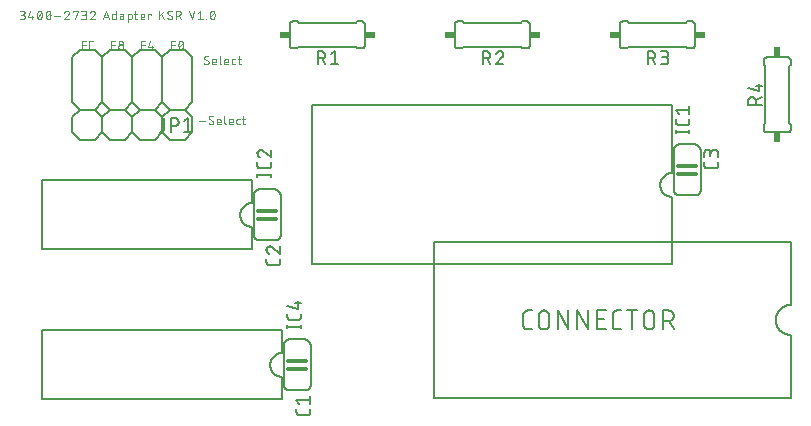
<source format=gbr>
G04 EAGLE Gerber RS-274X export*
G75*
%MOMM*%
%FSLAX34Y34*%
%LPD*%
%INSilkscreen Top*%
%IPPOS*%
%AMOC8*
5,1,8,0,0,1.08239X$1,22.5*%
G01*
%ADD10C,0.076200*%
%ADD11C,0.152400*%
%ADD12C,0.127000*%
%ADD13C,0.177800*%
%ADD14R,0.863600X0.609600*%
%ADD15R,0.609600X0.863600*%
%ADD16C,0.304800*%


D10*
X71114Y330581D02*
X71114Y337947D01*
X74388Y337947D01*
X74388Y334673D02*
X71114Y334673D01*
X77194Y332627D02*
X77196Y332716D01*
X77202Y332805D01*
X77212Y332894D01*
X77225Y332982D01*
X77242Y333070D01*
X77264Y333157D01*
X77289Y333242D01*
X77317Y333327D01*
X77350Y333410D01*
X77386Y333492D01*
X77425Y333572D01*
X77468Y333650D01*
X77514Y333726D01*
X77564Y333801D01*
X77617Y333873D01*
X77673Y333942D01*
X77732Y334009D01*
X77793Y334074D01*
X77858Y334135D01*
X77925Y334194D01*
X77994Y334250D01*
X78066Y334303D01*
X78141Y334353D01*
X78217Y334399D01*
X78295Y334442D01*
X78375Y334481D01*
X78457Y334517D01*
X78540Y334550D01*
X78625Y334578D01*
X78710Y334603D01*
X78797Y334625D01*
X78885Y334642D01*
X78973Y334655D01*
X79062Y334665D01*
X79151Y334671D01*
X79240Y334673D01*
X79329Y334671D01*
X79418Y334665D01*
X79507Y334655D01*
X79595Y334642D01*
X79683Y334625D01*
X79770Y334603D01*
X79855Y334578D01*
X79940Y334550D01*
X80023Y334517D01*
X80105Y334481D01*
X80185Y334442D01*
X80263Y334399D01*
X80339Y334353D01*
X80414Y334303D01*
X80486Y334250D01*
X80555Y334194D01*
X80622Y334135D01*
X80687Y334074D01*
X80748Y334009D01*
X80807Y333942D01*
X80863Y333873D01*
X80916Y333801D01*
X80966Y333726D01*
X81012Y333650D01*
X81055Y333572D01*
X81094Y333492D01*
X81130Y333410D01*
X81163Y333327D01*
X81191Y333242D01*
X81216Y333157D01*
X81238Y333070D01*
X81255Y332982D01*
X81268Y332894D01*
X81278Y332805D01*
X81284Y332716D01*
X81286Y332627D01*
X81284Y332538D01*
X81278Y332449D01*
X81268Y332360D01*
X81255Y332272D01*
X81238Y332184D01*
X81216Y332097D01*
X81191Y332012D01*
X81163Y331927D01*
X81130Y331844D01*
X81094Y331762D01*
X81055Y331682D01*
X81012Y331604D01*
X80966Y331528D01*
X80916Y331453D01*
X80863Y331381D01*
X80807Y331312D01*
X80748Y331245D01*
X80687Y331180D01*
X80622Y331119D01*
X80555Y331060D01*
X80486Y331004D01*
X80414Y330951D01*
X80339Y330901D01*
X80263Y330855D01*
X80185Y330812D01*
X80105Y330773D01*
X80023Y330737D01*
X79940Y330704D01*
X79855Y330676D01*
X79770Y330651D01*
X79683Y330629D01*
X79595Y330612D01*
X79507Y330599D01*
X79418Y330589D01*
X79329Y330583D01*
X79240Y330581D01*
X79151Y330583D01*
X79062Y330589D01*
X78973Y330599D01*
X78885Y330612D01*
X78797Y330629D01*
X78710Y330651D01*
X78625Y330676D01*
X78540Y330704D01*
X78457Y330737D01*
X78375Y330773D01*
X78295Y330812D01*
X78217Y330855D01*
X78141Y330901D01*
X78066Y330951D01*
X77994Y331004D01*
X77925Y331060D01*
X77858Y331119D01*
X77793Y331180D01*
X77732Y331245D01*
X77673Y331312D01*
X77617Y331381D01*
X77564Y331453D01*
X77514Y331528D01*
X77468Y331604D01*
X77425Y331682D01*
X77386Y331762D01*
X77350Y331844D01*
X77317Y331927D01*
X77289Y332012D01*
X77264Y332097D01*
X77242Y332184D01*
X77225Y332272D01*
X77212Y332360D01*
X77202Y332449D01*
X77196Y332538D01*
X77194Y332627D01*
X77603Y336310D02*
X77605Y336389D01*
X77611Y336468D01*
X77620Y336547D01*
X77633Y336625D01*
X77651Y336702D01*
X77671Y336778D01*
X77696Y336853D01*
X77724Y336927D01*
X77755Y337000D01*
X77791Y337071D01*
X77829Y337140D01*
X77871Y337207D01*
X77916Y337272D01*
X77964Y337335D01*
X78015Y337396D01*
X78069Y337453D01*
X78125Y337509D01*
X78184Y337561D01*
X78246Y337611D01*
X78310Y337657D01*
X78376Y337701D01*
X78444Y337741D01*
X78514Y337777D01*
X78586Y337811D01*
X78660Y337841D01*
X78734Y337867D01*
X78810Y337890D01*
X78887Y337908D01*
X78964Y337924D01*
X79043Y337935D01*
X79121Y337943D01*
X79200Y337947D01*
X79280Y337947D01*
X79359Y337943D01*
X79437Y337935D01*
X79516Y337924D01*
X79593Y337908D01*
X79670Y337890D01*
X79746Y337867D01*
X79820Y337841D01*
X79894Y337811D01*
X79966Y337777D01*
X80036Y337741D01*
X80104Y337701D01*
X80170Y337657D01*
X80234Y337611D01*
X80296Y337561D01*
X80355Y337509D01*
X80411Y337453D01*
X80465Y337396D01*
X80516Y337335D01*
X80564Y337272D01*
X80609Y337207D01*
X80651Y337140D01*
X80689Y337071D01*
X80725Y337000D01*
X80756Y336927D01*
X80784Y336853D01*
X80809Y336778D01*
X80829Y336702D01*
X80847Y336625D01*
X80860Y336547D01*
X80869Y336468D01*
X80875Y336389D01*
X80877Y336310D01*
X80875Y336231D01*
X80869Y336152D01*
X80860Y336073D01*
X80847Y335995D01*
X80829Y335918D01*
X80809Y335842D01*
X80784Y335767D01*
X80756Y335693D01*
X80725Y335620D01*
X80689Y335549D01*
X80651Y335480D01*
X80609Y335413D01*
X80564Y335348D01*
X80516Y335285D01*
X80465Y335224D01*
X80411Y335167D01*
X80355Y335111D01*
X80296Y335059D01*
X80234Y335009D01*
X80170Y334963D01*
X80104Y334919D01*
X80036Y334879D01*
X79966Y334843D01*
X79894Y334809D01*
X79820Y334779D01*
X79746Y334753D01*
X79670Y334730D01*
X79593Y334712D01*
X79516Y334696D01*
X79437Y334685D01*
X79359Y334677D01*
X79280Y334673D01*
X79200Y334673D01*
X79121Y334677D01*
X79043Y334685D01*
X78964Y334696D01*
X78887Y334712D01*
X78810Y334730D01*
X78734Y334753D01*
X78660Y334779D01*
X78586Y334809D01*
X78514Y334843D01*
X78444Y334879D01*
X78376Y334919D01*
X78310Y334963D01*
X78246Y335009D01*
X78184Y335059D01*
X78125Y335111D01*
X78069Y335167D01*
X78015Y335224D01*
X77964Y335285D01*
X77916Y335348D01*
X77871Y335413D01*
X77829Y335480D01*
X77791Y335549D01*
X77755Y335620D01*
X77724Y335693D01*
X77696Y335767D01*
X77671Y335842D01*
X77651Y335918D01*
X77633Y335995D01*
X77620Y336073D01*
X77611Y336152D01*
X77605Y336231D01*
X77603Y336310D01*
X96514Y337947D02*
X96514Y330581D01*
X96514Y337947D02*
X99788Y337947D01*
X99788Y334673D02*
X96514Y334673D01*
X102594Y332218D02*
X104231Y337947D01*
X102594Y332218D02*
X106686Y332218D01*
X105459Y333855D02*
X105459Y330581D01*
X121914Y330581D02*
X121914Y337947D01*
X125188Y337947D01*
X125188Y334673D02*
X121914Y334673D01*
X127994Y334264D02*
X127996Y334417D01*
X128002Y334570D01*
X128011Y334722D01*
X128025Y334875D01*
X128042Y335027D01*
X128063Y335178D01*
X128088Y335329D01*
X128117Y335479D01*
X128149Y335629D01*
X128186Y335777D01*
X128226Y335925D01*
X128269Y336072D01*
X128317Y336217D01*
X128368Y336361D01*
X128422Y336504D01*
X128481Y336646D01*
X128542Y336785D01*
X128608Y336924D01*
X128634Y336994D01*
X128664Y337064D01*
X128697Y337131D01*
X128733Y337197D01*
X128772Y337261D01*
X128815Y337323D01*
X128861Y337382D01*
X128909Y337440D01*
X128960Y337494D01*
X129014Y337547D01*
X129071Y337596D01*
X129130Y337643D01*
X129191Y337686D01*
X129254Y337727D01*
X129319Y337764D01*
X129386Y337799D01*
X129455Y337829D01*
X129525Y337857D01*
X129596Y337880D01*
X129668Y337901D01*
X129741Y337917D01*
X129815Y337930D01*
X129890Y337940D01*
X129965Y337945D01*
X130040Y337947D01*
X130115Y337945D01*
X130190Y337940D01*
X130265Y337930D01*
X130339Y337917D01*
X130412Y337901D01*
X130484Y337880D01*
X130555Y337857D01*
X130625Y337829D01*
X130694Y337799D01*
X130761Y337764D01*
X130826Y337727D01*
X130889Y337686D01*
X130950Y337643D01*
X131009Y337596D01*
X131066Y337547D01*
X131120Y337494D01*
X131171Y337440D01*
X131220Y337382D01*
X131265Y337323D01*
X131308Y337261D01*
X131347Y337197D01*
X131384Y337131D01*
X131416Y337063D01*
X131446Y336994D01*
X131472Y336924D01*
X131537Y336786D01*
X131599Y336646D01*
X131657Y336504D01*
X131712Y336361D01*
X131763Y336217D01*
X131811Y336072D01*
X131854Y335925D01*
X131894Y335778D01*
X131931Y335629D01*
X131963Y335479D01*
X131992Y335329D01*
X132017Y335178D01*
X132038Y335027D01*
X132055Y334875D01*
X132069Y334722D01*
X132078Y334570D01*
X132084Y334417D01*
X132086Y334264D01*
X127994Y334264D02*
X127996Y334111D01*
X128002Y333958D01*
X128011Y333805D01*
X128025Y333653D01*
X128042Y333501D01*
X128063Y333350D01*
X128088Y333199D01*
X128117Y333048D01*
X128149Y332899D01*
X128186Y332750D01*
X128226Y332603D01*
X128269Y332456D01*
X128317Y332311D01*
X128368Y332166D01*
X128423Y332024D01*
X128481Y331882D01*
X128543Y331742D01*
X128608Y331604D01*
X128634Y331533D01*
X128664Y331464D01*
X128697Y331397D01*
X128733Y331331D01*
X128772Y331267D01*
X128815Y331205D01*
X128861Y331146D01*
X128909Y331088D01*
X128960Y331034D01*
X129014Y330981D01*
X129071Y330932D01*
X129130Y330885D01*
X129191Y330842D01*
X129254Y330801D01*
X129319Y330764D01*
X129386Y330729D01*
X129455Y330699D01*
X129525Y330671D01*
X129596Y330648D01*
X129668Y330627D01*
X129741Y330611D01*
X129815Y330598D01*
X129890Y330588D01*
X129965Y330583D01*
X130040Y330581D01*
X131472Y331604D02*
X131537Y331742D01*
X131599Y331882D01*
X131657Y332024D01*
X131712Y332167D01*
X131763Y332311D01*
X131811Y332456D01*
X131854Y332603D01*
X131894Y332751D01*
X131931Y332899D01*
X131963Y333049D01*
X131992Y333199D01*
X132017Y333350D01*
X132038Y333501D01*
X132055Y333653D01*
X132069Y333806D01*
X132078Y333958D01*
X132084Y334111D01*
X132086Y334264D01*
X131472Y331604D02*
X131446Y331534D01*
X131416Y331464D01*
X131384Y331397D01*
X131347Y331331D01*
X131308Y331267D01*
X131265Y331205D01*
X131219Y331146D01*
X131171Y331088D01*
X131120Y331034D01*
X131066Y330981D01*
X131009Y330932D01*
X130950Y330885D01*
X130889Y330842D01*
X130826Y330801D01*
X130761Y330764D01*
X130694Y330729D01*
X130625Y330699D01*
X130555Y330671D01*
X130484Y330648D01*
X130412Y330627D01*
X130339Y330611D01*
X130265Y330598D01*
X130190Y330588D01*
X130115Y330583D01*
X130040Y330581D01*
X128403Y332218D02*
X131677Y336310D01*
X46135Y337947D02*
X46135Y330581D01*
X46135Y337947D02*
X49408Y337947D01*
X49408Y334673D02*
X46135Y334673D01*
X53829Y330581D02*
X55465Y330581D01*
X53829Y330581D02*
X53751Y330583D01*
X53673Y330588D01*
X53596Y330598D01*
X53519Y330611D01*
X53443Y330627D01*
X53368Y330647D01*
X53294Y330671D01*
X53221Y330698D01*
X53149Y330729D01*
X53079Y330763D01*
X53011Y330800D01*
X52944Y330841D01*
X52879Y330885D01*
X52817Y330931D01*
X52757Y330981D01*
X52699Y331033D01*
X52644Y331088D01*
X52592Y331146D01*
X52542Y331206D01*
X52496Y331268D01*
X52452Y331333D01*
X52411Y331400D01*
X52374Y331468D01*
X52340Y331538D01*
X52309Y331610D01*
X52282Y331683D01*
X52258Y331757D01*
X52238Y331832D01*
X52222Y331908D01*
X52209Y331985D01*
X52199Y332062D01*
X52194Y332140D01*
X52192Y332218D01*
X52192Y336310D01*
X52194Y336390D01*
X52200Y336470D01*
X52210Y336550D01*
X52223Y336629D01*
X52241Y336708D01*
X52262Y336785D01*
X52288Y336861D01*
X52317Y336936D01*
X52349Y337010D01*
X52385Y337082D01*
X52425Y337152D01*
X52468Y337219D01*
X52514Y337285D01*
X52564Y337348D01*
X52616Y337409D01*
X52671Y337468D01*
X52730Y337523D01*
X52790Y337575D01*
X52854Y337625D01*
X52920Y337671D01*
X52987Y337714D01*
X53057Y337754D01*
X53129Y337790D01*
X53203Y337822D01*
X53277Y337851D01*
X53354Y337877D01*
X53431Y337898D01*
X53510Y337916D01*
X53589Y337929D01*
X53669Y337939D01*
X53749Y337945D01*
X53829Y337947D01*
X55465Y337947D01*
X152052Y317881D02*
X152130Y317883D01*
X152208Y317888D01*
X152285Y317898D01*
X152362Y317911D01*
X152438Y317927D01*
X152513Y317947D01*
X152587Y317971D01*
X152660Y317998D01*
X152732Y318029D01*
X152802Y318063D01*
X152871Y318100D01*
X152937Y318141D01*
X153002Y318185D01*
X153064Y318231D01*
X153124Y318281D01*
X153182Y318333D01*
X153237Y318388D01*
X153289Y318446D01*
X153339Y318506D01*
X153385Y318568D01*
X153429Y318633D01*
X153470Y318700D01*
X153507Y318768D01*
X153541Y318838D01*
X153572Y318910D01*
X153599Y318983D01*
X153623Y319057D01*
X153643Y319132D01*
X153659Y319208D01*
X153672Y319285D01*
X153682Y319362D01*
X153687Y319440D01*
X153689Y319518D01*
X152052Y317881D02*
X151938Y317883D01*
X151825Y317888D01*
X151711Y317898D01*
X151598Y317911D01*
X151486Y317928D01*
X151374Y317948D01*
X151263Y317972D01*
X151152Y318000D01*
X151043Y318031D01*
X150935Y318066D01*
X150828Y318105D01*
X150722Y318147D01*
X150618Y318192D01*
X150515Y318241D01*
X150414Y318294D01*
X150315Y318349D01*
X150217Y318408D01*
X150122Y318470D01*
X150029Y318535D01*
X149937Y318603D01*
X149849Y318674D01*
X149762Y318748D01*
X149678Y318825D01*
X149597Y318904D01*
X149801Y323610D02*
X149803Y323688D01*
X149808Y323766D01*
X149818Y323843D01*
X149831Y323920D01*
X149847Y323996D01*
X149867Y324071D01*
X149891Y324145D01*
X149918Y324218D01*
X149949Y324290D01*
X149983Y324360D01*
X150020Y324429D01*
X150061Y324495D01*
X150105Y324560D01*
X150151Y324622D01*
X150201Y324682D01*
X150253Y324740D01*
X150308Y324795D01*
X150366Y324847D01*
X150426Y324897D01*
X150488Y324943D01*
X150553Y324987D01*
X150620Y325028D01*
X150688Y325065D01*
X150758Y325099D01*
X150830Y325130D01*
X150903Y325157D01*
X150977Y325181D01*
X151052Y325201D01*
X151128Y325217D01*
X151205Y325230D01*
X151282Y325240D01*
X151360Y325245D01*
X151438Y325247D01*
X151548Y325245D01*
X151657Y325239D01*
X151767Y325229D01*
X151875Y325216D01*
X151984Y325198D01*
X152091Y325177D01*
X152198Y325151D01*
X152304Y325122D01*
X152409Y325090D01*
X152512Y325053D01*
X152614Y325013D01*
X152715Y324969D01*
X152814Y324921D01*
X152911Y324871D01*
X153006Y324816D01*
X153099Y324758D01*
X153190Y324697D01*
X153279Y324633D01*
X150620Y322177D02*
X150553Y322219D01*
X150488Y322263D01*
X150426Y322311D01*
X150366Y322361D01*
X150308Y322414D01*
X150253Y322470D01*
X150201Y322529D01*
X150151Y322589D01*
X150104Y322653D01*
X150061Y322718D01*
X150020Y322785D01*
X149983Y322854D01*
X149949Y322925D01*
X149918Y322997D01*
X149891Y323071D01*
X149867Y323145D01*
X149847Y323221D01*
X149831Y323298D01*
X149818Y323375D01*
X149808Y323453D01*
X149803Y323532D01*
X149801Y323610D01*
X152870Y320950D02*
X152936Y320908D01*
X153001Y320864D01*
X153063Y320817D01*
X153123Y320766D01*
X153181Y320713D01*
X153236Y320657D01*
X153289Y320599D01*
X153338Y320538D01*
X153385Y320475D01*
X153428Y320410D01*
X153469Y320343D01*
X153506Y320274D01*
X153540Y320203D01*
X153571Y320131D01*
X153598Y320057D01*
X153622Y319982D01*
X153642Y319907D01*
X153658Y319830D01*
X153671Y319753D01*
X153681Y319675D01*
X153686Y319596D01*
X153688Y319518D01*
X152870Y320950D02*
X150619Y322178D01*
X157817Y317881D02*
X159863Y317881D01*
X157817Y317881D02*
X157748Y317883D01*
X157680Y317889D01*
X157611Y317898D01*
X157544Y317912D01*
X157477Y317929D01*
X157411Y317950D01*
X157347Y317974D01*
X157284Y318003D01*
X157223Y318034D01*
X157164Y318069D01*
X157106Y318107D01*
X157051Y318149D01*
X156999Y318193D01*
X156949Y318241D01*
X156901Y318291D01*
X156857Y318343D01*
X156815Y318398D01*
X156777Y318456D01*
X156742Y318515D01*
X156711Y318576D01*
X156682Y318639D01*
X156658Y318703D01*
X156637Y318769D01*
X156620Y318836D01*
X156606Y318903D01*
X156597Y318972D01*
X156591Y319040D01*
X156589Y319109D01*
X156589Y321155D01*
X156591Y321234D01*
X156597Y321313D01*
X156606Y321392D01*
X156619Y321470D01*
X156637Y321547D01*
X156657Y321623D01*
X156682Y321698D01*
X156710Y321772D01*
X156741Y321845D01*
X156777Y321916D01*
X156815Y321985D01*
X156857Y322052D01*
X156902Y322117D01*
X156950Y322180D01*
X157001Y322241D01*
X157055Y322298D01*
X157111Y322354D01*
X157170Y322406D01*
X157232Y322456D01*
X157296Y322502D01*
X157362Y322546D01*
X157430Y322586D01*
X157500Y322622D01*
X157572Y322656D01*
X157646Y322686D01*
X157720Y322712D01*
X157796Y322735D01*
X157873Y322753D01*
X157950Y322769D01*
X158029Y322780D01*
X158107Y322788D01*
X158186Y322792D01*
X158266Y322792D01*
X158345Y322788D01*
X158423Y322780D01*
X158502Y322769D01*
X158579Y322753D01*
X158656Y322735D01*
X158732Y322712D01*
X158806Y322686D01*
X158880Y322656D01*
X158952Y322622D01*
X159022Y322586D01*
X159090Y322546D01*
X159156Y322502D01*
X159220Y322456D01*
X159282Y322406D01*
X159341Y322354D01*
X159397Y322298D01*
X159451Y322241D01*
X159502Y322180D01*
X159550Y322117D01*
X159595Y322052D01*
X159637Y321985D01*
X159675Y321916D01*
X159711Y321845D01*
X159742Y321772D01*
X159770Y321698D01*
X159795Y321623D01*
X159815Y321547D01*
X159833Y321470D01*
X159846Y321392D01*
X159855Y321313D01*
X159861Y321234D01*
X159863Y321155D01*
X159863Y320336D01*
X156589Y320336D01*
X163012Y319109D02*
X163012Y325247D01*
X163012Y319109D02*
X163014Y319040D01*
X163020Y318972D01*
X163029Y318903D01*
X163043Y318836D01*
X163060Y318769D01*
X163081Y318703D01*
X163105Y318639D01*
X163134Y318576D01*
X163165Y318515D01*
X163200Y318456D01*
X163238Y318398D01*
X163280Y318343D01*
X163324Y318291D01*
X163372Y318241D01*
X163422Y318193D01*
X163474Y318149D01*
X163529Y318107D01*
X163587Y318069D01*
X163646Y318034D01*
X163707Y318003D01*
X163770Y317974D01*
X163834Y317950D01*
X163900Y317929D01*
X163967Y317912D01*
X164034Y317898D01*
X164103Y317889D01*
X164171Y317883D01*
X164240Y317881D01*
X168058Y317881D02*
X170104Y317881D01*
X168058Y317881D02*
X167989Y317883D01*
X167921Y317889D01*
X167852Y317898D01*
X167785Y317912D01*
X167718Y317929D01*
X167652Y317950D01*
X167588Y317974D01*
X167525Y318003D01*
X167464Y318034D01*
X167405Y318069D01*
X167347Y318107D01*
X167292Y318149D01*
X167240Y318193D01*
X167190Y318241D01*
X167142Y318291D01*
X167098Y318343D01*
X167056Y318398D01*
X167018Y318456D01*
X166983Y318515D01*
X166952Y318576D01*
X166923Y318639D01*
X166899Y318703D01*
X166878Y318769D01*
X166861Y318836D01*
X166847Y318903D01*
X166838Y318972D01*
X166832Y319040D01*
X166830Y319109D01*
X166831Y319109D02*
X166831Y321155D01*
X166830Y321155D02*
X166832Y321234D01*
X166838Y321313D01*
X166847Y321392D01*
X166860Y321470D01*
X166878Y321547D01*
X166898Y321623D01*
X166923Y321698D01*
X166951Y321772D01*
X166982Y321845D01*
X167018Y321916D01*
X167056Y321985D01*
X167098Y322052D01*
X167143Y322117D01*
X167191Y322180D01*
X167242Y322241D01*
X167296Y322298D01*
X167352Y322354D01*
X167411Y322406D01*
X167473Y322456D01*
X167537Y322502D01*
X167603Y322546D01*
X167671Y322586D01*
X167741Y322622D01*
X167813Y322656D01*
X167887Y322686D01*
X167961Y322712D01*
X168037Y322735D01*
X168114Y322753D01*
X168191Y322769D01*
X168270Y322780D01*
X168348Y322788D01*
X168427Y322792D01*
X168507Y322792D01*
X168586Y322788D01*
X168664Y322780D01*
X168743Y322769D01*
X168820Y322753D01*
X168897Y322735D01*
X168973Y322712D01*
X169047Y322686D01*
X169121Y322656D01*
X169193Y322622D01*
X169263Y322586D01*
X169331Y322546D01*
X169397Y322502D01*
X169461Y322456D01*
X169523Y322406D01*
X169582Y322354D01*
X169638Y322298D01*
X169692Y322241D01*
X169743Y322180D01*
X169791Y322117D01*
X169836Y322052D01*
X169878Y321985D01*
X169916Y321916D01*
X169952Y321845D01*
X169983Y321772D01*
X170011Y321698D01*
X170036Y321623D01*
X170056Y321547D01*
X170074Y321470D01*
X170087Y321392D01*
X170096Y321313D01*
X170102Y321234D01*
X170104Y321155D01*
X170104Y320336D01*
X166831Y320336D01*
X174407Y317881D02*
X176044Y317881D01*
X174407Y317881D02*
X174338Y317883D01*
X174270Y317889D01*
X174201Y317898D01*
X174134Y317912D01*
X174067Y317929D01*
X174001Y317950D01*
X173937Y317974D01*
X173874Y318003D01*
X173813Y318034D01*
X173754Y318069D01*
X173696Y318107D01*
X173641Y318149D01*
X173589Y318193D01*
X173539Y318241D01*
X173491Y318291D01*
X173447Y318343D01*
X173405Y318398D01*
X173367Y318456D01*
X173332Y318515D01*
X173301Y318576D01*
X173272Y318639D01*
X173248Y318703D01*
X173227Y318769D01*
X173210Y318836D01*
X173196Y318903D01*
X173187Y318972D01*
X173181Y319040D01*
X173179Y319109D01*
X173180Y319109D02*
X173180Y321564D01*
X173179Y321564D02*
X173181Y321633D01*
X173187Y321701D01*
X173196Y321770D01*
X173210Y321837D01*
X173227Y321904D01*
X173248Y321970D01*
X173272Y322034D01*
X173301Y322097D01*
X173332Y322158D01*
X173367Y322217D01*
X173405Y322275D01*
X173447Y322330D01*
X173491Y322382D01*
X173539Y322432D01*
X173589Y322480D01*
X173641Y322524D01*
X173696Y322566D01*
X173754Y322604D01*
X173813Y322639D01*
X173874Y322670D01*
X173937Y322699D01*
X174001Y322723D01*
X174067Y322744D01*
X174134Y322761D01*
X174201Y322775D01*
X174270Y322784D01*
X174338Y322790D01*
X174407Y322792D01*
X176044Y322792D01*
X178148Y322792D02*
X180604Y322792D01*
X178967Y325247D02*
X178967Y319109D01*
X178966Y319109D02*
X178968Y319040D01*
X178974Y318972D01*
X178983Y318903D01*
X178997Y318836D01*
X179014Y318769D01*
X179035Y318703D01*
X179059Y318639D01*
X179088Y318576D01*
X179119Y318515D01*
X179154Y318456D01*
X179192Y318398D01*
X179234Y318343D01*
X179278Y318291D01*
X179326Y318241D01*
X179376Y318193D01*
X179428Y318149D01*
X179483Y318107D01*
X179541Y318069D01*
X179600Y318034D01*
X179661Y318003D01*
X179724Y317974D01*
X179788Y317950D01*
X179854Y317929D01*
X179921Y317912D01*
X179988Y317898D01*
X180057Y317889D01*
X180125Y317883D01*
X180194Y317881D01*
X180604Y317881D01*
X150523Y269946D02*
X145612Y269946D01*
X156036Y267081D02*
X156114Y267083D01*
X156192Y267088D01*
X156269Y267098D01*
X156346Y267111D01*
X156422Y267127D01*
X156497Y267147D01*
X156571Y267171D01*
X156644Y267198D01*
X156716Y267229D01*
X156786Y267263D01*
X156855Y267300D01*
X156921Y267341D01*
X156986Y267385D01*
X157048Y267431D01*
X157108Y267481D01*
X157166Y267533D01*
X157221Y267588D01*
X157273Y267646D01*
X157323Y267706D01*
X157369Y267768D01*
X157413Y267833D01*
X157454Y267900D01*
X157491Y267968D01*
X157525Y268038D01*
X157556Y268110D01*
X157583Y268183D01*
X157607Y268257D01*
X157627Y268332D01*
X157643Y268408D01*
X157656Y268485D01*
X157666Y268562D01*
X157671Y268640D01*
X157673Y268718D01*
X156036Y267081D02*
X155922Y267083D01*
X155809Y267088D01*
X155695Y267098D01*
X155582Y267111D01*
X155470Y267128D01*
X155358Y267148D01*
X155247Y267172D01*
X155136Y267200D01*
X155027Y267231D01*
X154919Y267266D01*
X154812Y267305D01*
X154706Y267347D01*
X154602Y267392D01*
X154499Y267441D01*
X154398Y267494D01*
X154299Y267549D01*
X154201Y267608D01*
X154106Y267670D01*
X154013Y267735D01*
X153921Y267803D01*
X153833Y267874D01*
X153746Y267948D01*
X153662Y268025D01*
X153581Y268104D01*
X153785Y272810D02*
X153787Y272888D01*
X153792Y272966D01*
X153802Y273043D01*
X153815Y273120D01*
X153831Y273196D01*
X153851Y273271D01*
X153875Y273345D01*
X153902Y273418D01*
X153933Y273490D01*
X153967Y273560D01*
X154004Y273629D01*
X154045Y273695D01*
X154089Y273760D01*
X154135Y273822D01*
X154185Y273882D01*
X154237Y273940D01*
X154292Y273995D01*
X154350Y274047D01*
X154410Y274097D01*
X154472Y274143D01*
X154537Y274187D01*
X154604Y274228D01*
X154672Y274265D01*
X154742Y274299D01*
X154814Y274330D01*
X154887Y274357D01*
X154961Y274381D01*
X155036Y274401D01*
X155112Y274417D01*
X155189Y274430D01*
X155266Y274440D01*
X155344Y274445D01*
X155422Y274447D01*
X155532Y274445D01*
X155641Y274439D01*
X155751Y274429D01*
X155859Y274416D01*
X155968Y274398D01*
X156075Y274377D01*
X156182Y274351D01*
X156288Y274322D01*
X156393Y274290D01*
X156496Y274253D01*
X156598Y274213D01*
X156699Y274169D01*
X156798Y274121D01*
X156895Y274071D01*
X156990Y274016D01*
X157083Y273958D01*
X157174Y273897D01*
X157263Y273833D01*
X154604Y271377D02*
X154537Y271419D01*
X154472Y271463D01*
X154410Y271511D01*
X154350Y271561D01*
X154292Y271614D01*
X154237Y271670D01*
X154185Y271729D01*
X154135Y271789D01*
X154088Y271853D01*
X154045Y271918D01*
X154004Y271985D01*
X153967Y272054D01*
X153933Y272125D01*
X153902Y272197D01*
X153875Y272271D01*
X153851Y272345D01*
X153831Y272421D01*
X153815Y272498D01*
X153802Y272575D01*
X153792Y272653D01*
X153787Y272732D01*
X153785Y272810D01*
X156854Y270150D02*
X156920Y270108D01*
X156985Y270064D01*
X157047Y270017D01*
X157107Y269966D01*
X157165Y269913D01*
X157220Y269857D01*
X157273Y269799D01*
X157322Y269738D01*
X157369Y269675D01*
X157412Y269610D01*
X157453Y269543D01*
X157490Y269474D01*
X157524Y269403D01*
X157555Y269331D01*
X157582Y269257D01*
X157606Y269182D01*
X157626Y269107D01*
X157642Y269030D01*
X157655Y268953D01*
X157665Y268875D01*
X157670Y268796D01*
X157672Y268718D01*
X156854Y270150D02*
X154604Y271378D01*
X161801Y267081D02*
X163847Y267081D01*
X161801Y267081D02*
X161732Y267083D01*
X161664Y267089D01*
X161595Y267098D01*
X161528Y267112D01*
X161461Y267129D01*
X161395Y267150D01*
X161331Y267174D01*
X161268Y267203D01*
X161207Y267234D01*
X161148Y267269D01*
X161090Y267307D01*
X161035Y267349D01*
X160983Y267393D01*
X160933Y267441D01*
X160885Y267491D01*
X160841Y267543D01*
X160799Y267598D01*
X160761Y267656D01*
X160726Y267715D01*
X160695Y267776D01*
X160666Y267839D01*
X160642Y267903D01*
X160621Y267969D01*
X160604Y268036D01*
X160590Y268103D01*
X160581Y268172D01*
X160575Y268240D01*
X160573Y268309D01*
X160573Y270355D01*
X160575Y270434D01*
X160581Y270513D01*
X160590Y270592D01*
X160603Y270670D01*
X160621Y270747D01*
X160641Y270823D01*
X160666Y270898D01*
X160694Y270972D01*
X160725Y271045D01*
X160761Y271116D01*
X160799Y271185D01*
X160841Y271252D01*
X160886Y271317D01*
X160934Y271380D01*
X160985Y271441D01*
X161039Y271498D01*
X161095Y271554D01*
X161154Y271606D01*
X161216Y271656D01*
X161280Y271702D01*
X161346Y271746D01*
X161414Y271786D01*
X161484Y271822D01*
X161556Y271856D01*
X161630Y271886D01*
X161704Y271912D01*
X161780Y271935D01*
X161857Y271953D01*
X161934Y271969D01*
X162013Y271980D01*
X162091Y271988D01*
X162170Y271992D01*
X162250Y271992D01*
X162329Y271988D01*
X162407Y271980D01*
X162486Y271969D01*
X162563Y271953D01*
X162640Y271935D01*
X162716Y271912D01*
X162790Y271886D01*
X162864Y271856D01*
X162936Y271822D01*
X163006Y271786D01*
X163074Y271746D01*
X163140Y271702D01*
X163204Y271656D01*
X163266Y271606D01*
X163325Y271554D01*
X163381Y271498D01*
X163435Y271441D01*
X163486Y271380D01*
X163534Y271317D01*
X163579Y271252D01*
X163621Y271185D01*
X163659Y271116D01*
X163695Y271045D01*
X163726Y270972D01*
X163754Y270898D01*
X163779Y270823D01*
X163799Y270747D01*
X163817Y270670D01*
X163830Y270592D01*
X163839Y270513D01*
X163845Y270434D01*
X163847Y270355D01*
X163847Y269536D01*
X160573Y269536D01*
X166996Y268309D02*
X166996Y274447D01*
X166996Y268309D02*
X166998Y268240D01*
X167004Y268172D01*
X167013Y268103D01*
X167027Y268036D01*
X167044Y267969D01*
X167065Y267903D01*
X167089Y267839D01*
X167118Y267776D01*
X167149Y267715D01*
X167184Y267656D01*
X167222Y267598D01*
X167264Y267543D01*
X167308Y267491D01*
X167356Y267441D01*
X167406Y267393D01*
X167458Y267349D01*
X167513Y267307D01*
X167571Y267269D01*
X167630Y267234D01*
X167691Y267203D01*
X167754Y267174D01*
X167818Y267150D01*
X167884Y267129D01*
X167951Y267112D01*
X168018Y267098D01*
X168087Y267089D01*
X168155Y267083D01*
X168224Y267081D01*
X172042Y267081D02*
X174088Y267081D01*
X172042Y267081D02*
X171973Y267083D01*
X171905Y267089D01*
X171836Y267098D01*
X171769Y267112D01*
X171702Y267129D01*
X171636Y267150D01*
X171572Y267174D01*
X171509Y267203D01*
X171448Y267234D01*
X171389Y267269D01*
X171331Y267307D01*
X171276Y267349D01*
X171224Y267393D01*
X171174Y267441D01*
X171126Y267491D01*
X171082Y267543D01*
X171040Y267598D01*
X171002Y267656D01*
X170967Y267715D01*
X170936Y267776D01*
X170907Y267839D01*
X170883Y267903D01*
X170862Y267969D01*
X170845Y268036D01*
X170831Y268103D01*
X170822Y268172D01*
X170816Y268240D01*
X170814Y268309D01*
X170815Y268309D02*
X170815Y270355D01*
X170817Y270434D01*
X170823Y270513D01*
X170832Y270592D01*
X170845Y270670D01*
X170863Y270747D01*
X170883Y270823D01*
X170908Y270898D01*
X170936Y270972D01*
X170967Y271045D01*
X171003Y271116D01*
X171041Y271185D01*
X171083Y271252D01*
X171128Y271317D01*
X171176Y271380D01*
X171227Y271441D01*
X171281Y271498D01*
X171337Y271554D01*
X171396Y271606D01*
X171458Y271656D01*
X171522Y271702D01*
X171588Y271746D01*
X171656Y271786D01*
X171726Y271822D01*
X171798Y271856D01*
X171872Y271886D01*
X171946Y271912D01*
X172022Y271935D01*
X172099Y271953D01*
X172176Y271969D01*
X172255Y271980D01*
X172333Y271988D01*
X172412Y271992D01*
X172492Y271992D01*
X172571Y271988D01*
X172649Y271980D01*
X172728Y271969D01*
X172805Y271953D01*
X172882Y271935D01*
X172958Y271912D01*
X173032Y271886D01*
X173106Y271856D01*
X173178Y271822D01*
X173248Y271786D01*
X173316Y271746D01*
X173382Y271702D01*
X173446Y271656D01*
X173508Y271606D01*
X173567Y271554D01*
X173623Y271498D01*
X173677Y271441D01*
X173728Y271380D01*
X173776Y271317D01*
X173821Y271252D01*
X173863Y271185D01*
X173901Y271116D01*
X173937Y271045D01*
X173968Y270972D01*
X173996Y270898D01*
X174021Y270823D01*
X174041Y270747D01*
X174059Y270670D01*
X174072Y270592D01*
X174081Y270513D01*
X174087Y270434D01*
X174089Y270355D01*
X174088Y270355D02*
X174088Y269536D01*
X170815Y269536D01*
X178391Y267081D02*
X180028Y267081D01*
X178391Y267081D02*
X178322Y267083D01*
X178254Y267089D01*
X178185Y267098D01*
X178118Y267112D01*
X178051Y267129D01*
X177985Y267150D01*
X177921Y267174D01*
X177858Y267203D01*
X177797Y267234D01*
X177738Y267269D01*
X177680Y267307D01*
X177625Y267349D01*
X177573Y267393D01*
X177523Y267441D01*
X177475Y267491D01*
X177431Y267543D01*
X177389Y267598D01*
X177351Y267656D01*
X177316Y267715D01*
X177285Y267776D01*
X177256Y267839D01*
X177232Y267903D01*
X177211Y267969D01*
X177194Y268036D01*
X177180Y268103D01*
X177171Y268172D01*
X177165Y268240D01*
X177163Y268309D01*
X177164Y268309D02*
X177164Y270764D01*
X177163Y270764D02*
X177165Y270833D01*
X177171Y270901D01*
X177180Y270970D01*
X177194Y271037D01*
X177211Y271104D01*
X177232Y271170D01*
X177256Y271234D01*
X177285Y271297D01*
X177316Y271358D01*
X177351Y271417D01*
X177389Y271475D01*
X177431Y271530D01*
X177475Y271582D01*
X177523Y271632D01*
X177573Y271680D01*
X177625Y271724D01*
X177680Y271766D01*
X177738Y271804D01*
X177797Y271839D01*
X177858Y271870D01*
X177921Y271899D01*
X177985Y271923D01*
X178051Y271944D01*
X178118Y271961D01*
X178185Y271975D01*
X178254Y271984D01*
X178322Y271990D01*
X178391Y271992D01*
X180028Y271992D01*
X182132Y271992D02*
X184588Y271992D01*
X182951Y274447D02*
X182951Y268309D01*
X182953Y268240D01*
X182959Y268172D01*
X182968Y268103D01*
X182982Y268036D01*
X182999Y267969D01*
X183020Y267903D01*
X183044Y267839D01*
X183073Y267776D01*
X183104Y267715D01*
X183139Y267656D01*
X183177Y267598D01*
X183219Y267543D01*
X183263Y267491D01*
X183311Y267441D01*
X183361Y267393D01*
X183413Y267349D01*
X183468Y267307D01*
X183526Y267269D01*
X183585Y267234D01*
X183646Y267203D01*
X183709Y267174D01*
X183773Y267150D01*
X183839Y267129D01*
X183906Y267112D01*
X183973Y267098D01*
X184042Y267089D01*
X184110Y267083D01*
X184179Y267081D01*
X184588Y267081D01*
X-4267Y355981D02*
X-6313Y355981D01*
X-4267Y355981D02*
X-4178Y355983D01*
X-4089Y355989D01*
X-4000Y355999D01*
X-3912Y356012D01*
X-3824Y356029D01*
X-3737Y356051D01*
X-3652Y356076D01*
X-3567Y356104D01*
X-3484Y356137D01*
X-3402Y356173D01*
X-3322Y356212D01*
X-3244Y356255D01*
X-3168Y356301D01*
X-3093Y356351D01*
X-3021Y356404D01*
X-2952Y356460D01*
X-2885Y356519D01*
X-2820Y356580D01*
X-2759Y356645D01*
X-2700Y356712D01*
X-2644Y356781D01*
X-2591Y356853D01*
X-2541Y356928D01*
X-2495Y357004D01*
X-2452Y357082D01*
X-2413Y357162D01*
X-2377Y357244D01*
X-2344Y357327D01*
X-2316Y357412D01*
X-2291Y357497D01*
X-2269Y357584D01*
X-2252Y357672D01*
X-2239Y357760D01*
X-2229Y357849D01*
X-2223Y357938D01*
X-2221Y358027D01*
X-2223Y358116D01*
X-2229Y358205D01*
X-2239Y358294D01*
X-2252Y358382D01*
X-2269Y358470D01*
X-2291Y358557D01*
X-2316Y358642D01*
X-2344Y358727D01*
X-2377Y358810D01*
X-2413Y358892D01*
X-2452Y358972D01*
X-2495Y359050D01*
X-2541Y359126D01*
X-2591Y359201D01*
X-2644Y359273D01*
X-2700Y359342D01*
X-2759Y359409D01*
X-2820Y359474D01*
X-2885Y359535D01*
X-2952Y359594D01*
X-3021Y359650D01*
X-3093Y359703D01*
X-3168Y359753D01*
X-3244Y359799D01*
X-3322Y359842D01*
X-3402Y359881D01*
X-3484Y359917D01*
X-3567Y359950D01*
X-3652Y359978D01*
X-3737Y360003D01*
X-3824Y360025D01*
X-3912Y360042D01*
X-4000Y360055D01*
X-4089Y360065D01*
X-4178Y360071D01*
X-4267Y360073D01*
X-3858Y363347D02*
X-6313Y363347D01*
X-3858Y363347D02*
X-3779Y363345D01*
X-3700Y363339D01*
X-3621Y363330D01*
X-3543Y363317D01*
X-3466Y363299D01*
X-3390Y363279D01*
X-3315Y363254D01*
X-3241Y363226D01*
X-3168Y363195D01*
X-3097Y363159D01*
X-3028Y363121D01*
X-2961Y363079D01*
X-2896Y363034D01*
X-2833Y362986D01*
X-2772Y362935D01*
X-2715Y362881D01*
X-2659Y362825D01*
X-2607Y362766D01*
X-2557Y362704D01*
X-2511Y362640D01*
X-2467Y362574D01*
X-2427Y362506D01*
X-2391Y362436D01*
X-2357Y362364D01*
X-2327Y362290D01*
X-2301Y362216D01*
X-2278Y362140D01*
X-2260Y362063D01*
X-2244Y361986D01*
X-2233Y361907D01*
X-2225Y361829D01*
X-2221Y361750D01*
X-2221Y361670D01*
X-2225Y361591D01*
X-2233Y361513D01*
X-2244Y361434D01*
X-2260Y361357D01*
X-2278Y361280D01*
X-2301Y361204D01*
X-2327Y361130D01*
X-2357Y361056D01*
X-2391Y360984D01*
X-2427Y360914D01*
X-2467Y360846D01*
X-2511Y360780D01*
X-2557Y360716D01*
X-2607Y360654D01*
X-2659Y360595D01*
X-2715Y360539D01*
X-2772Y360485D01*
X-2833Y360434D01*
X-2896Y360386D01*
X-2961Y360341D01*
X-3028Y360299D01*
X-3097Y360261D01*
X-3168Y360225D01*
X-3241Y360194D01*
X-3315Y360166D01*
X-3390Y360141D01*
X-3466Y360121D01*
X-3543Y360103D01*
X-3621Y360090D01*
X-3700Y360081D01*
X-3779Y360075D01*
X-3858Y360073D01*
X-5495Y360073D01*
X1002Y357618D02*
X2639Y363347D01*
X1002Y357618D02*
X5094Y357618D01*
X3867Y359255D02*
X3867Y355981D01*
X8318Y359664D02*
X8320Y359817D01*
X8326Y359970D01*
X8335Y360122D01*
X8349Y360275D01*
X8366Y360427D01*
X8387Y360578D01*
X8412Y360729D01*
X8441Y360879D01*
X8473Y361029D01*
X8510Y361177D01*
X8550Y361325D01*
X8593Y361472D01*
X8641Y361617D01*
X8692Y361761D01*
X8746Y361904D01*
X8805Y362046D01*
X8866Y362185D01*
X8932Y362324D01*
X8931Y362324D02*
X8957Y362394D01*
X8987Y362464D01*
X9020Y362531D01*
X9056Y362597D01*
X9095Y362661D01*
X9138Y362723D01*
X9184Y362782D01*
X9232Y362840D01*
X9283Y362894D01*
X9337Y362947D01*
X9394Y362996D01*
X9453Y363043D01*
X9514Y363086D01*
X9577Y363127D01*
X9642Y363164D01*
X9709Y363199D01*
X9778Y363229D01*
X9848Y363257D01*
X9919Y363280D01*
X9991Y363301D01*
X10064Y363317D01*
X10138Y363330D01*
X10213Y363340D01*
X10288Y363345D01*
X10363Y363347D01*
X10438Y363345D01*
X10513Y363340D01*
X10588Y363330D01*
X10662Y363317D01*
X10735Y363301D01*
X10807Y363280D01*
X10878Y363257D01*
X10948Y363229D01*
X11017Y363199D01*
X11084Y363164D01*
X11149Y363127D01*
X11212Y363086D01*
X11273Y363043D01*
X11332Y362996D01*
X11389Y362947D01*
X11443Y362894D01*
X11494Y362840D01*
X11543Y362782D01*
X11588Y362723D01*
X11631Y362661D01*
X11670Y362597D01*
X11707Y362531D01*
X11739Y362463D01*
X11769Y362394D01*
X11795Y362324D01*
X11860Y362186D01*
X11922Y362046D01*
X11980Y361904D01*
X12035Y361761D01*
X12086Y361617D01*
X12134Y361472D01*
X12177Y361325D01*
X12217Y361178D01*
X12254Y361029D01*
X12286Y360879D01*
X12315Y360729D01*
X12340Y360578D01*
X12361Y360427D01*
X12378Y360275D01*
X12392Y360122D01*
X12401Y359970D01*
X12407Y359817D01*
X12409Y359664D01*
X8317Y359664D02*
X8319Y359511D01*
X8325Y359358D01*
X8334Y359205D01*
X8348Y359053D01*
X8365Y358901D01*
X8386Y358750D01*
X8411Y358599D01*
X8440Y358448D01*
X8472Y358299D01*
X8509Y358150D01*
X8549Y358003D01*
X8592Y357856D01*
X8640Y357711D01*
X8691Y357566D01*
X8746Y357424D01*
X8804Y357282D01*
X8866Y357142D01*
X8931Y357004D01*
X8957Y356933D01*
X8987Y356864D01*
X9020Y356797D01*
X9056Y356731D01*
X9095Y356667D01*
X9138Y356605D01*
X9184Y356546D01*
X9232Y356488D01*
X9283Y356434D01*
X9337Y356381D01*
X9394Y356332D01*
X9453Y356285D01*
X9514Y356242D01*
X9577Y356201D01*
X9642Y356164D01*
X9709Y356129D01*
X9778Y356099D01*
X9848Y356071D01*
X9919Y356048D01*
X9991Y356027D01*
X10064Y356011D01*
X10138Y355998D01*
X10213Y355988D01*
X10288Y355983D01*
X10363Y355981D01*
X11795Y357004D02*
X11860Y357142D01*
X11922Y357282D01*
X11980Y357424D01*
X12035Y357567D01*
X12086Y357711D01*
X12134Y357856D01*
X12177Y358003D01*
X12217Y358151D01*
X12254Y358299D01*
X12286Y358449D01*
X12315Y358599D01*
X12340Y358750D01*
X12361Y358901D01*
X12378Y359053D01*
X12392Y359206D01*
X12401Y359358D01*
X12407Y359511D01*
X12409Y359664D01*
X11795Y357004D02*
X11769Y356934D01*
X11739Y356864D01*
X11707Y356797D01*
X11670Y356731D01*
X11631Y356667D01*
X11588Y356605D01*
X11542Y356546D01*
X11494Y356488D01*
X11443Y356434D01*
X11389Y356381D01*
X11332Y356332D01*
X11273Y356285D01*
X11212Y356242D01*
X11149Y356201D01*
X11084Y356164D01*
X11017Y356129D01*
X10948Y356099D01*
X10878Y356071D01*
X10807Y356048D01*
X10735Y356027D01*
X10662Y356011D01*
X10588Y355998D01*
X10513Y355988D01*
X10438Y355983D01*
X10363Y355981D01*
X8726Y357618D02*
X12000Y361710D01*
X15633Y359664D02*
X15635Y359817D01*
X15641Y359970D01*
X15650Y360122D01*
X15664Y360275D01*
X15681Y360427D01*
X15702Y360578D01*
X15727Y360729D01*
X15756Y360879D01*
X15788Y361029D01*
X15825Y361177D01*
X15865Y361325D01*
X15908Y361472D01*
X15956Y361617D01*
X16007Y361761D01*
X16061Y361904D01*
X16120Y362046D01*
X16181Y362185D01*
X16247Y362324D01*
X16273Y362394D01*
X16303Y362464D01*
X16336Y362531D01*
X16372Y362597D01*
X16411Y362661D01*
X16454Y362723D01*
X16500Y362782D01*
X16548Y362840D01*
X16599Y362894D01*
X16653Y362947D01*
X16710Y362996D01*
X16769Y363043D01*
X16830Y363086D01*
X16893Y363127D01*
X16958Y363164D01*
X17025Y363199D01*
X17094Y363229D01*
X17164Y363257D01*
X17235Y363280D01*
X17307Y363301D01*
X17380Y363317D01*
X17454Y363330D01*
X17529Y363340D01*
X17604Y363345D01*
X17679Y363347D01*
X17754Y363345D01*
X17829Y363340D01*
X17904Y363330D01*
X17978Y363317D01*
X18051Y363301D01*
X18123Y363280D01*
X18194Y363257D01*
X18264Y363229D01*
X18333Y363199D01*
X18400Y363164D01*
X18465Y363127D01*
X18528Y363086D01*
X18589Y363043D01*
X18648Y362996D01*
X18705Y362947D01*
X18759Y362894D01*
X18810Y362840D01*
X18859Y362782D01*
X18904Y362723D01*
X18947Y362661D01*
X18986Y362597D01*
X19023Y362531D01*
X19055Y362463D01*
X19085Y362394D01*
X19111Y362324D01*
X19176Y362186D01*
X19238Y362046D01*
X19296Y361904D01*
X19351Y361761D01*
X19402Y361617D01*
X19450Y361472D01*
X19493Y361325D01*
X19533Y361178D01*
X19570Y361029D01*
X19602Y360879D01*
X19631Y360729D01*
X19656Y360578D01*
X19677Y360427D01*
X19694Y360275D01*
X19708Y360122D01*
X19717Y359970D01*
X19723Y359817D01*
X19725Y359664D01*
X15632Y359664D02*
X15634Y359511D01*
X15640Y359358D01*
X15649Y359205D01*
X15663Y359053D01*
X15680Y358901D01*
X15701Y358750D01*
X15726Y358599D01*
X15755Y358448D01*
X15787Y358299D01*
X15824Y358150D01*
X15864Y358003D01*
X15907Y357856D01*
X15955Y357711D01*
X16006Y357566D01*
X16061Y357424D01*
X16119Y357282D01*
X16181Y357142D01*
X16246Y357004D01*
X16247Y357004D02*
X16273Y356933D01*
X16303Y356864D01*
X16336Y356797D01*
X16372Y356731D01*
X16411Y356667D01*
X16454Y356605D01*
X16500Y356546D01*
X16548Y356488D01*
X16599Y356434D01*
X16653Y356381D01*
X16710Y356332D01*
X16769Y356285D01*
X16830Y356242D01*
X16893Y356201D01*
X16958Y356164D01*
X17025Y356129D01*
X17094Y356099D01*
X17164Y356071D01*
X17235Y356048D01*
X17307Y356027D01*
X17380Y356011D01*
X17454Y355998D01*
X17529Y355988D01*
X17604Y355983D01*
X17679Y355981D01*
X19110Y357004D02*
X19175Y357142D01*
X19237Y357282D01*
X19295Y357424D01*
X19350Y357567D01*
X19401Y357711D01*
X19449Y357856D01*
X19492Y358003D01*
X19532Y358151D01*
X19569Y358299D01*
X19601Y358449D01*
X19630Y358599D01*
X19655Y358750D01*
X19676Y358901D01*
X19693Y359053D01*
X19707Y359206D01*
X19716Y359358D01*
X19722Y359511D01*
X19724Y359664D01*
X19111Y357004D02*
X19085Y356934D01*
X19055Y356864D01*
X19023Y356797D01*
X18986Y356731D01*
X18947Y356667D01*
X18904Y356605D01*
X18858Y356546D01*
X18810Y356488D01*
X18759Y356434D01*
X18705Y356381D01*
X18648Y356332D01*
X18589Y356285D01*
X18528Y356242D01*
X18465Y356201D01*
X18400Y356164D01*
X18333Y356129D01*
X18264Y356099D01*
X18194Y356071D01*
X18123Y356048D01*
X18051Y356027D01*
X17978Y356011D01*
X17904Y355998D01*
X17829Y355988D01*
X17754Y355983D01*
X17679Y355981D01*
X16042Y357618D02*
X19315Y361710D01*
X23026Y358846D02*
X27937Y358846D01*
X33489Y363348D02*
X33574Y363346D01*
X33659Y363340D01*
X33743Y363330D01*
X33827Y363317D01*
X33911Y363299D01*
X33993Y363278D01*
X34074Y363253D01*
X34154Y363224D01*
X34233Y363191D01*
X34310Y363155D01*
X34385Y363115D01*
X34459Y363072D01*
X34530Y363026D01*
X34599Y362976D01*
X34666Y362923D01*
X34730Y362867D01*
X34791Y362808D01*
X34850Y362747D01*
X34906Y362683D01*
X34959Y362616D01*
X35009Y362547D01*
X35055Y362476D01*
X35098Y362402D01*
X35138Y362327D01*
X35174Y362250D01*
X35207Y362171D01*
X35236Y362091D01*
X35261Y362010D01*
X35282Y361928D01*
X35300Y361844D01*
X35313Y361760D01*
X35323Y361676D01*
X35329Y361591D01*
X35331Y361506D01*
X33489Y363347D02*
X33393Y363345D01*
X33297Y363339D01*
X33202Y363329D01*
X33107Y363316D01*
X33012Y363298D01*
X32919Y363277D01*
X32826Y363252D01*
X32735Y363223D01*
X32644Y363191D01*
X32555Y363155D01*
X32468Y363115D01*
X32382Y363072D01*
X32298Y363026D01*
X32216Y362976D01*
X32136Y362922D01*
X32059Y362866D01*
X31984Y362806D01*
X31911Y362744D01*
X31841Y362678D01*
X31773Y362610D01*
X31708Y362539D01*
X31647Y362466D01*
X31588Y362390D01*
X31532Y362311D01*
X31480Y362231D01*
X31431Y362148D01*
X31385Y362064D01*
X31343Y361978D01*
X31305Y361890D01*
X31270Y361801D01*
X31238Y361710D01*
X34717Y360074D02*
X34777Y360133D01*
X34834Y360195D01*
X34889Y360259D01*
X34940Y360326D01*
X34989Y360395D01*
X35035Y360465D01*
X35078Y360538D01*
X35118Y360612D01*
X35154Y360688D01*
X35187Y360766D01*
X35217Y360845D01*
X35244Y360925D01*
X35267Y361006D01*
X35286Y361088D01*
X35302Y361170D01*
X35315Y361254D01*
X35324Y361338D01*
X35329Y361422D01*
X35331Y361506D01*
X34717Y360073D02*
X31238Y355981D01*
X35330Y355981D01*
X38553Y362529D02*
X38553Y363347D01*
X42646Y363347D01*
X40600Y355981D01*
X45869Y355981D02*
X47915Y355981D01*
X48004Y355983D01*
X48093Y355989D01*
X48182Y355999D01*
X48270Y356012D01*
X48358Y356029D01*
X48445Y356051D01*
X48530Y356076D01*
X48615Y356104D01*
X48698Y356137D01*
X48780Y356173D01*
X48860Y356212D01*
X48938Y356255D01*
X49014Y356301D01*
X49089Y356351D01*
X49161Y356404D01*
X49230Y356460D01*
X49297Y356519D01*
X49362Y356580D01*
X49423Y356645D01*
X49482Y356712D01*
X49538Y356781D01*
X49591Y356853D01*
X49641Y356928D01*
X49687Y357004D01*
X49730Y357082D01*
X49769Y357162D01*
X49805Y357244D01*
X49838Y357327D01*
X49866Y357412D01*
X49891Y357497D01*
X49913Y357584D01*
X49930Y357672D01*
X49943Y357760D01*
X49953Y357849D01*
X49959Y357938D01*
X49961Y358027D01*
X49959Y358116D01*
X49953Y358205D01*
X49943Y358294D01*
X49930Y358382D01*
X49913Y358470D01*
X49891Y358557D01*
X49866Y358642D01*
X49838Y358727D01*
X49805Y358810D01*
X49769Y358892D01*
X49730Y358972D01*
X49687Y359050D01*
X49641Y359126D01*
X49591Y359201D01*
X49538Y359273D01*
X49482Y359342D01*
X49423Y359409D01*
X49362Y359474D01*
X49297Y359535D01*
X49230Y359594D01*
X49161Y359650D01*
X49089Y359703D01*
X49014Y359753D01*
X48938Y359799D01*
X48860Y359842D01*
X48780Y359881D01*
X48698Y359917D01*
X48615Y359950D01*
X48530Y359978D01*
X48445Y360003D01*
X48358Y360025D01*
X48270Y360042D01*
X48182Y360055D01*
X48093Y360065D01*
X48004Y360071D01*
X47915Y360073D01*
X48324Y363347D02*
X45869Y363347D01*
X48324Y363347D02*
X48403Y363345D01*
X48482Y363339D01*
X48561Y363330D01*
X48639Y363317D01*
X48716Y363299D01*
X48792Y363279D01*
X48867Y363254D01*
X48941Y363226D01*
X49014Y363195D01*
X49085Y363159D01*
X49154Y363121D01*
X49221Y363079D01*
X49286Y363034D01*
X49349Y362986D01*
X49410Y362935D01*
X49467Y362881D01*
X49523Y362825D01*
X49575Y362766D01*
X49625Y362704D01*
X49671Y362640D01*
X49715Y362574D01*
X49755Y362506D01*
X49791Y362436D01*
X49825Y362364D01*
X49855Y362290D01*
X49881Y362216D01*
X49904Y362140D01*
X49922Y362063D01*
X49938Y361986D01*
X49949Y361907D01*
X49957Y361829D01*
X49961Y361750D01*
X49961Y361670D01*
X49957Y361591D01*
X49949Y361513D01*
X49938Y361434D01*
X49922Y361357D01*
X49904Y361280D01*
X49881Y361204D01*
X49855Y361130D01*
X49825Y361056D01*
X49791Y360984D01*
X49755Y360914D01*
X49715Y360846D01*
X49671Y360780D01*
X49625Y360716D01*
X49575Y360654D01*
X49523Y360595D01*
X49467Y360539D01*
X49410Y360485D01*
X49349Y360434D01*
X49286Y360386D01*
X49221Y360341D01*
X49154Y360299D01*
X49085Y360261D01*
X49014Y360225D01*
X48941Y360194D01*
X48867Y360166D01*
X48792Y360141D01*
X48716Y360121D01*
X48639Y360103D01*
X48561Y360090D01*
X48482Y360081D01*
X48403Y360075D01*
X48324Y360073D01*
X46687Y360073D01*
X55435Y363348D02*
X55520Y363346D01*
X55605Y363340D01*
X55689Y363330D01*
X55773Y363317D01*
X55857Y363299D01*
X55939Y363278D01*
X56020Y363253D01*
X56100Y363224D01*
X56179Y363191D01*
X56256Y363155D01*
X56331Y363115D01*
X56405Y363072D01*
X56476Y363026D01*
X56545Y362976D01*
X56612Y362923D01*
X56676Y362867D01*
X56737Y362808D01*
X56796Y362747D01*
X56852Y362683D01*
X56905Y362616D01*
X56955Y362547D01*
X57001Y362476D01*
X57044Y362402D01*
X57084Y362327D01*
X57120Y362250D01*
X57153Y362171D01*
X57182Y362091D01*
X57207Y362010D01*
X57228Y361928D01*
X57246Y361844D01*
X57259Y361760D01*
X57269Y361676D01*
X57275Y361591D01*
X57277Y361506D01*
X55435Y363347D02*
X55339Y363345D01*
X55243Y363339D01*
X55148Y363329D01*
X55053Y363316D01*
X54958Y363298D01*
X54865Y363277D01*
X54772Y363252D01*
X54681Y363223D01*
X54590Y363191D01*
X54501Y363155D01*
X54414Y363115D01*
X54328Y363072D01*
X54244Y363026D01*
X54162Y362976D01*
X54082Y362922D01*
X54005Y362866D01*
X53930Y362806D01*
X53857Y362744D01*
X53787Y362678D01*
X53719Y362610D01*
X53654Y362539D01*
X53593Y362466D01*
X53534Y362390D01*
X53478Y362311D01*
X53426Y362231D01*
X53377Y362148D01*
X53331Y362064D01*
X53289Y361978D01*
X53251Y361890D01*
X53216Y361801D01*
X53184Y361710D01*
X56662Y360074D02*
X56722Y360133D01*
X56779Y360195D01*
X56834Y360259D01*
X56885Y360326D01*
X56934Y360395D01*
X56980Y360465D01*
X57023Y360538D01*
X57063Y360612D01*
X57099Y360688D01*
X57132Y360766D01*
X57162Y360845D01*
X57189Y360925D01*
X57212Y361006D01*
X57231Y361088D01*
X57247Y361170D01*
X57260Y361254D01*
X57269Y361338D01*
X57274Y361422D01*
X57276Y361506D01*
X56662Y360073D02*
X53184Y355981D01*
X57276Y355981D01*
X63991Y355981D02*
X66447Y363347D01*
X68902Y355981D01*
X68288Y357823D02*
X64605Y357823D01*
X74870Y355981D02*
X74870Y363347D01*
X74870Y355981D02*
X72824Y355981D01*
X72755Y355983D01*
X72687Y355989D01*
X72618Y355998D01*
X72551Y356012D01*
X72484Y356029D01*
X72418Y356050D01*
X72354Y356074D01*
X72291Y356103D01*
X72230Y356134D01*
X72171Y356169D01*
X72113Y356207D01*
X72058Y356249D01*
X72006Y356293D01*
X71956Y356341D01*
X71908Y356391D01*
X71864Y356443D01*
X71822Y356498D01*
X71784Y356556D01*
X71749Y356615D01*
X71718Y356676D01*
X71689Y356739D01*
X71665Y356803D01*
X71644Y356869D01*
X71627Y356936D01*
X71613Y357003D01*
X71604Y357072D01*
X71598Y357140D01*
X71596Y357209D01*
X71596Y359664D01*
X71598Y359733D01*
X71604Y359801D01*
X71613Y359870D01*
X71627Y359937D01*
X71644Y360004D01*
X71665Y360070D01*
X71689Y360134D01*
X71718Y360197D01*
X71749Y360258D01*
X71784Y360317D01*
X71822Y360375D01*
X71864Y360430D01*
X71908Y360482D01*
X71956Y360532D01*
X72006Y360580D01*
X72058Y360624D01*
X72113Y360666D01*
X72171Y360704D01*
X72230Y360739D01*
X72291Y360770D01*
X72354Y360799D01*
X72418Y360823D01*
X72484Y360844D01*
X72551Y360861D01*
X72618Y360875D01*
X72687Y360884D01*
X72755Y360890D01*
X72824Y360892D01*
X74870Y360892D01*
X79612Y358846D02*
X81454Y358846D01*
X79612Y358845D02*
X79537Y358843D01*
X79462Y358837D01*
X79388Y358827D01*
X79314Y358814D01*
X79241Y358796D01*
X79169Y358775D01*
X79099Y358750D01*
X79030Y358721D01*
X78962Y358689D01*
X78896Y358653D01*
X78832Y358614D01*
X78770Y358572D01*
X78711Y358526D01*
X78654Y358477D01*
X78599Y358426D01*
X78548Y358371D01*
X78499Y358314D01*
X78453Y358255D01*
X78411Y358193D01*
X78372Y358129D01*
X78336Y358063D01*
X78304Y357995D01*
X78275Y357926D01*
X78250Y357856D01*
X78229Y357784D01*
X78211Y357711D01*
X78198Y357637D01*
X78188Y357563D01*
X78182Y357488D01*
X78180Y357413D01*
X78182Y357338D01*
X78188Y357263D01*
X78198Y357189D01*
X78211Y357115D01*
X78229Y357042D01*
X78250Y356970D01*
X78275Y356900D01*
X78304Y356831D01*
X78336Y356763D01*
X78372Y356697D01*
X78411Y356633D01*
X78453Y356571D01*
X78499Y356512D01*
X78548Y356455D01*
X78599Y356400D01*
X78654Y356349D01*
X78711Y356300D01*
X78770Y356254D01*
X78832Y356212D01*
X78896Y356173D01*
X78962Y356137D01*
X79030Y356105D01*
X79099Y356076D01*
X79169Y356051D01*
X79241Y356030D01*
X79314Y356012D01*
X79388Y355999D01*
X79462Y355989D01*
X79537Y355983D01*
X79612Y355981D01*
X81454Y355981D01*
X81454Y359664D01*
X81452Y359733D01*
X81446Y359801D01*
X81437Y359870D01*
X81423Y359937D01*
X81406Y360004D01*
X81385Y360070D01*
X81361Y360134D01*
X81332Y360197D01*
X81301Y360258D01*
X81266Y360317D01*
X81228Y360375D01*
X81186Y360430D01*
X81142Y360482D01*
X81094Y360532D01*
X81044Y360580D01*
X80992Y360624D01*
X80937Y360666D01*
X80879Y360704D01*
X80820Y360739D01*
X80759Y360770D01*
X80696Y360799D01*
X80632Y360823D01*
X80566Y360844D01*
X80499Y360861D01*
X80432Y360875D01*
X80363Y360884D01*
X80295Y360890D01*
X80226Y360892D01*
X78589Y360892D01*
X85089Y360892D02*
X85089Y353526D01*
X85089Y360892D02*
X87135Y360892D01*
X87204Y360890D01*
X87272Y360884D01*
X87341Y360875D01*
X87408Y360861D01*
X87475Y360844D01*
X87541Y360823D01*
X87605Y360799D01*
X87668Y360770D01*
X87729Y360739D01*
X87788Y360704D01*
X87846Y360666D01*
X87901Y360624D01*
X87953Y360580D01*
X88003Y360532D01*
X88051Y360482D01*
X88095Y360430D01*
X88137Y360375D01*
X88175Y360317D01*
X88210Y360258D01*
X88241Y360197D01*
X88270Y360134D01*
X88294Y360070D01*
X88315Y360004D01*
X88332Y359937D01*
X88346Y359870D01*
X88355Y359801D01*
X88361Y359733D01*
X88363Y359664D01*
X88363Y357209D01*
X88361Y357140D01*
X88355Y357072D01*
X88346Y357003D01*
X88332Y356936D01*
X88315Y356869D01*
X88294Y356803D01*
X88270Y356739D01*
X88241Y356676D01*
X88210Y356615D01*
X88175Y356556D01*
X88137Y356498D01*
X88095Y356443D01*
X88051Y356391D01*
X88003Y356341D01*
X87953Y356293D01*
X87901Y356249D01*
X87846Y356208D01*
X87788Y356169D01*
X87729Y356134D01*
X87668Y356103D01*
X87605Y356074D01*
X87541Y356050D01*
X87475Y356029D01*
X87408Y356012D01*
X87341Y355998D01*
X87273Y355989D01*
X87204Y355983D01*
X87135Y355981D01*
X85089Y355981D01*
X90758Y360892D02*
X93213Y360892D01*
X91576Y363347D02*
X91576Y357209D01*
X91578Y357140D01*
X91584Y357072D01*
X91593Y357003D01*
X91607Y356936D01*
X91624Y356869D01*
X91645Y356803D01*
X91669Y356739D01*
X91698Y356676D01*
X91729Y356615D01*
X91764Y356556D01*
X91802Y356498D01*
X91844Y356443D01*
X91888Y356391D01*
X91936Y356341D01*
X91986Y356293D01*
X92038Y356249D01*
X92093Y356207D01*
X92151Y356169D01*
X92210Y356134D01*
X92271Y356103D01*
X92334Y356074D01*
X92398Y356050D01*
X92464Y356029D01*
X92531Y356012D01*
X92598Y355998D01*
X92667Y355989D01*
X92735Y355983D01*
X92804Y355981D01*
X93213Y355981D01*
X97249Y355981D02*
X99295Y355981D01*
X97249Y355981D02*
X97180Y355983D01*
X97112Y355989D01*
X97043Y355998D01*
X96976Y356012D01*
X96909Y356029D01*
X96843Y356050D01*
X96779Y356074D01*
X96716Y356103D01*
X96655Y356134D01*
X96596Y356169D01*
X96538Y356207D01*
X96483Y356249D01*
X96431Y356293D01*
X96381Y356341D01*
X96333Y356391D01*
X96289Y356443D01*
X96247Y356498D01*
X96209Y356556D01*
X96174Y356615D01*
X96143Y356676D01*
X96114Y356739D01*
X96090Y356803D01*
X96069Y356869D01*
X96052Y356936D01*
X96038Y357003D01*
X96029Y357072D01*
X96023Y357140D01*
X96021Y357209D01*
X96021Y359255D01*
X96023Y359334D01*
X96029Y359413D01*
X96038Y359492D01*
X96051Y359570D01*
X96069Y359647D01*
X96089Y359723D01*
X96114Y359798D01*
X96142Y359872D01*
X96173Y359945D01*
X96209Y360016D01*
X96247Y360085D01*
X96289Y360152D01*
X96334Y360217D01*
X96382Y360280D01*
X96433Y360341D01*
X96487Y360398D01*
X96543Y360454D01*
X96602Y360506D01*
X96664Y360556D01*
X96728Y360602D01*
X96794Y360646D01*
X96862Y360686D01*
X96932Y360722D01*
X97004Y360756D01*
X97078Y360786D01*
X97152Y360812D01*
X97228Y360835D01*
X97305Y360853D01*
X97382Y360869D01*
X97461Y360880D01*
X97539Y360888D01*
X97618Y360892D01*
X97698Y360892D01*
X97777Y360888D01*
X97855Y360880D01*
X97934Y360869D01*
X98011Y360853D01*
X98088Y360835D01*
X98164Y360812D01*
X98238Y360786D01*
X98312Y360756D01*
X98384Y360722D01*
X98454Y360686D01*
X98522Y360646D01*
X98588Y360602D01*
X98652Y360556D01*
X98714Y360506D01*
X98773Y360454D01*
X98829Y360398D01*
X98883Y360341D01*
X98934Y360280D01*
X98982Y360217D01*
X99027Y360152D01*
X99069Y360085D01*
X99107Y360016D01*
X99143Y359945D01*
X99174Y359872D01*
X99202Y359798D01*
X99227Y359723D01*
X99247Y359647D01*
X99265Y359570D01*
X99278Y359492D01*
X99287Y359413D01*
X99293Y359334D01*
X99295Y359255D01*
X99295Y358436D01*
X96021Y358436D01*
X102651Y355981D02*
X102651Y360892D01*
X105106Y360892D01*
X105106Y360073D01*
X111823Y363347D02*
X111823Y355981D01*
X111823Y358846D02*
X115915Y363347D01*
X113460Y360482D02*
X115915Y355981D01*
X120988Y355981D02*
X121066Y355983D01*
X121144Y355988D01*
X121221Y355998D01*
X121298Y356011D01*
X121374Y356027D01*
X121449Y356047D01*
X121523Y356071D01*
X121596Y356098D01*
X121668Y356129D01*
X121738Y356163D01*
X121807Y356200D01*
X121873Y356241D01*
X121938Y356285D01*
X122000Y356331D01*
X122060Y356381D01*
X122118Y356433D01*
X122173Y356488D01*
X122225Y356546D01*
X122275Y356606D01*
X122321Y356668D01*
X122365Y356733D01*
X122406Y356800D01*
X122443Y356868D01*
X122477Y356938D01*
X122508Y357010D01*
X122535Y357083D01*
X122559Y357157D01*
X122579Y357232D01*
X122595Y357308D01*
X122608Y357385D01*
X122618Y357462D01*
X122623Y357540D01*
X122625Y357618D01*
X120988Y355981D02*
X120874Y355983D01*
X120761Y355988D01*
X120647Y355998D01*
X120534Y356011D01*
X120422Y356028D01*
X120310Y356048D01*
X120199Y356072D01*
X120088Y356100D01*
X119979Y356131D01*
X119871Y356166D01*
X119764Y356205D01*
X119658Y356247D01*
X119554Y356292D01*
X119451Y356341D01*
X119350Y356394D01*
X119251Y356449D01*
X119153Y356508D01*
X119058Y356570D01*
X118965Y356635D01*
X118873Y356703D01*
X118785Y356774D01*
X118698Y356848D01*
X118614Y356925D01*
X118533Y357004D01*
X118737Y361710D02*
X118739Y361788D01*
X118744Y361866D01*
X118754Y361943D01*
X118767Y362020D01*
X118783Y362096D01*
X118803Y362171D01*
X118827Y362245D01*
X118854Y362318D01*
X118885Y362390D01*
X118919Y362460D01*
X118956Y362529D01*
X118997Y362595D01*
X119041Y362660D01*
X119087Y362722D01*
X119137Y362782D01*
X119189Y362840D01*
X119244Y362895D01*
X119302Y362947D01*
X119362Y362997D01*
X119424Y363043D01*
X119489Y363087D01*
X119556Y363128D01*
X119624Y363165D01*
X119694Y363199D01*
X119766Y363230D01*
X119839Y363257D01*
X119913Y363281D01*
X119988Y363301D01*
X120064Y363317D01*
X120141Y363330D01*
X120218Y363340D01*
X120296Y363345D01*
X120374Y363347D01*
X120484Y363345D01*
X120593Y363339D01*
X120703Y363329D01*
X120811Y363316D01*
X120920Y363298D01*
X121027Y363277D01*
X121134Y363251D01*
X121240Y363222D01*
X121345Y363190D01*
X121448Y363153D01*
X121550Y363113D01*
X121651Y363069D01*
X121750Y363021D01*
X121847Y362971D01*
X121942Y362916D01*
X122035Y362858D01*
X122126Y362797D01*
X122215Y362733D01*
X119556Y360277D02*
X119489Y360319D01*
X119424Y360363D01*
X119362Y360411D01*
X119302Y360461D01*
X119244Y360514D01*
X119189Y360570D01*
X119137Y360629D01*
X119087Y360689D01*
X119040Y360753D01*
X118997Y360818D01*
X118956Y360885D01*
X118919Y360954D01*
X118885Y361025D01*
X118854Y361097D01*
X118827Y361171D01*
X118803Y361245D01*
X118783Y361321D01*
X118767Y361398D01*
X118754Y361475D01*
X118744Y361553D01*
X118739Y361632D01*
X118737Y361710D01*
X121807Y359050D02*
X121873Y359008D01*
X121938Y358964D01*
X122000Y358917D01*
X122060Y358866D01*
X122118Y358813D01*
X122173Y358757D01*
X122226Y358699D01*
X122275Y358638D01*
X122322Y358575D01*
X122365Y358510D01*
X122406Y358443D01*
X122443Y358374D01*
X122477Y358303D01*
X122508Y358231D01*
X122535Y358157D01*
X122559Y358082D01*
X122579Y358007D01*
X122595Y357930D01*
X122608Y357853D01*
X122618Y357775D01*
X122623Y357696D01*
X122625Y357618D01*
X121807Y359050D02*
X119556Y360278D01*
X125899Y363347D02*
X125899Y355981D01*
X125899Y363347D02*
X127945Y363347D01*
X128034Y363345D01*
X128123Y363339D01*
X128212Y363329D01*
X128300Y363316D01*
X128388Y363299D01*
X128475Y363277D01*
X128560Y363252D01*
X128645Y363224D01*
X128728Y363191D01*
X128810Y363155D01*
X128890Y363116D01*
X128968Y363073D01*
X129044Y363027D01*
X129119Y362977D01*
X129191Y362924D01*
X129260Y362868D01*
X129327Y362809D01*
X129392Y362748D01*
X129453Y362683D01*
X129512Y362616D01*
X129568Y362547D01*
X129621Y362475D01*
X129671Y362400D01*
X129717Y362324D01*
X129760Y362246D01*
X129799Y362166D01*
X129835Y362084D01*
X129868Y362001D01*
X129896Y361916D01*
X129921Y361831D01*
X129943Y361744D01*
X129960Y361656D01*
X129973Y361568D01*
X129983Y361479D01*
X129989Y361390D01*
X129991Y361301D01*
X129989Y361212D01*
X129983Y361123D01*
X129973Y361034D01*
X129960Y360946D01*
X129943Y360858D01*
X129921Y360771D01*
X129896Y360686D01*
X129868Y360601D01*
X129835Y360518D01*
X129799Y360436D01*
X129760Y360356D01*
X129717Y360278D01*
X129671Y360202D01*
X129621Y360127D01*
X129568Y360055D01*
X129512Y359986D01*
X129453Y359919D01*
X129392Y359854D01*
X129327Y359793D01*
X129260Y359734D01*
X129191Y359678D01*
X129119Y359625D01*
X129044Y359575D01*
X128968Y359529D01*
X128890Y359486D01*
X128810Y359447D01*
X128728Y359411D01*
X128645Y359378D01*
X128560Y359350D01*
X128475Y359325D01*
X128388Y359303D01*
X128300Y359286D01*
X128212Y359273D01*
X128123Y359263D01*
X128034Y359257D01*
X127945Y359255D01*
X125899Y359255D01*
X128354Y359255D02*
X129991Y355981D01*
X139111Y355981D02*
X136655Y363347D01*
X141566Y363347D02*
X139111Y355981D01*
X144380Y361710D02*
X146426Y363347D01*
X146426Y355981D01*
X144380Y355981D02*
X148472Y355981D01*
X151342Y355981D02*
X151342Y356390D01*
X151751Y356390D01*
X151751Y355981D01*
X151342Y355981D01*
X154621Y359664D02*
X154623Y359817D01*
X154629Y359970D01*
X154638Y360122D01*
X154652Y360275D01*
X154669Y360427D01*
X154690Y360578D01*
X154715Y360729D01*
X154744Y360879D01*
X154776Y361029D01*
X154813Y361177D01*
X154853Y361325D01*
X154896Y361472D01*
X154944Y361617D01*
X154995Y361761D01*
X155049Y361904D01*
X155108Y362046D01*
X155169Y362185D01*
X155235Y362324D01*
X155261Y362394D01*
X155291Y362464D01*
X155324Y362531D01*
X155360Y362597D01*
X155399Y362661D01*
X155442Y362723D01*
X155488Y362782D01*
X155536Y362840D01*
X155587Y362894D01*
X155641Y362947D01*
X155698Y362996D01*
X155757Y363043D01*
X155818Y363086D01*
X155881Y363127D01*
X155946Y363164D01*
X156013Y363199D01*
X156082Y363229D01*
X156152Y363257D01*
X156223Y363280D01*
X156295Y363301D01*
X156368Y363317D01*
X156442Y363330D01*
X156517Y363340D01*
X156592Y363345D01*
X156667Y363347D01*
X156742Y363345D01*
X156817Y363340D01*
X156892Y363330D01*
X156966Y363317D01*
X157039Y363301D01*
X157111Y363280D01*
X157182Y363257D01*
X157252Y363229D01*
X157321Y363199D01*
X157388Y363164D01*
X157453Y363127D01*
X157516Y363086D01*
X157577Y363043D01*
X157636Y362996D01*
X157693Y362947D01*
X157747Y362894D01*
X157798Y362840D01*
X157847Y362782D01*
X157892Y362723D01*
X157935Y362661D01*
X157974Y362597D01*
X158011Y362531D01*
X158043Y362463D01*
X158073Y362394D01*
X158099Y362324D01*
X158164Y362186D01*
X158226Y362046D01*
X158284Y361904D01*
X158339Y361761D01*
X158390Y361617D01*
X158438Y361472D01*
X158481Y361325D01*
X158521Y361178D01*
X158558Y361029D01*
X158590Y360879D01*
X158619Y360729D01*
X158644Y360578D01*
X158665Y360427D01*
X158682Y360275D01*
X158696Y360122D01*
X158705Y359970D01*
X158711Y359817D01*
X158713Y359664D01*
X154621Y359664D02*
X154623Y359511D01*
X154629Y359358D01*
X154638Y359205D01*
X154652Y359053D01*
X154669Y358901D01*
X154690Y358750D01*
X154715Y358599D01*
X154744Y358448D01*
X154776Y358299D01*
X154813Y358150D01*
X154853Y358003D01*
X154896Y357856D01*
X154944Y357711D01*
X154995Y357566D01*
X155050Y357424D01*
X155108Y357282D01*
X155170Y357142D01*
X155235Y357004D01*
X155261Y356933D01*
X155291Y356864D01*
X155324Y356797D01*
X155360Y356731D01*
X155399Y356667D01*
X155442Y356605D01*
X155488Y356546D01*
X155536Y356488D01*
X155587Y356434D01*
X155641Y356381D01*
X155698Y356332D01*
X155757Y356285D01*
X155818Y356242D01*
X155881Y356201D01*
X155946Y356164D01*
X156013Y356129D01*
X156082Y356099D01*
X156152Y356071D01*
X156223Y356048D01*
X156295Y356027D01*
X156368Y356011D01*
X156442Y355998D01*
X156517Y355988D01*
X156592Y355983D01*
X156667Y355981D01*
X158099Y357004D02*
X158164Y357142D01*
X158226Y357282D01*
X158284Y357424D01*
X158339Y357567D01*
X158390Y357711D01*
X158438Y357856D01*
X158481Y358003D01*
X158521Y358151D01*
X158558Y358299D01*
X158590Y358449D01*
X158619Y358599D01*
X158644Y358750D01*
X158665Y358901D01*
X158682Y359053D01*
X158696Y359206D01*
X158705Y359358D01*
X158711Y359511D01*
X158713Y359664D01*
X158099Y357004D02*
X158073Y356934D01*
X158043Y356864D01*
X158011Y356797D01*
X157974Y356731D01*
X157935Y356667D01*
X157892Y356605D01*
X157846Y356546D01*
X157798Y356488D01*
X157747Y356434D01*
X157693Y356381D01*
X157636Y356332D01*
X157577Y356285D01*
X157516Y356242D01*
X157453Y356201D01*
X157388Y356164D01*
X157321Y356129D01*
X157252Y356099D01*
X157182Y356071D01*
X157111Y356048D01*
X157039Y356027D01*
X156966Y356011D01*
X156892Y355998D01*
X156817Y355988D01*
X156742Y355983D01*
X156667Y355981D01*
X155030Y357618D02*
X158304Y361710D01*
D11*
X546100Y205740D02*
X546100Y148590D01*
X546100Y226060D02*
X546100Y283210D01*
X546100Y226060D02*
X545853Y226057D01*
X545605Y226048D01*
X545358Y226033D01*
X545112Y226012D01*
X544866Y225985D01*
X544621Y225952D01*
X544376Y225913D01*
X544133Y225868D01*
X543891Y225817D01*
X543650Y225760D01*
X543411Y225698D01*
X543173Y225629D01*
X542937Y225555D01*
X542703Y225475D01*
X542471Y225390D01*
X542241Y225298D01*
X542013Y225202D01*
X541788Y225099D01*
X541565Y224992D01*
X541345Y224878D01*
X541128Y224760D01*
X540913Y224636D01*
X540702Y224507D01*
X540494Y224373D01*
X540289Y224234D01*
X540088Y224090D01*
X539890Y223942D01*
X539696Y223788D01*
X539506Y223630D01*
X539320Y223467D01*
X539138Y223300D01*
X538960Y223128D01*
X538786Y222952D01*
X538616Y222772D01*
X538451Y222587D01*
X538291Y222399D01*
X538135Y222207D01*
X537983Y222011D01*
X537837Y221812D01*
X537695Y221609D01*
X537559Y221402D01*
X537427Y221193D01*
X537301Y220980D01*
X537180Y220764D01*
X537064Y220546D01*
X536954Y220324D01*
X536849Y220100D01*
X536749Y219874D01*
X536655Y219645D01*
X536567Y219414D01*
X536484Y219180D01*
X536407Y218945D01*
X536336Y218708D01*
X536270Y218470D01*
X536211Y218230D01*
X536157Y217988D01*
X536109Y217745D01*
X536067Y217502D01*
X536031Y217257D01*
X536001Y217011D01*
X535977Y216765D01*
X535959Y216518D01*
X535947Y216271D01*
X535941Y216024D01*
X535941Y215776D01*
X535947Y215529D01*
X535959Y215282D01*
X535977Y215035D01*
X536001Y214789D01*
X536031Y214543D01*
X536067Y214298D01*
X536109Y214055D01*
X536157Y213812D01*
X536211Y213570D01*
X536270Y213330D01*
X536336Y213092D01*
X536407Y212855D01*
X536484Y212620D01*
X536567Y212386D01*
X536655Y212155D01*
X536749Y211926D01*
X536849Y211700D01*
X536954Y211476D01*
X537064Y211254D01*
X537180Y211036D01*
X537301Y210820D01*
X537427Y210607D01*
X537559Y210398D01*
X537695Y210191D01*
X537837Y209988D01*
X537983Y209789D01*
X538135Y209593D01*
X538291Y209401D01*
X538451Y209213D01*
X538616Y209028D01*
X538786Y208848D01*
X538960Y208672D01*
X539138Y208500D01*
X539320Y208333D01*
X539506Y208170D01*
X539696Y208012D01*
X539890Y207858D01*
X540088Y207710D01*
X540289Y207566D01*
X540494Y207427D01*
X540702Y207293D01*
X540913Y207164D01*
X541128Y207040D01*
X541345Y206922D01*
X541565Y206808D01*
X541788Y206701D01*
X542013Y206598D01*
X542241Y206502D01*
X542471Y206410D01*
X542703Y206325D01*
X542937Y206245D01*
X543173Y206171D01*
X543411Y206102D01*
X543650Y206040D01*
X543891Y205983D01*
X544133Y205932D01*
X544376Y205887D01*
X544621Y205848D01*
X544866Y205815D01*
X545112Y205788D01*
X545358Y205767D01*
X545605Y205752D01*
X545853Y205743D01*
X546100Y205740D01*
X546100Y283210D02*
X241300Y283210D01*
X241300Y148590D01*
X546100Y148590D01*
D12*
X549275Y260731D02*
X560705Y260731D01*
X560705Y259461D02*
X560705Y262001D01*
X549275Y262001D02*
X549275Y259461D01*
X560705Y269203D02*
X560705Y271743D01*
X560705Y269203D02*
X560703Y269103D01*
X560697Y269004D01*
X560687Y268904D01*
X560674Y268806D01*
X560656Y268707D01*
X560635Y268610D01*
X560610Y268514D01*
X560581Y268418D01*
X560548Y268324D01*
X560512Y268231D01*
X560472Y268140D01*
X560428Y268050D01*
X560381Y267962D01*
X560331Y267876D01*
X560277Y267792D01*
X560220Y267710D01*
X560160Y267631D01*
X560096Y267553D01*
X560030Y267479D01*
X559961Y267407D01*
X559889Y267338D01*
X559815Y267272D01*
X559737Y267208D01*
X559658Y267148D01*
X559576Y267091D01*
X559492Y267037D01*
X559406Y266987D01*
X559318Y266940D01*
X559228Y266896D01*
X559137Y266856D01*
X559044Y266820D01*
X558950Y266787D01*
X558854Y266758D01*
X558758Y266733D01*
X558661Y266712D01*
X558562Y266694D01*
X558464Y266681D01*
X558364Y266671D01*
X558265Y266665D01*
X558165Y266663D01*
X551815Y266663D01*
X551715Y266665D01*
X551616Y266671D01*
X551516Y266681D01*
X551418Y266694D01*
X551319Y266712D01*
X551222Y266733D01*
X551126Y266758D01*
X551030Y266787D01*
X550936Y266820D01*
X550843Y266856D01*
X550752Y266896D01*
X550662Y266940D01*
X550574Y266987D01*
X550488Y267037D01*
X550404Y267091D01*
X550322Y267148D01*
X550243Y267208D01*
X550165Y267272D01*
X550091Y267338D01*
X550019Y267407D01*
X549950Y267479D01*
X549884Y267553D01*
X549820Y267631D01*
X549760Y267710D01*
X549703Y267792D01*
X549649Y267876D01*
X549599Y267962D01*
X549552Y268050D01*
X549508Y268140D01*
X549468Y268231D01*
X549432Y268324D01*
X549399Y268418D01*
X549370Y268514D01*
X549345Y268610D01*
X549324Y268707D01*
X549306Y268806D01*
X549293Y268904D01*
X549283Y269004D01*
X549277Y269103D01*
X549275Y269203D01*
X549275Y271743D01*
X551815Y276225D02*
X549275Y279400D01*
X560705Y279400D01*
X560705Y276225D02*
X560705Y282575D01*
D11*
X646430Y167640D02*
X646430Y114300D01*
X646121Y114296D01*
X645812Y114285D01*
X645503Y114266D01*
X645195Y114240D01*
X644887Y114206D01*
X644581Y114165D01*
X644275Y114116D01*
X643971Y114060D01*
X643669Y113996D01*
X643368Y113925D01*
X643068Y113847D01*
X642771Y113762D01*
X642476Y113669D01*
X642183Y113569D01*
X641893Y113462D01*
X641606Y113348D01*
X641321Y113227D01*
X641039Y113099D01*
X640761Y112965D01*
X640486Y112823D01*
X640214Y112675D01*
X639947Y112520D01*
X639683Y112359D01*
X639423Y112192D01*
X639167Y112018D01*
X638915Y111838D01*
X638668Y111652D01*
X638426Y111460D01*
X638188Y111262D01*
X637955Y111059D01*
X637727Y110849D01*
X637505Y110635D01*
X637287Y110415D01*
X637075Y110189D01*
X636869Y109959D01*
X636668Y109724D01*
X636473Y109484D01*
X636284Y109239D01*
X636101Y108990D01*
X635924Y108736D01*
X635754Y108478D01*
X635589Y108216D01*
X635431Y107950D01*
X635280Y107680D01*
X635135Y107407D01*
X634997Y107130D01*
X634866Y106850D01*
X634742Y106567D01*
X634624Y106281D01*
X634514Y105992D01*
X634410Y105701D01*
X634314Y105407D01*
X634225Y105111D01*
X634143Y104812D01*
X634068Y104512D01*
X634001Y104210D01*
X633941Y103907D01*
X633889Y103602D01*
X633844Y103296D01*
X633806Y102989D01*
X633776Y102681D01*
X633754Y102373D01*
X633738Y102064D01*
X633731Y101755D01*
X633731Y101445D01*
X633738Y101136D01*
X633754Y100827D01*
X633776Y100519D01*
X633806Y100211D01*
X633844Y99904D01*
X633889Y99598D01*
X633941Y99293D01*
X634001Y98990D01*
X634068Y98688D01*
X634143Y98388D01*
X634225Y98089D01*
X634314Y97793D01*
X634410Y97499D01*
X634514Y97208D01*
X634624Y96919D01*
X634742Y96633D01*
X634866Y96350D01*
X634997Y96070D01*
X635135Y95793D01*
X635280Y95520D01*
X635431Y95250D01*
X635589Y94984D01*
X635754Y94722D01*
X635924Y94464D01*
X636101Y94210D01*
X636284Y93961D01*
X636473Y93716D01*
X636668Y93476D01*
X636869Y93241D01*
X637075Y93011D01*
X637287Y92785D01*
X637505Y92565D01*
X637727Y92351D01*
X637955Y92141D01*
X638188Y91938D01*
X638426Y91740D01*
X638668Y91548D01*
X638915Y91362D01*
X639167Y91182D01*
X639423Y91008D01*
X639683Y90841D01*
X639947Y90680D01*
X640214Y90525D01*
X640486Y90377D01*
X640761Y90235D01*
X641039Y90101D01*
X641321Y89973D01*
X641606Y89852D01*
X641893Y89738D01*
X642183Y89631D01*
X642476Y89531D01*
X642771Y89438D01*
X643068Y89353D01*
X643368Y89275D01*
X643669Y89204D01*
X643971Y89140D01*
X644275Y89084D01*
X644581Y89035D01*
X644887Y88994D01*
X645195Y88960D01*
X645503Y88934D01*
X645812Y88915D01*
X646121Y88904D01*
X646430Y88900D01*
X344170Y35560D02*
X344170Y167640D01*
X646430Y88900D02*
X646430Y35560D01*
X344170Y35560D01*
X344170Y167640D02*
X646430Y167640D01*
D13*
X427101Y93599D02*
X423545Y93599D01*
X423429Y93601D01*
X423312Y93607D01*
X423196Y93616D01*
X423081Y93629D01*
X422966Y93646D01*
X422851Y93667D01*
X422738Y93692D01*
X422625Y93720D01*
X422513Y93752D01*
X422402Y93788D01*
X422292Y93827D01*
X422184Y93870D01*
X422077Y93916D01*
X421972Y93966D01*
X421869Y94019D01*
X421767Y94075D01*
X421667Y94135D01*
X421569Y94198D01*
X421474Y94265D01*
X421380Y94334D01*
X421289Y94406D01*
X421200Y94481D01*
X421114Y94560D01*
X421031Y94641D01*
X420950Y94724D01*
X420871Y94810D01*
X420796Y94899D01*
X420724Y94990D01*
X420655Y95084D01*
X420588Y95179D01*
X420525Y95277D01*
X420465Y95377D01*
X420409Y95479D01*
X420356Y95582D01*
X420306Y95687D01*
X420260Y95794D01*
X420217Y95902D01*
X420178Y96012D01*
X420142Y96123D01*
X420110Y96235D01*
X420082Y96348D01*
X420057Y96461D01*
X420036Y96576D01*
X420019Y96691D01*
X420006Y96806D01*
X419997Y96922D01*
X419991Y97039D01*
X419989Y97155D01*
X419989Y106045D01*
X419991Y106161D01*
X419997Y106278D01*
X420006Y106394D01*
X420019Y106509D01*
X420036Y106624D01*
X420057Y106739D01*
X420082Y106852D01*
X420110Y106965D01*
X420142Y107077D01*
X420178Y107188D01*
X420217Y107298D01*
X420260Y107406D01*
X420306Y107513D01*
X420356Y107618D01*
X420409Y107721D01*
X420465Y107823D01*
X420525Y107923D01*
X420588Y108021D01*
X420655Y108116D01*
X420724Y108210D01*
X420796Y108301D01*
X420871Y108390D01*
X420950Y108476D01*
X421031Y108559D01*
X421114Y108640D01*
X421200Y108719D01*
X421289Y108794D01*
X421380Y108866D01*
X421474Y108935D01*
X421569Y109002D01*
X421667Y109065D01*
X421767Y109125D01*
X421869Y109181D01*
X421972Y109234D01*
X422077Y109284D01*
X422184Y109330D01*
X422292Y109373D01*
X422402Y109412D01*
X422513Y109448D01*
X422625Y109480D01*
X422738Y109508D01*
X422851Y109533D01*
X422966Y109554D01*
X423081Y109571D01*
X423196Y109584D01*
X423312Y109593D01*
X423429Y109599D01*
X423545Y109601D01*
X427101Y109601D01*
X433059Y105156D02*
X433059Y98044D01*
X433059Y105156D02*
X433061Y105288D01*
X433067Y105419D01*
X433077Y105551D01*
X433090Y105682D01*
X433108Y105812D01*
X433129Y105942D01*
X433154Y106072D01*
X433183Y106200D01*
X433216Y106328D01*
X433253Y106454D01*
X433293Y106580D01*
X433337Y106704D01*
X433385Y106827D01*
X433436Y106948D01*
X433491Y107068D01*
X433549Y107186D01*
X433611Y107302D01*
X433677Y107416D01*
X433745Y107529D01*
X433817Y107639D01*
X433892Y107747D01*
X433971Y107853D01*
X434052Y107957D01*
X434137Y108058D01*
X434224Y108156D01*
X434315Y108252D01*
X434408Y108345D01*
X434504Y108436D01*
X434602Y108523D01*
X434703Y108608D01*
X434807Y108689D01*
X434913Y108768D01*
X435021Y108843D01*
X435131Y108915D01*
X435244Y108983D01*
X435358Y109049D01*
X435474Y109111D01*
X435592Y109169D01*
X435712Y109224D01*
X435833Y109275D01*
X435956Y109323D01*
X436080Y109367D01*
X436206Y109407D01*
X436332Y109444D01*
X436460Y109477D01*
X436588Y109506D01*
X436718Y109531D01*
X436848Y109552D01*
X436978Y109570D01*
X437109Y109583D01*
X437241Y109593D01*
X437372Y109599D01*
X437504Y109601D01*
X437636Y109599D01*
X437767Y109593D01*
X437899Y109583D01*
X438030Y109570D01*
X438160Y109552D01*
X438290Y109531D01*
X438420Y109506D01*
X438548Y109477D01*
X438676Y109444D01*
X438802Y109407D01*
X438928Y109367D01*
X439052Y109323D01*
X439175Y109275D01*
X439296Y109224D01*
X439416Y109169D01*
X439534Y109111D01*
X439650Y109049D01*
X439764Y108983D01*
X439877Y108915D01*
X439987Y108843D01*
X440095Y108768D01*
X440201Y108689D01*
X440305Y108608D01*
X440406Y108523D01*
X440504Y108436D01*
X440600Y108345D01*
X440693Y108252D01*
X440784Y108156D01*
X440871Y108058D01*
X440956Y107957D01*
X441037Y107853D01*
X441116Y107747D01*
X441191Y107639D01*
X441263Y107529D01*
X441331Y107416D01*
X441397Y107302D01*
X441459Y107186D01*
X441517Y107068D01*
X441572Y106948D01*
X441623Y106827D01*
X441671Y106704D01*
X441715Y106580D01*
X441755Y106454D01*
X441792Y106328D01*
X441825Y106200D01*
X441854Y106072D01*
X441879Y105942D01*
X441900Y105812D01*
X441918Y105682D01*
X441931Y105551D01*
X441941Y105419D01*
X441947Y105288D01*
X441949Y105156D01*
X441949Y98044D01*
X441947Y97912D01*
X441941Y97781D01*
X441931Y97649D01*
X441918Y97518D01*
X441900Y97388D01*
X441879Y97258D01*
X441854Y97128D01*
X441825Y97000D01*
X441792Y96872D01*
X441755Y96746D01*
X441715Y96620D01*
X441671Y96496D01*
X441623Y96373D01*
X441572Y96252D01*
X441517Y96132D01*
X441459Y96014D01*
X441397Y95898D01*
X441331Y95784D01*
X441263Y95671D01*
X441191Y95561D01*
X441116Y95453D01*
X441037Y95347D01*
X440956Y95243D01*
X440871Y95142D01*
X440784Y95044D01*
X440693Y94948D01*
X440600Y94855D01*
X440504Y94764D01*
X440406Y94677D01*
X440305Y94592D01*
X440201Y94511D01*
X440095Y94432D01*
X439987Y94357D01*
X439877Y94285D01*
X439764Y94217D01*
X439650Y94151D01*
X439534Y94089D01*
X439416Y94031D01*
X439296Y93976D01*
X439175Y93925D01*
X439052Y93877D01*
X438928Y93833D01*
X438802Y93793D01*
X438676Y93756D01*
X438548Y93723D01*
X438420Y93694D01*
X438290Y93669D01*
X438160Y93648D01*
X438030Y93630D01*
X437899Y93617D01*
X437767Y93607D01*
X437636Y93601D01*
X437504Y93599D01*
X437372Y93601D01*
X437241Y93607D01*
X437109Y93617D01*
X436978Y93630D01*
X436848Y93648D01*
X436718Y93669D01*
X436588Y93694D01*
X436460Y93723D01*
X436332Y93756D01*
X436206Y93793D01*
X436080Y93833D01*
X435956Y93877D01*
X435833Y93925D01*
X435712Y93976D01*
X435592Y94031D01*
X435474Y94089D01*
X435358Y94151D01*
X435244Y94217D01*
X435131Y94285D01*
X435021Y94357D01*
X434913Y94432D01*
X434807Y94511D01*
X434703Y94592D01*
X434602Y94677D01*
X434504Y94764D01*
X434408Y94855D01*
X434315Y94948D01*
X434224Y95044D01*
X434137Y95142D01*
X434052Y95243D01*
X433971Y95347D01*
X433892Y95453D01*
X433817Y95561D01*
X433745Y95671D01*
X433677Y95784D01*
X433611Y95898D01*
X433549Y96014D01*
X433491Y96132D01*
X433436Y96252D01*
X433385Y96373D01*
X433337Y96496D01*
X433293Y96620D01*
X433253Y96746D01*
X433216Y96872D01*
X433183Y97000D01*
X433154Y97128D01*
X433129Y97258D01*
X433108Y97388D01*
X433090Y97518D01*
X433077Y97649D01*
X433067Y97781D01*
X433061Y97912D01*
X433059Y98044D01*
X449211Y93599D02*
X449211Y109601D01*
X458101Y93599D01*
X458101Y109601D01*
X465884Y109601D02*
X465884Y93599D01*
X474774Y93599D02*
X465884Y109601D01*
X474774Y109601D02*
X474774Y93599D01*
X482590Y93599D02*
X489702Y93599D01*
X482590Y93599D02*
X482590Y109601D01*
X489702Y109601D01*
X487924Y102489D02*
X482590Y102489D01*
X499096Y93599D02*
X502652Y93599D01*
X499096Y93599D02*
X498980Y93601D01*
X498863Y93607D01*
X498747Y93616D01*
X498632Y93629D01*
X498517Y93646D01*
X498402Y93667D01*
X498289Y93692D01*
X498176Y93720D01*
X498064Y93752D01*
X497953Y93788D01*
X497843Y93827D01*
X497735Y93870D01*
X497628Y93916D01*
X497523Y93966D01*
X497420Y94019D01*
X497318Y94075D01*
X497218Y94135D01*
X497120Y94198D01*
X497025Y94265D01*
X496931Y94334D01*
X496840Y94406D01*
X496751Y94481D01*
X496665Y94560D01*
X496582Y94641D01*
X496501Y94724D01*
X496422Y94810D01*
X496347Y94899D01*
X496275Y94990D01*
X496206Y95084D01*
X496139Y95179D01*
X496076Y95277D01*
X496016Y95377D01*
X495960Y95479D01*
X495907Y95582D01*
X495857Y95687D01*
X495811Y95794D01*
X495768Y95902D01*
X495729Y96012D01*
X495693Y96123D01*
X495661Y96235D01*
X495633Y96348D01*
X495608Y96461D01*
X495587Y96576D01*
X495570Y96691D01*
X495557Y96806D01*
X495548Y96922D01*
X495542Y97039D01*
X495540Y97155D01*
X495540Y106045D01*
X495542Y106161D01*
X495548Y106278D01*
X495557Y106394D01*
X495570Y106509D01*
X495587Y106624D01*
X495608Y106739D01*
X495633Y106852D01*
X495661Y106965D01*
X495693Y107077D01*
X495729Y107188D01*
X495768Y107298D01*
X495811Y107406D01*
X495857Y107513D01*
X495907Y107618D01*
X495960Y107721D01*
X496016Y107823D01*
X496076Y107923D01*
X496139Y108021D01*
X496206Y108116D01*
X496275Y108210D01*
X496347Y108301D01*
X496422Y108390D01*
X496501Y108476D01*
X496582Y108559D01*
X496665Y108640D01*
X496751Y108719D01*
X496840Y108794D01*
X496931Y108866D01*
X497025Y108935D01*
X497120Y109002D01*
X497218Y109065D01*
X497318Y109125D01*
X497420Y109181D01*
X497523Y109234D01*
X497628Y109284D01*
X497735Y109330D01*
X497843Y109373D01*
X497953Y109412D01*
X498064Y109448D01*
X498176Y109480D01*
X498289Y109508D01*
X498402Y109533D01*
X498517Y109554D01*
X498632Y109571D01*
X498747Y109584D01*
X498863Y109593D01*
X498980Y109599D01*
X499096Y109601D01*
X502652Y109601D01*
X512012Y109601D02*
X512012Y93599D01*
X507567Y109601D02*
X516457Y109601D01*
X522157Y105156D02*
X522157Y98044D01*
X522157Y105156D02*
X522159Y105288D01*
X522165Y105419D01*
X522175Y105551D01*
X522188Y105682D01*
X522206Y105812D01*
X522227Y105942D01*
X522252Y106072D01*
X522281Y106200D01*
X522314Y106328D01*
X522351Y106454D01*
X522391Y106580D01*
X522435Y106704D01*
X522483Y106827D01*
X522534Y106948D01*
X522589Y107068D01*
X522647Y107186D01*
X522709Y107302D01*
X522775Y107416D01*
X522843Y107529D01*
X522915Y107639D01*
X522990Y107747D01*
X523069Y107853D01*
X523150Y107957D01*
X523235Y108058D01*
X523322Y108156D01*
X523413Y108252D01*
X523506Y108345D01*
X523602Y108436D01*
X523700Y108523D01*
X523801Y108608D01*
X523905Y108689D01*
X524011Y108768D01*
X524119Y108843D01*
X524229Y108915D01*
X524342Y108983D01*
X524456Y109049D01*
X524572Y109111D01*
X524690Y109169D01*
X524810Y109224D01*
X524931Y109275D01*
X525054Y109323D01*
X525178Y109367D01*
X525304Y109407D01*
X525430Y109444D01*
X525558Y109477D01*
X525686Y109506D01*
X525816Y109531D01*
X525946Y109552D01*
X526076Y109570D01*
X526207Y109583D01*
X526339Y109593D01*
X526470Y109599D01*
X526602Y109601D01*
X526734Y109599D01*
X526865Y109593D01*
X526997Y109583D01*
X527128Y109570D01*
X527258Y109552D01*
X527388Y109531D01*
X527518Y109506D01*
X527646Y109477D01*
X527774Y109444D01*
X527900Y109407D01*
X528026Y109367D01*
X528150Y109323D01*
X528273Y109275D01*
X528394Y109224D01*
X528514Y109169D01*
X528632Y109111D01*
X528748Y109049D01*
X528862Y108983D01*
X528975Y108915D01*
X529085Y108843D01*
X529193Y108768D01*
X529299Y108689D01*
X529403Y108608D01*
X529504Y108523D01*
X529602Y108436D01*
X529698Y108345D01*
X529791Y108252D01*
X529882Y108156D01*
X529969Y108058D01*
X530054Y107957D01*
X530135Y107853D01*
X530214Y107747D01*
X530289Y107639D01*
X530361Y107529D01*
X530429Y107416D01*
X530495Y107302D01*
X530557Y107186D01*
X530615Y107068D01*
X530670Y106948D01*
X530721Y106827D01*
X530769Y106704D01*
X530813Y106580D01*
X530853Y106454D01*
X530890Y106328D01*
X530923Y106200D01*
X530952Y106072D01*
X530977Y105942D01*
X530998Y105812D01*
X531016Y105682D01*
X531029Y105551D01*
X531039Y105419D01*
X531045Y105288D01*
X531047Y105156D01*
X531047Y98044D01*
X531045Y97912D01*
X531039Y97781D01*
X531029Y97649D01*
X531016Y97518D01*
X530998Y97388D01*
X530977Y97258D01*
X530952Y97128D01*
X530923Y97000D01*
X530890Y96872D01*
X530853Y96746D01*
X530813Y96620D01*
X530769Y96496D01*
X530721Y96373D01*
X530670Y96252D01*
X530615Y96132D01*
X530557Y96014D01*
X530495Y95898D01*
X530429Y95784D01*
X530361Y95671D01*
X530289Y95561D01*
X530214Y95453D01*
X530135Y95347D01*
X530054Y95243D01*
X529969Y95142D01*
X529882Y95044D01*
X529791Y94948D01*
X529698Y94855D01*
X529602Y94764D01*
X529504Y94677D01*
X529403Y94592D01*
X529299Y94511D01*
X529193Y94432D01*
X529085Y94357D01*
X528975Y94285D01*
X528862Y94217D01*
X528748Y94151D01*
X528632Y94089D01*
X528514Y94031D01*
X528394Y93976D01*
X528273Y93925D01*
X528150Y93877D01*
X528026Y93833D01*
X527900Y93793D01*
X527774Y93756D01*
X527646Y93723D01*
X527518Y93694D01*
X527388Y93669D01*
X527258Y93648D01*
X527128Y93630D01*
X526997Y93617D01*
X526865Y93607D01*
X526734Y93601D01*
X526602Y93599D01*
X526470Y93601D01*
X526339Y93607D01*
X526207Y93617D01*
X526076Y93630D01*
X525946Y93648D01*
X525816Y93669D01*
X525686Y93694D01*
X525558Y93723D01*
X525430Y93756D01*
X525304Y93793D01*
X525178Y93833D01*
X525054Y93877D01*
X524931Y93925D01*
X524810Y93976D01*
X524690Y94031D01*
X524572Y94089D01*
X524456Y94151D01*
X524342Y94217D01*
X524229Y94285D01*
X524119Y94357D01*
X524011Y94432D01*
X523905Y94511D01*
X523801Y94592D01*
X523700Y94677D01*
X523602Y94764D01*
X523506Y94855D01*
X523413Y94948D01*
X523322Y95044D01*
X523235Y95142D01*
X523150Y95243D01*
X523069Y95347D01*
X522990Y95453D01*
X522915Y95561D01*
X522843Y95671D01*
X522775Y95784D01*
X522709Y95898D01*
X522647Y96014D01*
X522589Y96132D01*
X522534Y96252D01*
X522483Y96373D01*
X522435Y96496D01*
X522391Y96620D01*
X522351Y96746D01*
X522314Y96872D01*
X522281Y97000D01*
X522252Y97128D01*
X522227Y97258D01*
X522206Y97388D01*
X522188Y97518D01*
X522175Y97649D01*
X522165Y97781D01*
X522159Y97912D01*
X522157Y98044D01*
X538410Y93599D02*
X538410Y109601D01*
X542855Y109601D01*
X542987Y109599D01*
X543118Y109593D01*
X543250Y109583D01*
X543381Y109570D01*
X543511Y109552D01*
X543641Y109531D01*
X543771Y109506D01*
X543899Y109477D01*
X544027Y109444D01*
X544153Y109407D01*
X544279Y109367D01*
X544403Y109323D01*
X544526Y109275D01*
X544647Y109224D01*
X544767Y109169D01*
X544885Y109111D01*
X545001Y109049D01*
X545115Y108983D01*
X545228Y108915D01*
X545338Y108843D01*
X545446Y108768D01*
X545552Y108689D01*
X545656Y108608D01*
X545757Y108523D01*
X545855Y108436D01*
X545951Y108345D01*
X546044Y108252D01*
X546135Y108156D01*
X546222Y108058D01*
X546307Y107957D01*
X546388Y107853D01*
X546467Y107747D01*
X546542Y107639D01*
X546614Y107529D01*
X546682Y107416D01*
X546748Y107302D01*
X546810Y107186D01*
X546868Y107068D01*
X546923Y106948D01*
X546974Y106827D01*
X547022Y106704D01*
X547066Y106580D01*
X547106Y106454D01*
X547143Y106328D01*
X547176Y106200D01*
X547205Y106072D01*
X547230Y105942D01*
X547251Y105812D01*
X547269Y105682D01*
X547282Y105551D01*
X547292Y105419D01*
X547298Y105288D01*
X547300Y105156D01*
X547298Y105024D01*
X547292Y104893D01*
X547282Y104761D01*
X547269Y104630D01*
X547251Y104500D01*
X547230Y104370D01*
X547205Y104240D01*
X547176Y104112D01*
X547143Y103984D01*
X547106Y103858D01*
X547066Y103732D01*
X547022Y103608D01*
X546974Y103485D01*
X546923Y103364D01*
X546868Y103244D01*
X546810Y103126D01*
X546748Y103010D01*
X546682Y102896D01*
X546614Y102783D01*
X546542Y102673D01*
X546467Y102565D01*
X546388Y102459D01*
X546307Y102355D01*
X546222Y102254D01*
X546135Y102156D01*
X546044Y102060D01*
X545951Y101967D01*
X545855Y101876D01*
X545757Y101789D01*
X545656Y101704D01*
X545552Y101623D01*
X545446Y101544D01*
X545338Y101469D01*
X545228Y101397D01*
X545115Y101329D01*
X545001Y101263D01*
X544885Y101201D01*
X544767Y101143D01*
X544647Y101088D01*
X544526Y101037D01*
X544403Y100989D01*
X544279Y100945D01*
X544153Y100905D01*
X544027Y100868D01*
X543899Y100835D01*
X543771Y100806D01*
X543641Y100781D01*
X543511Y100760D01*
X543381Y100742D01*
X543250Y100729D01*
X543118Y100719D01*
X542987Y100713D01*
X542855Y100711D01*
X538410Y100711D01*
X543744Y100711D02*
X547300Y93599D01*
D11*
X215900Y34290D02*
X12700Y34290D01*
X12700Y92710D02*
X215900Y92710D01*
X12700Y92710D02*
X12700Y34290D01*
X215900Y34290D02*
X215900Y53340D01*
X215900Y73660D02*
X215900Y92710D01*
X215900Y73660D02*
X215653Y73657D01*
X215405Y73648D01*
X215158Y73633D01*
X214912Y73612D01*
X214666Y73585D01*
X214421Y73552D01*
X214176Y73513D01*
X213933Y73468D01*
X213691Y73417D01*
X213450Y73360D01*
X213211Y73298D01*
X212973Y73229D01*
X212737Y73155D01*
X212503Y73075D01*
X212271Y72990D01*
X212041Y72898D01*
X211813Y72802D01*
X211588Y72699D01*
X211365Y72592D01*
X211145Y72478D01*
X210928Y72360D01*
X210713Y72236D01*
X210502Y72107D01*
X210294Y71973D01*
X210089Y71834D01*
X209888Y71690D01*
X209690Y71542D01*
X209496Y71388D01*
X209306Y71230D01*
X209120Y71067D01*
X208938Y70900D01*
X208760Y70728D01*
X208586Y70552D01*
X208416Y70372D01*
X208251Y70187D01*
X208091Y69999D01*
X207935Y69807D01*
X207783Y69611D01*
X207637Y69412D01*
X207495Y69209D01*
X207359Y69002D01*
X207227Y68793D01*
X207101Y68580D01*
X206980Y68364D01*
X206864Y68146D01*
X206754Y67924D01*
X206649Y67700D01*
X206549Y67474D01*
X206455Y67245D01*
X206367Y67014D01*
X206284Y66780D01*
X206207Y66545D01*
X206136Y66308D01*
X206070Y66070D01*
X206011Y65830D01*
X205957Y65588D01*
X205909Y65345D01*
X205867Y65102D01*
X205831Y64857D01*
X205801Y64611D01*
X205777Y64365D01*
X205759Y64118D01*
X205747Y63871D01*
X205741Y63624D01*
X205741Y63376D01*
X205747Y63129D01*
X205759Y62882D01*
X205777Y62635D01*
X205801Y62389D01*
X205831Y62143D01*
X205867Y61898D01*
X205909Y61655D01*
X205957Y61412D01*
X206011Y61170D01*
X206070Y60930D01*
X206136Y60692D01*
X206207Y60455D01*
X206284Y60220D01*
X206367Y59986D01*
X206455Y59755D01*
X206549Y59526D01*
X206649Y59300D01*
X206754Y59076D01*
X206864Y58854D01*
X206980Y58636D01*
X207101Y58420D01*
X207227Y58207D01*
X207359Y57998D01*
X207495Y57791D01*
X207637Y57588D01*
X207783Y57389D01*
X207935Y57193D01*
X208091Y57001D01*
X208251Y56813D01*
X208416Y56628D01*
X208586Y56448D01*
X208760Y56272D01*
X208938Y56100D01*
X209120Y55933D01*
X209306Y55770D01*
X209496Y55612D01*
X209690Y55458D01*
X209888Y55310D01*
X210089Y55166D01*
X210294Y55027D01*
X210502Y54893D01*
X210713Y54764D01*
X210928Y54640D01*
X211145Y54522D01*
X211365Y54408D01*
X211588Y54301D01*
X211813Y54198D01*
X212041Y54102D01*
X212271Y54010D01*
X212503Y53925D01*
X212737Y53845D01*
X212973Y53771D01*
X213211Y53702D01*
X213450Y53640D01*
X213691Y53583D01*
X213933Y53532D01*
X214176Y53487D01*
X214421Y53448D01*
X214666Y53415D01*
X214912Y53388D01*
X215158Y53367D01*
X215405Y53352D01*
X215653Y53343D01*
X215900Y53340D01*
D12*
X220345Y95631D02*
X231775Y95631D01*
X231775Y94361D02*
X231775Y96901D01*
X220345Y96901D02*
X220345Y94361D01*
X231775Y104103D02*
X231775Y106643D01*
X231775Y104103D02*
X231773Y104003D01*
X231767Y103904D01*
X231757Y103804D01*
X231744Y103706D01*
X231726Y103607D01*
X231705Y103510D01*
X231680Y103414D01*
X231651Y103318D01*
X231618Y103224D01*
X231582Y103131D01*
X231542Y103040D01*
X231498Y102950D01*
X231451Y102862D01*
X231401Y102776D01*
X231347Y102692D01*
X231290Y102610D01*
X231230Y102531D01*
X231166Y102453D01*
X231100Y102379D01*
X231031Y102307D01*
X230959Y102238D01*
X230885Y102172D01*
X230807Y102108D01*
X230728Y102048D01*
X230646Y101991D01*
X230562Y101937D01*
X230476Y101887D01*
X230388Y101840D01*
X230298Y101796D01*
X230207Y101756D01*
X230114Y101720D01*
X230020Y101687D01*
X229924Y101658D01*
X229828Y101633D01*
X229731Y101612D01*
X229632Y101594D01*
X229534Y101581D01*
X229434Y101571D01*
X229335Y101565D01*
X229235Y101563D01*
X222885Y101563D01*
X222785Y101565D01*
X222686Y101571D01*
X222586Y101581D01*
X222488Y101594D01*
X222389Y101612D01*
X222292Y101633D01*
X222196Y101658D01*
X222100Y101687D01*
X222006Y101720D01*
X221913Y101756D01*
X221822Y101796D01*
X221732Y101840D01*
X221644Y101887D01*
X221558Y101937D01*
X221474Y101991D01*
X221392Y102048D01*
X221313Y102108D01*
X221235Y102172D01*
X221161Y102238D01*
X221089Y102307D01*
X221020Y102379D01*
X220954Y102453D01*
X220890Y102531D01*
X220830Y102610D01*
X220773Y102692D01*
X220719Y102776D01*
X220669Y102862D01*
X220622Y102950D01*
X220578Y103040D01*
X220538Y103131D01*
X220502Y103224D01*
X220469Y103318D01*
X220440Y103414D01*
X220415Y103510D01*
X220394Y103607D01*
X220376Y103706D01*
X220363Y103804D01*
X220353Y103904D01*
X220347Y104003D01*
X220345Y104103D01*
X220345Y106643D01*
X220345Y113665D02*
X229235Y111125D01*
X229235Y117475D01*
X226695Y115570D02*
X231775Y115570D01*
D11*
X190500Y161290D02*
X12700Y161290D01*
X12700Y219710D02*
X190500Y219710D01*
X12700Y219710D02*
X12700Y161290D01*
X190500Y161290D02*
X190500Y180340D01*
X190500Y200660D02*
X190500Y219710D01*
X190500Y200660D02*
X190253Y200657D01*
X190005Y200648D01*
X189758Y200633D01*
X189512Y200612D01*
X189266Y200585D01*
X189021Y200552D01*
X188776Y200513D01*
X188533Y200468D01*
X188291Y200417D01*
X188050Y200360D01*
X187811Y200298D01*
X187573Y200229D01*
X187337Y200155D01*
X187103Y200075D01*
X186871Y199990D01*
X186641Y199898D01*
X186413Y199802D01*
X186188Y199699D01*
X185965Y199592D01*
X185745Y199478D01*
X185528Y199360D01*
X185313Y199236D01*
X185102Y199107D01*
X184894Y198973D01*
X184689Y198834D01*
X184488Y198690D01*
X184290Y198542D01*
X184096Y198388D01*
X183906Y198230D01*
X183720Y198067D01*
X183538Y197900D01*
X183360Y197728D01*
X183186Y197552D01*
X183016Y197372D01*
X182851Y197187D01*
X182691Y196999D01*
X182535Y196807D01*
X182383Y196611D01*
X182237Y196412D01*
X182095Y196209D01*
X181959Y196002D01*
X181827Y195793D01*
X181701Y195580D01*
X181580Y195364D01*
X181464Y195146D01*
X181354Y194924D01*
X181249Y194700D01*
X181149Y194474D01*
X181055Y194245D01*
X180967Y194014D01*
X180884Y193780D01*
X180807Y193545D01*
X180736Y193308D01*
X180670Y193070D01*
X180611Y192830D01*
X180557Y192588D01*
X180509Y192345D01*
X180467Y192102D01*
X180431Y191857D01*
X180401Y191611D01*
X180377Y191365D01*
X180359Y191118D01*
X180347Y190871D01*
X180341Y190624D01*
X180341Y190376D01*
X180347Y190129D01*
X180359Y189882D01*
X180377Y189635D01*
X180401Y189389D01*
X180431Y189143D01*
X180467Y188898D01*
X180509Y188655D01*
X180557Y188412D01*
X180611Y188170D01*
X180670Y187930D01*
X180736Y187692D01*
X180807Y187455D01*
X180884Y187220D01*
X180967Y186986D01*
X181055Y186755D01*
X181149Y186526D01*
X181249Y186300D01*
X181354Y186076D01*
X181464Y185854D01*
X181580Y185636D01*
X181701Y185420D01*
X181827Y185207D01*
X181959Y184998D01*
X182095Y184791D01*
X182237Y184588D01*
X182383Y184389D01*
X182535Y184193D01*
X182691Y184001D01*
X182851Y183813D01*
X183016Y183628D01*
X183186Y183448D01*
X183360Y183272D01*
X183538Y183100D01*
X183720Y182933D01*
X183906Y182770D01*
X184096Y182612D01*
X184290Y182458D01*
X184488Y182310D01*
X184689Y182166D01*
X184894Y182027D01*
X185102Y181893D01*
X185313Y181764D01*
X185528Y181640D01*
X185745Y181522D01*
X185965Y181408D01*
X186188Y181301D01*
X186413Y181198D01*
X186641Y181102D01*
X186871Y181010D01*
X187103Y180925D01*
X187337Y180845D01*
X187573Y180771D01*
X187811Y180702D01*
X188050Y180640D01*
X188291Y180583D01*
X188533Y180532D01*
X188776Y180487D01*
X189021Y180448D01*
X189266Y180415D01*
X189512Y180388D01*
X189758Y180367D01*
X190005Y180352D01*
X190253Y180343D01*
X190500Y180340D01*
D12*
X194945Y223901D02*
X206375Y223901D01*
X206375Y222631D02*
X206375Y225171D01*
X194945Y225171D02*
X194945Y222631D01*
X206375Y232373D02*
X206375Y234913D01*
X206375Y232373D02*
X206373Y232273D01*
X206367Y232174D01*
X206357Y232074D01*
X206344Y231976D01*
X206326Y231877D01*
X206305Y231780D01*
X206280Y231684D01*
X206251Y231588D01*
X206218Y231494D01*
X206182Y231401D01*
X206142Y231310D01*
X206098Y231220D01*
X206051Y231132D01*
X206001Y231046D01*
X205947Y230962D01*
X205890Y230880D01*
X205830Y230801D01*
X205766Y230723D01*
X205700Y230649D01*
X205631Y230577D01*
X205559Y230508D01*
X205485Y230442D01*
X205407Y230378D01*
X205328Y230318D01*
X205246Y230261D01*
X205162Y230207D01*
X205076Y230157D01*
X204988Y230110D01*
X204898Y230066D01*
X204807Y230026D01*
X204714Y229990D01*
X204620Y229957D01*
X204524Y229928D01*
X204428Y229903D01*
X204331Y229882D01*
X204232Y229864D01*
X204134Y229851D01*
X204034Y229841D01*
X203935Y229835D01*
X203835Y229833D01*
X197485Y229833D01*
X197385Y229835D01*
X197286Y229841D01*
X197186Y229851D01*
X197088Y229864D01*
X196989Y229882D01*
X196892Y229903D01*
X196796Y229928D01*
X196700Y229957D01*
X196606Y229990D01*
X196513Y230026D01*
X196422Y230066D01*
X196332Y230110D01*
X196244Y230157D01*
X196158Y230207D01*
X196074Y230261D01*
X195992Y230318D01*
X195913Y230378D01*
X195835Y230442D01*
X195761Y230508D01*
X195689Y230577D01*
X195620Y230649D01*
X195554Y230723D01*
X195490Y230801D01*
X195430Y230880D01*
X195373Y230962D01*
X195319Y231046D01*
X195269Y231132D01*
X195222Y231220D01*
X195178Y231310D01*
X195138Y231401D01*
X195102Y231494D01*
X195069Y231588D01*
X195040Y231684D01*
X195015Y231780D01*
X194994Y231877D01*
X194976Y231976D01*
X194963Y232074D01*
X194953Y232174D01*
X194947Y232273D01*
X194945Y232373D01*
X194945Y234913D01*
X194945Y242888D02*
X194947Y242992D01*
X194953Y243097D01*
X194962Y243201D01*
X194975Y243304D01*
X194993Y243407D01*
X195013Y243509D01*
X195038Y243611D01*
X195066Y243711D01*
X195098Y243811D01*
X195134Y243909D01*
X195173Y244006D01*
X195215Y244101D01*
X195261Y244195D01*
X195311Y244287D01*
X195363Y244377D01*
X195419Y244465D01*
X195479Y244551D01*
X195541Y244635D01*
X195606Y244716D01*
X195674Y244795D01*
X195746Y244872D01*
X195819Y244945D01*
X195896Y245017D01*
X195975Y245085D01*
X196056Y245150D01*
X196140Y245212D01*
X196226Y245272D01*
X196314Y245328D01*
X196404Y245380D01*
X196496Y245430D01*
X196590Y245476D01*
X196685Y245518D01*
X196782Y245557D01*
X196880Y245593D01*
X196980Y245625D01*
X197080Y245653D01*
X197182Y245678D01*
X197284Y245698D01*
X197387Y245716D01*
X197490Y245729D01*
X197594Y245738D01*
X197699Y245744D01*
X197803Y245746D01*
X194945Y242888D02*
X194947Y242770D01*
X194953Y242651D01*
X194962Y242533D01*
X194975Y242416D01*
X194993Y242299D01*
X195013Y242182D01*
X195038Y242066D01*
X195066Y241951D01*
X195099Y241838D01*
X195134Y241725D01*
X195174Y241613D01*
X195216Y241503D01*
X195263Y241394D01*
X195313Y241286D01*
X195366Y241181D01*
X195423Y241077D01*
X195483Y240975D01*
X195546Y240875D01*
X195613Y240777D01*
X195682Y240681D01*
X195755Y240588D01*
X195831Y240497D01*
X195909Y240408D01*
X195991Y240322D01*
X196075Y240239D01*
X196161Y240158D01*
X196251Y240081D01*
X196342Y240006D01*
X196436Y239934D01*
X196533Y239865D01*
X196631Y239800D01*
X196732Y239737D01*
X196835Y239678D01*
X196939Y239622D01*
X197045Y239570D01*
X197153Y239521D01*
X197262Y239476D01*
X197373Y239434D01*
X197485Y239396D01*
X200025Y244793D02*
X199950Y244869D01*
X199871Y244944D01*
X199790Y245015D01*
X199706Y245084D01*
X199620Y245149D01*
X199532Y245211D01*
X199442Y245271D01*
X199350Y245327D01*
X199255Y245380D01*
X199159Y245429D01*
X199061Y245475D01*
X198962Y245518D01*
X198861Y245557D01*
X198759Y245592D01*
X198656Y245624D01*
X198552Y245652D01*
X198447Y245677D01*
X198340Y245698D01*
X198234Y245715D01*
X198127Y245728D01*
X198019Y245737D01*
X197911Y245743D01*
X197803Y245745D01*
X200025Y244793D02*
X206375Y239395D01*
X206375Y245745D01*
D11*
X139700Y323850D02*
X133350Y330200D01*
X120650Y330200D02*
X114300Y323850D01*
X107950Y330200D01*
X95250Y330200D02*
X88900Y323850D01*
X82550Y330200D01*
X69850Y330200D02*
X63500Y323850D01*
X139700Y323850D02*
X139700Y285750D01*
X133350Y279400D01*
X120650Y279400D01*
X114300Y285750D01*
X107950Y279400D01*
X95250Y279400D01*
X88900Y285750D01*
X82550Y279400D01*
X69850Y279400D01*
X63500Y285750D01*
X114300Y285750D02*
X114300Y323850D01*
X88900Y323850D02*
X88900Y285750D01*
X63500Y285750D02*
X63500Y323850D01*
X69850Y330200D02*
X82550Y330200D01*
X95250Y330200D02*
X107950Y330200D01*
X120650Y330200D02*
X133350Y330200D01*
X63500Y323850D02*
X57150Y330200D01*
X44450Y330200D02*
X38100Y323850D01*
X63500Y285750D02*
X57150Y279400D01*
X44450Y279400D01*
X38100Y285750D01*
X38100Y323850D01*
X44450Y330200D02*
X57150Y330200D01*
D12*
X115876Y272415D02*
X115876Y263525D01*
X115874Y263425D01*
X115868Y263326D01*
X115858Y263226D01*
X115845Y263128D01*
X115827Y263029D01*
X115806Y262932D01*
X115781Y262836D01*
X115752Y262740D01*
X115719Y262646D01*
X115683Y262553D01*
X115643Y262462D01*
X115599Y262372D01*
X115552Y262284D01*
X115502Y262198D01*
X115448Y262114D01*
X115391Y262032D01*
X115331Y261953D01*
X115267Y261875D01*
X115201Y261801D01*
X115132Y261729D01*
X115060Y261660D01*
X114986Y261594D01*
X114908Y261530D01*
X114829Y261470D01*
X114747Y261413D01*
X114663Y261359D01*
X114577Y261309D01*
X114489Y261262D01*
X114399Y261218D01*
X114308Y261178D01*
X114215Y261142D01*
X114121Y261109D01*
X114025Y261080D01*
X113929Y261055D01*
X113832Y261034D01*
X113733Y261016D01*
X113635Y261003D01*
X113535Y260993D01*
X113436Y260987D01*
X113336Y260985D01*
X112066Y260985D01*
X121857Y260985D02*
X121857Y272415D01*
X125032Y272415D01*
X125143Y272413D01*
X125253Y272407D01*
X125364Y272398D01*
X125474Y272384D01*
X125583Y272367D01*
X125692Y272346D01*
X125800Y272321D01*
X125907Y272292D01*
X126013Y272260D01*
X126118Y272224D01*
X126221Y272184D01*
X126323Y272141D01*
X126424Y272094D01*
X126523Y272043D01*
X126620Y271990D01*
X126714Y271933D01*
X126807Y271872D01*
X126898Y271809D01*
X126987Y271742D01*
X127073Y271672D01*
X127156Y271599D01*
X127238Y271524D01*
X127316Y271446D01*
X127391Y271364D01*
X127464Y271281D01*
X127534Y271195D01*
X127601Y271106D01*
X127664Y271015D01*
X127725Y270922D01*
X127782Y270827D01*
X127835Y270731D01*
X127886Y270632D01*
X127933Y270531D01*
X127976Y270429D01*
X128016Y270326D01*
X128052Y270221D01*
X128084Y270115D01*
X128113Y270008D01*
X128138Y269900D01*
X128159Y269791D01*
X128176Y269682D01*
X128190Y269572D01*
X128199Y269461D01*
X128205Y269351D01*
X128207Y269240D01*
X128205Y269129D01*
X128199Y269019D01*
X128190Y268908D01*
X128176Y268798D01*
X128159Y268689D01*
X128138Y268580D01*
X128113Y268472D01*
X128084Y268365D01*
X128052Y268259D01*
X128016Y268154D01*
X127976Y268051D01*
X127933Y267949D01*
X127886Y267848D01*
X127835Y267749D01*
X127782Y267652D01*
X127725Y267558D01*
X127664Y267465D01*
X127601Y267374D01*
X127534Y267285D01*
X127464Y267199D01*
X127391Y267116D01*
X127316Y267034D01*
X127238Y266956D01*
X127156Y266881D01*
X127073Y266808D01*
X126987Y266738D01*
X126898Y266671D01*
X126807Y266608D01*
X126714Y266547D01*
X126619Y266490D01*
X126523Y266437D01*
X126424Y266386D01*
X126323Y266339D01*
X126221Y266296D01*
X126118Y266256D01*
X126013Y266220D01*
X125907Y266188D01*
X125800Y266159D01*
X125692Y266134D01*
X125583Y266113D01*
X125474Y266096D01*
X125364Y266082D01*
X125253Y266073D01*
X125143Y266067D01*
X125032Y266065D01*
X121857Y266065D01*
X132715Y269875D02*
X135890Y272415D01*
X135890Y260985D01*
X132715Y260985D02*
X139065Y260985D01*
D11*
X88900Y260350D02*
X82550Y254000D01*
X69850Y254000D01*
X63500Y260350D01*
X63500Y273050D01*
X69850Y279400D01*
X82550Y279400D01*
X88900Y273050D01*
X120650Y254000D02*
X133350Y254000D01*
X120650Y254000D02*
X114300Y260350D01*
X114300Y273050D01*
X120650Y279400D01*
X114300Y260350D02*
X107950Y254000D01*
X95250Y254000D01*
X88900Y260350D01*
X88900Y273050D01*
X95250Y279400D01*
X107950Y279400D01*
X114300Y273050D01*
X139700Y273050D02*
X139700Y260350D01*
X133350Y254000D01*
X139700Y273050D02*
X133350Y279400D01*
X120650Y279400D01*
X57150Y254000D02*
X44450Y254000D01*
X38100Y260350D01*
X38100Y273050D01*
X44450Y279400D01*
X63500Y260350D02*
X57150Y254000D01*
X63500Y273050D02*
X57150Y279400D01*
X44450Y279400D01*
X283210Y331470D02*
X283310Y331472D01*
X283409Y331478D01*
X283509Y331488D01*
X283607Y331501D01*
X283706Y331519D01*
X283803Y331540D01*
X283899Y331565D01*
X283995Y331594D01*
X284089Y331627D01*
X284182Y331663D01*
X284273Y331703D01*
X284363Y331747D01*
X284451Y331794D01*
X284537Y331844D01*
X284621Y331898D01*
X284703Y331955D01*
X284782Y332015D01*
X284860Y332079D01*
X284934Y332145D01*
X285006Y332214D01*
X285075Y332286D01*
X285141Y332360D01*
X285205Y332438D01*
X285265Y332517D01*
X285322Y332599D01*
X285376Y332683D01*
X285426Y332769D01*
X285473Y332857D01*
X285517Y332947D01*
X285557Y333038D01*
X285593Y333131D01*
X285626Y333225D01*
X285655Y333321D01*
X285680Y333417D01*
X285701Y333514D01*
X285719Y333613D01*
X285732Y333711D01*
X285742Y333811D01*
X285748Y333910D01*
X285750Y334010D01*
X285750Y351790D02*
X285748Y351890D01*
X285742Y351989D01*
X285732Y352089D01*
X285719Y352187D01*
X285701Y352286D01*
X285680Y352383D01*
X285655Y352479D01*
X285626Y352575D01*
X285593Y352669D01*
X285557Y352762D01*
X285517Y352853D01*
X285473Y352943D01*
X285426Y353031D01*
X285376Y353117D01*
X285322Y353201D01*
X285265Y353283D01*
X285205Y353362D01*
X285141Y353440D01*
X285075Y353514D01*
X285006Y353586D01*
X284934Y353655D01*
X284860Y353721D01*
X284782Y353785D01*
X284703Y353845D01*
X284621Y353902D01*
X284537Y353956D01*
X284451Y354006D01*
X284363Y354053D01*
X284273Y354097D01*
X284182Y354137D01*
X284089Y354173D01*
X283995Y354206D01*
X283899Y354235D01*
X283803Y354260D01*
X283706Y354281D01*
X283607Y354299D01*
X283509Y354312D01*
X283409Y354322D01*
X283310Y354328D01*
X283210Y354330D01*
X224790Y354330D02*
X224690Y354328D01*
X224591Y354322D01*
X224491Y354312D01*
X224393Y354299D01*
X224294Y354281D01*
X224197Y354260D01*
X224101Y354235D01*
X224005Y354206D01*
X223911Y354173D01*
X223818Y354137D01*
X223727Y354097D01*
X223637Y354053D01*
X223549Y354006D01*
X223463Y353956D01*
X223379Y353902D01*
X223297Y353845D01*
X223218Y353785D01*
X223140Y353721D01*
X223066Y353655D01*
X222994Y353586D01*
X222925Y353514D01*
X222859Y353440D01*
X222795Y353362D01*
X222735Y353283D01*
X222678Y353201D01*
X222624Y353117D01*
X222574Y353031D01*
X222527Y352943D01*
X222483Y352853D01*
X222443Y352762D01*
X222407Y352669D01*
X222374Y352575D01*
X222345Y352479D01*
X222320Y352383D01*
X222299Y352286D01*
X222281Y352187D01*
X222268Y352089D01*
X222258Y351989D01*
X222252Y351890D01*
X222250Y351790D01*
X222250Y334010D02*
X222252Y333910D01*
X222258Y333811D01*
X222268Y333711D01*
X222281Y333613D01*
X222299Y333514D01*
X222320Y333417D01*
X222345Y333321D01*
X222374Y333225D01*
X222407Y333131D01*
X222443Y333038D01*
X222483Y332947D01*
X222527Y332857D01*
X222574Y332769D01*
X222624Y332683D01*
X222678Y332599D01*
X222735Y332517D01*
X222795Y332438D01*
X222859Y332360D01*
X222925Y332286D01*
X222994Y332214D01*
X223066Y332145D01*
X223140Y332079D01*
X223218Y332015D01*
X223297Y331955D01*
X223379Y331898D01*
X223463Y331844D01*
X223549Y331794D01*
X223637Y331747D01*
X223727Y331703D01*
X223818Y331663D01*
X223911Y331627D01*
X224005Y331594D01*
X224101Y331565D01*
X224197Y331540D01*
X224294Y331519D01*
X224393Y331501D01*
X224491Y331488D01*
X224591Y331478D01*
X224690Y331472D01*
X224790Y331470D01*
X285750Y334010D02*
X285750Y351790D01*
X283210Y331470D02*
X279400Y331470D01*
X278130Y332740D01*
X279400Y354330D02*
X283210Y354330D01*
X279400Y354330D02*
X278130Y353060D01*
X229870Y332740D02*
X228600Y331470D01*
X229870Y332740D02*
X278130Y332740D01*
X229870Y353060D02*
X228600Y354330D01*
X229870Y353060D02*
X278130Y353060D01*
X228600Y331470D02*
X224790Y331470D01*
X224790Y354330D02*
X228600Y354330D01*
X222250Y351790D02*
X222250Y334010D01*
D14*
X217932Y342900D03*
X290068Y342900D03*
D12*
X245828Y329311D02*
X245828Y317881D01*
X245828Y329311D02*
X249003Y329311D01*
X249114Y329309D01*
X249224Y329303D01*
X249335Y329294D01*
X249445Y329280D01*
X249554Y329263D01*
X249663Y329242D01*
X249771Y329217D01*
X249878Y329188D01*
X249984Y329156D01*
X250089Y329120D01*
X250192Y329080D01*
X250294Y329037D01*
X250395Y328990D01*
X250494Y328939D01*
X250591Y328886D01*
X250685Y328829D01*
X250778Y328768D01*
X250869Y328705D01*
X250958Y328638D01*
X251044Y328568D01*
X251127Y328495D01*
X251209Y328420D01*
X251287Y328342D01*
X251362Y328260D01*
X251435Y328177D01*
X251505Y328091D01*
X251572Y328002D01*
X251635Y327911D01*
X251696Y327818D01*
X251753Y327723D01*
X251806Y327627D01*
X251857Y327528D01*
X251904Y327427D01*
X251947Y327325D01*
X251987Y327222D01*
X252023Y327117D01*
X252055Y327011D01*
X252084Y326904D01*
X252109Y326796D01*
X252130Y326687D01*
X252147Y326578D01*
X252161Y326468D01*
X252170Y326357D01*
X252176Y326247D01*
X252178Y326136D01*
X252176Y326025D01*
X252170Y325915D01*
X252161Y325804D01*
X252147Y325694D01*
X252130Y325585D01*
X252109Y325476D01*
X252084Y325368D01*
X252055Y325261D01*
X252023Y325155D01*
X251987Y325050D01*
X251947Y324947D01*
X251904Y324845D01*
X251857Y324744D01*
X251806Y324645D01*
X251753Y324548D01*
X251696Y324454D01*
X251635Y324361D01*
X251572Y324270D01*
X251505Y324181D01*
X251435Y324095D01*
X251362Y324012D01*
X251287Y323930D01*
X251209Y323852D01*
X251127Y323777D01*
X251044Y323704D01*
X250958Y323634D01*
X250869Y323567D01*
X250778Y323504D01*
X250685Y323443D01*
X250590Y323386D01*
X250494Y323333D01*
X250395Y323282D01*
X250294Y323235D01*
X250192Y323192D01*
X250089Y323152D01*
X249984Y323116D01*
X249878Y323084D01*
X249771Y323055D01*
X249663Y323030D01*
X249554Y323009D01*
X249445Y322992D01*
X249335Y322978D01*
X249224Y322969D01*
X249114Y322963D01*
X249003Y322961D01*
X245828Y322961D01*
X249638Y322961D02*
X252178Y317881D01*
X257175Y326771D02*
X260350Y329311D01*
X260350Y317881D01*
X257175Y317881D02*
X263525Y317881D01*
D11*
X422910Y331470D02*
X423010Y331472D01*
X423109Y331478D01*
X423209Y331488D01*
X423307Y331501D01*
X423406Y331519D01*
X423503Y331540D01*
X423599Y331565D01*
X423695Y331594D01*
X423789Y331627D01*
X423882Y331663D01*
X423973Y331703D01*
X424063Y331747D01*
X424151Y331794D01*
X424237Y331844D01*
X424321Y331898D01*
X424403Y331955D01*
X424482Y332015D01*
X424560Y332079D01*
X424634Y332145D01*
X424706Y332214D01*
X424775Y332286D01*
X424841Y332360D01*
X424905Y332438D01*
X424965Y332517D01*
X425022Y332599D01*
X425076Y332683D01*
X425126Y332769D01*
X425173Y332857D01*
X425217Y332947D01*
X425257Y333038D01*
X425293Y333131D01*
X425326Y333225D01*
X425355Y333321D01*
X425380Y333417D01*
X425401Y333514D01*
X425419Y333613D01*
X425432Y333711D01*
X425442Y333811D01*
X425448Y333910D01*
X425450Y334010D01*
X425450Y351790D02*
X425448Y351890D01*
X425442Y351989D01*
X425432Y352089D01*
X425419Y352187D01*
X425401Y352286D01*
X425380Y352383D01*
X425355Y352479D01*
X425326Y352575D01*
X425293Y352669D01*
X425257Y352762D01*
X425217Y352853D01*
X425173Y352943D01*
X425126Y353031D01*
X425076Y353117D01*
X425022Y353201D01*
X424965Y353283D01*
X424905Y353362D01*
X424841Y353440D01*
X424775Y353514D01*
X424706Y353586D01*
X424634Y353655D01*
X424560Y353721D01*
X424482Y353785D01*
X424403Y353845D01*
X424321Y353902D01*
X424237Y353956D01*
X424151Y354006D01*
X424063Y354053D01*
X423973Y354097D01*
X423882Y354137D01*
X423789Y354173D01*
X423695Y354206D01*
X423599Y354235D01*
X423503Y354260D01*
X423406Y354281D01*
X423307Y354299D01*
X423209Y354312D01*
X423109Y354322D01*
X423010Y354328D01*
X422910Y354330D01*
X364490Y354330D02*
X364390Y354328D01*
X364291Y354322D01*
X364191Y354312D01*
X364093Y354299D01*
X363994Y354281D01*
X363897Y354260D01*
X363801Y354235D01*
X363705Y354206D01*
X363611Y354173D01*
X363518Y354137D01*
X363427Y354097D01*
X363337Y354053D01*
X363249Y354006D01*
X363163Y353956D01*
X363079Y353902D01*
X362997Y353845D01*
X362918Y353785D01*
X362840Y353721D01*
X362766Y353655D01*
X362694Y353586D01*
X362625Y353514D01*
X362559Y353440D01*
X362495Y353362D01*
X362435Y353283D01*
X362378Y353201D01*
X362324Y353117D01*
X362274Y353031D01*
X362227Y352943D01*
X362183Y352853D01*
X362143Y352762D01*
X362107Y352669D01*
X362074Y352575D01*
X362045Y352479D01*
X362020Y352383D01*
X361999Y352286D01*
X361981Y352187D01*
X361968Y352089D01*
X361958Y351989D01*
X361952Y351890D01*
X361950Y351790D01*
X361950Y334010D02*
X361952Y333910D01*
X361958Y333811D01*
X361968Y333711D01*
X361981Y333613D01*
X361999Y333514D01*
X362020Y333417D01*
X362045Y333321D01*
X362074Y333225D01*
X362107Y333131D01*
X362143Y333038D01*
X362183Y332947D01*
X362227Y332857D01*
X362274Y332769D01*
X362324Y332683D01*
X362378Y332599D01*
X362435Y332517D01*
X362495Y332438D01*
X362559Y332360D01*
X362625Y332286D01*
X362694Y332214D01*
X362766Y332145D01*
X362840Y332079D01*
X362918Y332015D01*
X362997Y331955D01*
X363079Y331898D01*
X363163Y331844D01*
X363249Y331794D01*
X363337Y331747D01*
X363427Y331703D01*
X363518Y331663D01*
X363611Y331627D01*
X363705Y331594D01*
X363801Y331565D01*
X363897Y331540D01*
X363994Y331519D01*
X364093Y331501D01*
X364191Y331488D01*
X364291Y331478D01*
X364390Y331472D01*
X364490Y331470D01*
X425450Y334010D02*
X425450Y351790D01*
X422910Y331470D02*
X419100Y331470D01*
X417830Y332740D01*
X419100Y354330D02*
X422910Y354330D01*
X419100Y354330D02*
X417830Y353060D01*
X369570Y332740D02*
X368300Y331470D01*
X369570Y332740D02*
X417830Y332740D01*
X369570Y353060D02*
X368300Y354330D01*
X369570Y353060D02*
X417830Y353060D01*
X368300Y331470D02*
X364490Y331470D01*
X364490Y354330D02*
X368300Y354330D01*
X361950Y351790D02*
X361950Y334010D01*
D14*
X357632Y342900D03*
X429768Y342900D03*
D12*
X385528Y329311D02*
X385528Y317881D01*
X385528Y329311D02*
X388703Y329311D01*
X388814Y329309D01*
X388924Y329303D01*
X389035Y329294D01*
X389145Y329280D01*
X389254Y329263D01*
X389363Y329242D01*
X389471Y329217D01*
X389578Y329188D01*
X389684Y329156D01*
X389789Y329120D01*
X389892Y329080D01*
X389994Y329037D01*
X390095Y328990D01*
X390194Y328939D01*
X390291Y328886D01*
X390385Y328829D01*
X390478Y328768D01*
X390569Y328705D01*
X390658Y328638D01*
X390744Y328568D01*
X390827Y328495D01*
X390909Y328420D01*
X390987Y328342D01*
X391062Y328260D01*
X391135Y328177D01*
X391205Y328091D01*
X391272Y328002D01*
X391335Y327911D01*
X391396Y327818D01*
X391453Y327723D01*
X391506Y327627D01*
X391557Y327528D01*
X391604Y327427D01*
X391647Y327325D01*
X391687Y327222D01*
X391723Y327117D01*
X391755Y327011D01*
X391784Y326904D01*
X391809Y326796D01*
X391830Y326687D01*
X391847Y326578D01*
X391861Y326468D01*
X391870Y326357D01*
X391876Y326247D01*
X391878Y326136D01*
X391876Y326025D01*
X391870Y325915D01*
X391861Y325804D01*
X391847Y325694D01*
X391830Y325585D01*
X391809Y325476D01*
X391784Y325368D01*
X391755Y325261D01*
X391723Y325155D01*
X391687Y325050D01*
X391647Y324947D01*
X391604Y324845D01*
X391557Y324744D01*
X391506Y324645D01*
X391453Y324548D01*
X391396Y324454D01*
X391335Y324361D01*
X391272Y324270D01*
X391205Y324181D01*
X391135Y324095D01*
X391062Y324012D01*
X390987Y323930D01*
X390909Y323852D01*
X390827Y323777D01*
X390744Y323704D01*
X390658Y323634D01*
X390569Y323567D01*
X390478Y323504D01*
X390385Y323443D01*
X390291Y323386D01*
X390194Y323333D01*
X390095Y323282D01*
X389994Y323235D01*
X389892Y323192D01*
X389789Y323152D01*
X389684Y323116D01*
X389578Y323084D01*
X389471Y323055D01*
X389363Y323030D01*
X389254Y323009D01*
X389145Y322992D01*
X389035Y322978D01*
X388924Y322969D01*
X388814Y322963D01*
X388703Y322961D01*
X385528Y322961D01*
X389338Y322961D02*
X391878Y317881D01*
X403226Y326454D02*
X403224Y326558D01*
X403218Y326663D01*
X403209Y326767D01*
X403196Y326870D01*
X403178Y326973D01*
X403158Y327075D01*
X403133Y327177D01*
X403105Y327277D01*
X403073Y327377D01*
X403037Y327475D01*
X402998Y327572D01*
X402956Y327667D01*
X402910Y327761D01*
X402860Y327853D01*
X402808Y327943D01*
X402752Y328031D01*
X402692Y328117D01*
X402630Y328201D01*
X402565Y328282D01*
X402497Y328361D01*
X402425Y328438D01*
X402352Y328511D01*
X402275Y328583D01*
X402196Y328651D01*
X402115Y328716D01*
X402031Y328778D01*
X401945Y328838D01*
X401857Y328894D01*
X401767Y328946D01*
X401675Y328996D01*
X401581Y329042D01*
X401486Y329084D01*
X401389Y329123D01*
X401291Y329159D01*
X401191Y329191D01*
X401091Y329219D01*
X400989Y329244D01*
X400887Y329264D01*
X400784Y329282D01*
X400681Y329295D01*
X400577Y329304D01*
X400472Y329310D01*
X400368Y329312D01*
X400368Y329311D02*
X400250Y329309D01*
X400131Y329303D01*
X400013Y329294D01*
X399896Y329281D01*
X399779Y329263D01*
X399662Y329243D01*
X399546Y329218D01*
X399431Y329190D01*
X399318Y329157D01*
X399205Y329122D01*
X399093Y329082D01*
X398983Y329040D01*
X398874Y328993D01*
X398766Y328943D01*
X398661Y328890D01*
X398557Y328833D01*
X398455Y328773D01*
X398355Y328710D01*
X398257Y328643D01*
X398161Y328574D01*
X398068Y328501D01*
X397977Y328425D01*
X397888Y328347D01*
X397802Y328265D01*
X397719Y328181D01*
X397638Y328095D01*
X397561Y328005D01*
X397486Y327914D01*
X397414Y327820D01*
X397345Y327723D01*
X397280Y327625D01*
X397217Y327524D01*
X397158Y327421D01*
X397102Y327317D01*
X397050Y327211D01*
X397001Y327103D01*
X396956Y326994D01*
X396914Y326883D01*
X396876Y326771D01*
X402273Y324232D02*
X402349Y324307D01*
X402424Y324386D01*
X402495Y324467D01*
X402564Y324551D01*
X402629Y324637D01*
X402691Y324725D01*
X402751Y324815D01*
X402807Y324907D01*
X402860Y325002D01*
X402909Y325098D01*
X402955Y325196D01*
X402998Y325295D01*
X403037Y325396D01*
X403072Y325498D01*
X403104Y325601D01*
X403132Y325705D01*
X403157Y325810D01*
X403178Y325917D01*
X403195Y326023D01*
X403208Y326130D01*
X403217Y326238D01*
X403223Y326346D01*
X403225Y326454D01*
X402273Y324231D02*
X396875Y317881D01*
X403225Y317881D01*
D11*
X562610Y331470D02*
X562710Y331472D01*
X562809Y331478D01*
X562909Y331488D01*
X563007Y331501D01*
X563106Y331519D01*
X563203Y331540D01*
X563299Y331565D01*
X563395Y331594D01*
X563489Y331627D01*
X563582Y331663D01*
X563673Y331703D01*
X563763Y331747D01*
X563851Y331794D01*
X563937Y331844D01*
X564021Y331898D01*
X564103Y331955D01*
X564182Y332015D01*
X564260Y332079D01*
X564334Y332145D01*
X564406Y332214D01*
X564475Y332286D01*
X564541Y332360D01*
X564605Y332438D01*
X564665Y332517D01*
X564722Y332599D01*
X564776Y332683D01*
X564826Y332769D01*
X564873Y332857D01*
X564917Y332947D01*
X564957Y333038D01*
X564993Y333131D01*
X565026Y333225D01*
X565055Y333321D01*
X565080Y333417D01*
X565101Y333514D01*
X565119Y333613D01*
X565132Y333711D01*
X565142Y333811D01*
X565148Y333910D01*
X565150Y334010D01*
X565150Y351790D02*
X565148Y351890D01*
X565142Y351989D01*
X565132Y352089D01*
X565119Y352187D01*
X565101Y352286D01*
X565080Y352383D01*
X565055Y352479D01*
X565026Y352575D01*
X564993Y352669D01*
X564957Y352762D01*
X564917Y352853D01*
X564873Y352943D01*
X564826Y353031D01*
X564776Y353117D01*
X564722Y353201D01*
X564665Y353283D01*
X564605Y353362D01*
X564541Y353440D01*
X564475Y353514D01*
X564406Y353586D01*
X564334Y353655D01*
X564260Y353721D01*
X564182Y353785D01*
X564103Y353845D01*
X564021Y353902D01*
X563937Y353956D01*
X563851Y354006D01*
X563763Y354053D01*
X563673Y354097D01*
X563582Y354137D01*
X563489Y354173D01*
X563395Y354206D01*
X563299Y354235D01*
X563203Y354260D01*
X563106Y354281D01*
X563007Y354299D01*
X562909Y354312D01*
X562809Y354322D01*
X562710Y354328D01*
X562610Y354330D01*
X504190Y354330D02*
X504090Y354328D01*
X503991Y354322D01*
X503891Y354312D01*
X503793Y354299D01*
X503694Y354281D01*
X503597Y354260D01*
X503501Y354235D01*
X503405Y354206D01*
X503311Y354173D01*
X503218Y354137D01*
X503127Y354097D01*
X503037Y354053D01*
X502949Y354006D01*
X502863Y353956D01*
X502779Y353902D01*
X502697Y353845D01*
X502618Y353785D01*
X502540Y353721D01*
X502466Y353655D01*
X502394Y353586D01*
X502325Y353514D01*
X502259Y353440D01*
X502195Y353362D01*
X502135Y353283D01*
X502078Y353201D01*
X502024Y353117D01*
X501974Y353031D01*
X501927Y352943D01*
X501883Y352853D01*
X501843Y352762D01*
X501807Y352669D01*
X501774Y352575D01*
X501745Y352479D01*
X501720Y352383D01*
X501699Y352286D01*
X501681Y352187D01*
X501668Y352089D01*
X501658Y351989D01*
X501652Y351890D01*
X501650Y351790D01*
X501650Y334010D02*
X501652Y333910D01*
X501658Y333811D01*
X501668Y333711D01*
X501681Y333613D01*
X501699Y333514D01*
X501720Y333417D01*
X501745Y333321D01*
X501774Y333225D01*
X501807Y333131D01*
X501843Y333038D01*
X501883Y332947D01*
X501927Y332857D01*
X501974Y332769D01*
X502024Y332683D01*
X502078Y332599D01*
X502135Y332517D01*
X502195Y332438D01*
X502259Y332360D01*
X502325Y332286D01*
X502394Y332214D01*
X502466Y332145D01*
X502540Y332079D01*
X502618Y332015D01*
X502697Y331955D01*
X502779Y331898D01*
X502863Y331844D01*
X502949Y331794D01*
X503037Y331747D01*
X503127Y331703D01*
X503218Y331663D01*
X503311Y331627D01*
X503405Y331594D01*
X503501Y331565D01*
X503597Y331540D01*
X503694Y331519D01*
X503793Y331501D01*
X503891Y331488D01*
X503991Y331478D01*
X504090Y331472D01*
X504190Y331470D01*
X565150Y334010D02*
X565150Y351790D01*
X562610Y331470D02*
X558800Y331470D01*
X557530Y332740D01*
X558800Y354330D02*
X562610Y354330D01*
X558800Y354330D02*
X557530Y353060D01*
X509270Y332740D02*
X508000Y331470D01*
X509270Y332740D02*
X557530Y332740D01*
X509270Y353060D02*
X508000Y354330D01*
X509270Y353060D02*
X557530Y353060D01*
X508000Y331470D02*
X504190Y331470D01*
X504190Y354330D02*
X508000Y354330D01*
X501650Y351790D02*
X501650Y334010D01*
D14*
X497332Y342900D03*
X569468Y342900D03*
D12*
X525228Y329311D02*
X525228Y317881D01*
X525228Y329311D02*
X528403Y329311D01*
X528514Y329309D01*
X528624Y329303D01*
X528735Y329294D01*
X528845Y329280D01*
X528954Y329263D01*
X529063Y329242D01*
X529171Y329217D01*
X529278Y329188D01*
X529384Y329156D01*
X529489Y329120D01*
X529592Y329080D01*
X529694Y329037D01*
X529795Y328990D01*
X529894Y328939D01*
X529991Y328886D01*
X530085Y328829D01*
X530178Y328768D01*
X530269Y328705D01*
X530358Y328638D01*
X530444Y328568D01*
X530527Y328495D01*
X530609Y328420D01*
X530687Y328342D01*
X530762Y328260D01*
X530835Y328177D01*
X530905Y328091D01*
X530972Y328002D01*
X531035Y327911D01*
X531096Y327818D01*
X531153Y327723D01*
X531206Y327627D01*
X531257Y327528D01*
X531304Y327427D01*
X531347Y327325D01*
X531387Y327222D01*
X531423Y327117D01*
X531455Y327011D01*
X531484Y326904D01*
X531509Y326796D01*
X531530Y326687D01*
X531547Y326578D01*
X531561Y326468D01*
X531570Y326357D01*
X531576Y326247D01*
X531578Y326136D01*
X531576Y326025D01*
X531570Y325915D01*
X531561Y325804D01*
X531547Y325694D01*
X531530Y325585D01*
X531509Y325476D01*
X531484Y325368D01*
X531455Y325261D01*
X531423Y325155D01*
X531387Y325050D01*
X531347Y324947D01*
X531304Y324845D01*
X531257Y324744D01*
X531206Y324645D01*
X531153Y324548D01*
X531096Y324454D01*
X531035Y324361D01*
X530972Y324270D01*
X530905Y324181D01*
X530835Y324095D01*
X530762Y324012D01*
X530687Y323930D01*
X530609Y323852D01*
X530527Y323777D01*
X530444Y323704D01*
X530358Y323634D01*
X530269Y323567D01*
X530178Y323504D01*
X530085Y323443D01*
X529991Y323386D01*
X529894Y323333D01*
X529795Y323282D01*
X529694Y323235D01*
X529592Y323192D01*
X529489Y323152D01*
X529384Y323116D01*
X529278Y323084D01*
X529171Y323055D01*
X529063Y323030D01*
X528954Y323009D01*
X528845Y322992D01*
X528735Y322978D01*
X528624Y322969D01*
X528514Y322963D01*
X528403Y322961D01*
X525228Y322961D01*
X529038Y322961D02*
X531578Y317881D01*
X536575Y317881D02*
X539750Y317881D01*
X539861Y317883D01*
X539971Y317889D01*
X540082Y317898D01*
X540192Y317912D01*
X540301Y317929D01*
X540410Y317950D01*
X540518Y317975D01*
X540625Y318004D01*
X540731Y318036D01*
X540836Y318072D01*
X540939Y318112D01*
X541041Y318155D01*
X541142Y318202D01*
X541241Y318253D01*
X541338Y318306D01*
X541432Y318363D01*
X541525Y318424D01*
X541616Y318487D01*
X541705Y318554D01*
X541791Y318624D01*
X541874Y318697D01*
X541956Y318772D01*
X542034Y318850D01*
X542109Y318932D01*
X542182Y319015D01*
X542252Y319101D01*
X542319Y319190D01*
X542382Y319281D01*
X542443Y319374D01*
X542500Y319468D01*
X542553Y319565D01*
X542604Y319664D01*
X542651Y319765D01*
X542694Y319867D01*
X542734Y319970D01*
X542770Y320075D01*
X542802Y320181D01*
X542831Y320288D01*
X542856Y320396D01*
X542877Y320505D01*
X542894Y320614D01*
X542908Y320724D01*
X542917Y320835D01*
X542923Y320945D01*
X542925Y321056D01*
X542923Y321167D01*
X542917Y321277D01*
X542908Y321388D01*
X542894Y321498D01*
X542877Y321607D01*
X542856Y321716D01*
X542831Y321824D01*
X542802Y321931D01*
X542770Y322037D01*
X542734Y322142D01*
X542694Y322245D01*
X542651Y322347D01*
X542604Y322448D01*
X542553Y322547D01*
X542500Y322643D01*
X542443Y322738D01*
X542382Y322831D01*
X542319Y322922D01*
X542252Y323011D01*
X542182Y323097D01*
X542109Y323180D01*
X542034Y323262D01*
X541956Y323340D01*
X541874Y323415D01*
X541791Y323488D01*
X541705Y323558D01*
X541616Y323625D01*
X541525Y323688D01*
X541432Y323749D01*
X541338Y323806D01*
X541241Y323859D01*
X541142Y323910D01*
X541041Y323957D01*
X540939Y324000D01*
X540836Y324040D01*
X540731Y324076D01*
X540625Y324108D01*
X540518Y324137D01*
X540410Y324162D01*
X540301Y324183D01*
X540192Y324200D01*
X540082Y324214D01*
X539971Y324223D01*
X539861Y324229D01*
X539750Y324231D01*
X540385Y329311D02*
X536575Y329311D01*
X540385Y329311D02*
X540485Y329309D01*
X540584Y329303D01*
X540684Y329293D01*
X540782Y329280D01*
X540881Y329262D01*
X540978Y329241D01*
X541074Y329216D01*
X541170Y329187D01*
X541264Y329154D01*
X541357Y329118D01*
X541448Y329078D01*
X541538Y329034D01*
X541626Y328987D01*
X541712Y328937D01*
X541796Y328883D01*
X541878Y328826D01*
X541957Y328766D01*
X542035Y328702D01*
X542109Y328636D01*
X542181Y328567D01*
X542250Y328495D01*
X542316Y328421D01*
X542380Y328343D01*
X542440Y328264D01*
X542497Y328182D01*
X542551Y328098D01*
X542601Y328012D01*
X542648Y327924D01*
X542692Y327834D01*
X542732Y327743D01*
X542768Y327650D01*
X542801Y327556D01*
X542830Y327460D01*
X542855Y327364D01*
X542876Y327267D01*
X542894Y327168D01*
X542907Y327070D01*
X542917Y326970D01*
X542923Y326871D01*
X542925Y326771D01*
X542923Y326671D01*
X542917Y326572D01*
X542907Y326472D01*
X542894Y326374D01*
X542876Y326275D01*
X542855Y326178D01*
X542830Y326082D01*
X542801Y325986D01*
X542768Y325892D01*
X542732Y325799D01*
X542692Y325708D01*
X542648Y325618D01*
X542601Y325530D01*
X542551Y325444D01*
X542497Y325360D01*
X542440Y325278D01*
X542380Y325199D01*
X542316Y325121D01*
X542250Y325047D01*
X542181Y324975D01*
X542109Y324906D01*
X542035Y324840D01*
X541957Y324776D01*
X541878Y324716D01*
X541796Y324659D01*
X541712Y324605D01*
X541626Y324555D01*
X541538Y324508D01*
X541448Y324464D01*
X541357Y324424D01*
X541264Y324388D01*
X541170Y324355D01*
X541074Y324326D01*
X540978Y324301D01*
X540881Y324280D01*
X540782Y324262D01*
X540684Y324249D01*
X540584Y324239D01*
X540485Y324233D01*
X540385Y324231D01*
X537845Y324231D01*
D11*
X643890Y323850D02*
X643990Y323848D01*
X644089Y323842D01*
X644189Y323832D01*
X644287Y323819D01*
X644386Y323801D01*
X644483Y323780D01*
X644579Y323755D01*
X644675Y323726D01*
X644769Y323693D01*
X644862Y323657D01*
X644953Y323617D01*
X645043Y323573D01*
X645131Y323526D01*
X645217Y323476D01*
X645301Y323422D01*
X645383Y323365D01*
X645462Y323305D01*
X645540Y323241D01*
X645614Y323175D01*
X645686Y323106D01*
X645755Y323034D01*
X645821Y322960D01*
X645885Y322882D01*
X645945Y322803D01*
X646002Y322721D01*
X646056Y322637D01*
X646106Y322551D01*
X646153Y322463D01*
X646197Y322373D01*
X646237Y322282D01*
X646273Y322189D01*
X646306Y322095D01*
X646335Y321999D01*
X646360Y321903D01*
X646381Y321806D01*
X646399Y321707D01*
X646412Y321609D01*
X646422Y321509D01*
X646428Y321410D01*
X646430Y321310D01*
X626110Y323850D02*
X626010Y323848D01*
X625911Y323842D01*
X625811Y323832D01*
X625713Y323819D01*
X625614Y323801D01*
X625517Y323780D01*
X625421Y323755D01*
X625325Y323726D01*
X625231Y323693D01*
X625138Y323657D01*
X625047Y323617D01*
X624957Y323573D01*
X624869Y323526D01*
X624783Y323476D01*
X624699Y323422D01*
X624617Y323365D01*
X624538Y323305D01*
X624460Y323241D01*
X624386Y323175D01*
X624314Y323106D01*
X624245Y323034D01*
X624179Y322960D01*
X624115Y322882D01*
X624055Y322803D01*
X623998Y322721D01*
X623944Y322637D01*
X623894Y322551D01*
X623847Y322463D01*
X623803Y322373D01*
X623763Y322282D01*
X623727Y322189D01*
X623694Y322095D01*
X623665Y321999D01*
X623640Y321903D01*
X623619Y321806D01*
X623601Y321707D01*
X623588Y321609D01*
X623578Y321509D01*
X623572Y321410D01*
X623570Y321310D01*
X623570Y262890D02*
X623572Y262790D01*
X623578Y262691D01*
X623588Y262591D01*
X623601Y262493D01*
X623619Y262394D01*
X623640Y262297D01*
X623665Y262201D01*
X623694Y262105D01*
X623727Y262011D01*
X623763Y261918D01*
X623803Y261827D01*
X623847Y261737D01*
X623894Y261649D01*
X623944Y261563D01*
X623998Y261479D01*
X624055Y261397D01*
X624115Y261318D01*
X624179Y261240D01*
X624245Y261166D01*
X624314Y261094D01*
X624386Y261025D01*
X624460Y260959D01*
X624538Y260895D01*
X624617Y260835D01*
X624699Y260778D01*
X624783Y260724D01*
X624869Y260674D01*
X624957Y260627D01*
X625047Y260583D01*
X625138Y260543D01*
X625231Y260507D01*
X625325Y260474D01*
X625421Y260445D01*
X625517Y260420D01*
X625614Y260399D01*
X625713Y260381D01*
X625811Y260368D01*
X625911Y260358D01*
X626010Y260352D01*
X626110Y260350D01*
X643890Y260350D02*
X643990Y260352D01*
X644089Y260358D01*
X644189Y260368D01*
X644287Y260381D01*
X644386Y260399D01*
X644483Y260420D01*
X644579Y260445D01*
X644675Y260474D01*
X644769Y260507D01*
X644862Y260543D01*
X644953Y260583D01*
X645043Y260627D01*
X645131Y260674D01*
X645217Y260724D01*
X645301Y260778D01*
X645383Y260835D01*
X645462Y260895D01*
X645540Y260959D01*
X645614Y261025D01*
X645686Y261094D01*
X645755Y261166D01*
X645821Y261240D01*
X645885Y261318D01*
X645945Y261397D01*
X646002Y261479D01*
X646056Y261563D01*
X646106Y261649D01*
X646153Y261737D01*
X646197Y261827D01*
X646237Y261918D01*
X646273Y262011D01*
X646306Y262105D01*
X646335Y262201D01*
X646360Y262297D01*
X646381Y262394D01*
X646399Y262493D01*
X646412Y262591D01*
X646422Y262691D01*
X646428Y262790D01*
X646430Y262890D01*
X643890Y323850D02*
X626110Y323850D01*
X646430Y321310D02*
X646430Y317500D01*
X645160Y316230D01*
X623570Y317500D02*
X623570Y321310D01*
X623570Y317500D02*
X624840Y316230D01*
X645160Y267970D02*
X646430Y266700D01*
X645160Y267970D02*
X645160Y316230D01*
X624840Y267970D02*
X623570Y266700D01*
X624840Y267970D02*
X624840Y316230D01*
X646430Y266700D02*
X646430Y262890D01*
X623570Y262890D02*
X623570Y266700D01*
X626110Y260350D02*
X643890Y260350D01*
D15*
X635000Y256032D03*
X635000Y328168D03*
D12*
X621919Y283928D02*
X610489Y283928D01*
X610489Y287103D01*
X610491Y287214D01*
X610497Y287324D01*
X610506Y287435D01*
X610520Y287545D01*
X610537Y287654D01*
X610558Y287763D01*
X610583Y287871D01*
X610612Y287978D01*
X610644Y288084D01*
X610680Y288189D01*
X610720Y288292D01*
X610763Y288394D01*
X610810Y288495D01*
X610861Y288594D01*
X610914Y288691D01*
X610971Y288785D01*
X611032Y288878D01*
X611095Y288969D01*
X611162Y289058D01*
X611232Y289144D01*
X611305Y289227D01*
X611380Y289309D01*
X611458Y289387D01*
X611540Y289462D01*
X611623Y289535D01*
X611709Y289605D01*
X611798Y289672D01*
X611889Y289735D01*
X611982Y289796D01*
X612077Y289853D01*
X612173Y289906D01*
X612272Y289957D01*
X612373Y290004D01*
X612475Y290047D01*
X612578Y290087D01*
X612683Y290123D01*
X612789Y290155D01*
X612896Y290184D01*
X613004Y290209D01*
X613113Y290230D01*
X613222Y290247D01*
X613332Y290261D01*
X613443Y290270D01*
X613553Y290276D01*
X613664Y290278D01*
X613775Y290276D01*
X613885Y290270D01*
X613996Y290261D01*
X614106Y290247D01*
X614215Y290230D01*
X614324Y290209D01*
X614432Y290184D01*
X614539Y290155D01*
X614645Y290123D01*
X614750Y290087D01*
X614853Y290047D01*
X614955Y290004D01*
X615056Y289957D01*
X615155Y289906D01*
X615252Y289853D01*
X615346Y289796D01*
X615439Y289735D01*
X615530Y289672D01*
X615619Y289605D01*
X615705Y289535D01*
X615788Y289462D01*
X615870Y289387D01*
X615948Y289309D01*
X616023Y289227D01*
X616096Y289144D01*
X616166Y289058D01*
X616233Y288969D01*
X616296Y288878D01*
X616357Y288785D01*
X616414Y288691D01*
X616467Y288594D01*
X616518Y288495D01*
X616565Y288394D01*
X616608Y288292D01*
X616648Y288189D01*
X616684Y288084D01*
X616716Y287978D01*
X616745Y287871D01*
X616770Y287763D01*
X616791Y287654D01*
X616808Y287545D01*
X616822Y287435D01*
X616831Y287324D01*
X616837Y287214D01*
X616839Y287103D01*
X616839Y283928D01*
X616839Y287738D02*
X621919Y290278D01*
X619379Y295275D02*
X610489Y297815D01*
X619379Y295275D02*
X619379Y301625D01*
X616839Y299720D02*
X621919Y299720D01*
D11*
X234950Y85090D02*
X222250Y85090D01*
X234950Y85090D02*
X235090Y85088D01*
X235230Y85082D01*
X235370Y85073D01*
X235509Y85059D01*
X235648Y85042D01*
X235786Y85021D01*
X235924Y84996D01*
X236061Y84967D01*
X236197Y84935D01*
X236332Y84898D01*
X236466Y84858D01*
X236599Y84815D01*
X236731Y84767D01*
X236862Y84717D01*
X236991Y84662D01*
X237118Y84604D01*
X237244Y84543D01*
X237368Y84478D01*
X237490Y84409D01*
X237610Y84338D01*
X237728Y84263D01*
X237845Y84185D01*
X237959Y84103D01*
X238070Y84019D01*
X238179Y83931D01*
X238286Y83841D01*
X238391Y83747D01*
X238492Y83651D01*
X238591Y83552D01*
X238687Y83451D01*
X238781Y83346D01*
X238871Y83239D01*
X238959Y83130D01*
X239043Y83019D01*
X239125Y82905D01*
X239203Y82788D01*
X239278Y82670D01*
X239349Y82550D01*
X239418Y82428D01*
X239483Y82304D01*
X239544Y82178D01*
X239602Y82051D01*
X239657Y81922D01*
X239707Y81791D01*
X239755Y81659D01*
X239798Y81526D01*
X239838Y81392D01*
X239875Y81257D01*
X239907Y81121D01*
X239936Y80984D01*
X239961Y80846D01*
X239982Y80708D01*
X239999Y80569D01*
X240013Y80430D01*
X240022Y80290D01*
X240028Y80150D01*
X240030Y80010D01*
X222250Y85090D02*
X222110Y85088D01*
X221970Y85082D01*
X221830Y85073D01*
X221691Y85059D01*
X221552Y85042D01*
X221414Y85021D01*
X221276Y84996D01*
X221139Y84967D01*
X221003Y84935D01*
X220868Y84898D01*
X220734Y84858D01*
X220601Y84815D01*
X220469Y84767D01*
X220338Y84717D01*
X220209Y84662D01*
X220082Y84604D01*
X219956Y84543D01*
X219832Y84478D01*
X219710Y84409D01*
X219590Y84338D01*
X219472Y84263D01*
X219355Y84185D01*
X219241Y84103D01*
X219130Y84019D01*
X219021Y83931D01*
X218914Y83841D01*
X218809Y83747D01*
X218708Y83651D01*
X218609Y83552D01*
X218513Y83451D01*
X218419Y83346D01*
X218329Y83239D01*
X218241Y83130D01*
X218157Y83019D01*
X218075Y82905D01*
X217997Y82788D01*
X217922Y82670D01*
X217851Y82550D01*
X217782Y82428D01*
X217717Y82304D01*
X217656Y82178D01*
X217598Y82051D01*
X217543Y81922D01*
X217493Y81791D01*
X217445Y81659D01*
X217402Y81526D01*
X217362Y81392D01*
X217325Y81257D01*
X217293Y81121D01*
X217264Y80984D01*
X217239Y80846D01*
X217218Y80708D01*
X217201Y80569D01*
X217187Y80430D01*
X217178Y80290D01*
X217172Y80150D01*
X217170Y80010D01*
X240030Y80010D02*
X240030Y46990D01*
X234950Y41910D02*
X222250Y41910D01*
X217170Y46990D02*
X217170Y80010D01*
X240030Y46990D02*
X240028Y46850D01*
X240022Y46710D01*
X240013Y46570D01*
X239999Y46431D01*
X239982Y46292D01*
X239961Y46154D01*
X239936Y46016D01*
X239907Y45879D01*
X239875Y45743D01*
X239838Y45608D01*
X239798Y45474D01*
X239755Y45341D01*
X239707Y45209D01*
X239657Y45078D01*
X239602Y44949D01*
X239544Y44822D01*
X239483Y44696D01*
X239418Y44572D01*
X239349Y44450D01*
X239278Y44330D01*
X239203Y44212D01*
X239125Y44095D01*
X239043Y43981D01*
X238959Y43870D01*
X238871Y43761D01*
X238781Y43654D01*
X238687Y43549D01*
X238591Y43448D01*
X238492Y43349D01*
X238391Y43253D01*
X238286Y43159D01*
X238179Y43069D01*
X238070Y42981D01*
X237959Y42897D01*
X237845Y42815D01*
X237728Y42737D01*
X237610Y42662D01*
X237490Y42591D01*
X237368Y42522D01*
X237244Y42457D01*
X237118Y42396D01*
X236991Y42338D01*
X236862Y42283D01*
X236731Y42233D01*
X236599Y42185D01*
X236466Y42142D01*
X236332Y42102D01*
X236197Y42065D01*
X236061Y42033D01*
X235924Y42004D01*
X235786Y41979D01*
X235648Y41958D01*
X235509Y41941D01*
X235370Y41927D01*
X235230Y41918D01*
X235090Y41912D01*
X234950Y41910D01*
X222250Y41910D02*
X222110Y41912D01*
X221970Y41918D01*
X221830Y41927D01*
X221691Y41941D01*
X221552Y41958D01*
X221414Y41979D01*
X221276Y42004D01*
X221139Y42033D01*
X221003Y42065D01*
X220868Y42102D01*
X220734Y42142D01*
X220601Y42185D01*
X220469Y42233D01*
X220338Y42283D01*
X220209Y42338D01*
X220082Y42396D01*
X219956Y42457D01*
X219832Y42522D01*
X219710Y42591D01*
X219590Y42662D01*
X219472Y42737D01*
X219355Y42815D01*
X219241Y42897D01*
X219130Y42981D01*
X219021Y43069D01*
X218914Y43159D01*
X218809Y43253D01*
X218708Y43349D01*
X218609Y43448D01*
X218513Y43549D01*
X218419Y43654D01*
X218329Y43761D01*
X218241Y43870D01*
X218157Y43981D01*
X218075Y44095D01*
X217997Y44212D01*
X217922Y44330D01*
X217851Y44450D01*
X217782Y44572D01*
X217717Y44696D01*
X217656Y44822D01*
X217598Y44949D01*
X217543Y45078D01*
X217493Y45209D01*
X217445Y45341D01*
X217402Y45474D01*
X217362Y45608D01*
X217325Y45743D01*
X217293Y45879D01*
X217264Y46016D01*
X217239Y46154D01*
X217218Y46292D01*
X217201Y46431D01*
X217187Y46570D01*
X217178Y46710D01*
X217172Y46850D01*
X217170Y46990D01*
D16*
X220980Y66548D02*
X236220Y66548D01*
X236220Y60198D02*
X220980Y60198D01*
D12*
X239395Y26035D02*
X239395Y23495D01*
X239393Y23395D01*
X239387Y23296D01*
X239377Y23196D01*
X239364Y23098D01*
X239346Y22999D01*
X239325Y22902D01*
X239300Y22806D01*
X239271Y22710D01*
X239238Y22616D01*
X239202Y22523D01*
X239162Y22432D01*
X239118Y22342D01*
X239071Y22254D01*
X239021Y22168D01*
X238967Y22084D01*
X238910Y22002D01*
X238850Y21923D01*
X238786Y21845D01*
X238720Y21771D01*
X238651Y21699D01*
X238579Y21630D01*
X238505Y21564D01*
X238427Y21500D01*
X238348Y21440D01*
X238266Y21383D01*
X238182Y21329D01*
X238096Y21279D01*
X238008Y21232D01*
X237918Y21188D01*
X237827Y21148D01*
X237734Y21112D01*
X237640Y21079D01*
X237544Y21050D01*
X237448Y21025D01*
X237351Y21004D01*
X237252Y20986D01*
X237154Y20973D01*
X237054Y20963D01*
X236955Y20957D01*
X236855Y20955D01*
X230505Y20955D01*
X230405Y20957D01*
X230306Y20963D01*
X230206Y20973D01*
X230108Y20986D01*
X230009Y21004D01*
X229912Y21025D01*
X229816Y21050D01*
X229720Y21079D01*
X229626Y21112D01*
X229533Y21148D01*
X229442Y21188D01*
X229352Y21232D01*
X229264Y21279D01*
X229178Y21329D01*
X229094Y21383D01*
X229012Y21440D01*
X228933Y21500D01*
X228855Y21564D01*
X228781Y21630D01*
X228709Y21699D01*
X228640Y21771D01*
X228574Y21845D01*
X228510Y21923D01*
X228450Y22002D01*
X228393Y22084D01*
X228339Y22168D01*
X228289Y22254D01*
X228242Y22342D01*
X228198Y22432D01*
X228158Y22523D01*
X228122Y22616D01*
X228089Y22710D01*
X228060Y22806D01*
X228035Y22902D01*
X228014Y22999D01*
X227996Y23098D01*
X227983Y23196D01*
X227973Y23296D01*
X227967Y23395D01*
X227965Y23495D01*
X227965Y26035D01*
X230505Y30517D02*
X227965Y33692D01*
X239395Y33692D01*
X239395Y30517D02*
X239395Y36867D01*
D11*
X209550Y212090D02*
X196850Y212090D01*
X209550Y212090D02*
X209690Y212088D01*
X209830Y212082D01*
X209970Y212073D01*
X210109Y212059D01*
X210248Y212042D01*
X210386Y212021D01*
X210524Y211996D01*
X210661Y211967D01*
X210797Y211935D01*
X210932Y211898D01*
X211066Y211858D01*
X211199Y211815D01*
X211331Y211767D01*
X211462Y211717D01*
X211591Y211662D01*
X211718Y211604D01*
X211844Y211543D01*
X211968Y211478D01*
X212090Y211409D01*
X212210Y211338D01*
X212328Y211263D01*
X212445Y211185D01*
X212559Y211103D01*
X212670Y211019D01*
X212779Y210931D01*
X212886Y210841D01*
X212991Y210747D01*
X213092Y210651D01*
X213191Y210552D01*
X213287Y210451D01*
X213381Y210346D01*
X213471Y210239D01*
X213559Y210130D01*
X213643Y210019D01*
X213725Y209905D01*
X213803Y209788D01*
X213878Y209670D01*
X213949Y209550D01*
X214018Y209428D01*
X214083Y209304D01*
X214144Y209178D01*
X214202Y209051D01*
X214257Y208922D01*
X214307Y208791D01*
X214355Y208659D01*
X214398Y208526D01*
X214438Y208392D01*
X214475Y208257D01*
X214507Y208121D01*
X214536Y207984D01*
X214561Y207846D01*
X214582Y207708D01*
X214599Y207569D01*
X214613Y207430D01*
X214622Y207290D01*
X214628Y207150D01*
X214630Y207010D01*
X196850Y212090D02*
X196710Y212088D01*
X196570Y212082D01*
X196430Y212073D01*
X196291Y212059D01*
X196152Y212042D01*
X196014Y212021D01*
X195876Y211996D01*
X195739Y211967D01*
X195603Y211935D01*
X195468Y211898D01*
X195334Y211858D01*
X195201Y211815D01*
X195069Y211767D01*
X194938Y211717D01*
X194809Y211662D01*
X194682Y211604D01*
X194556Y211543D01*
X194432Y211478D01*
X194310Y211409D01*
X194190Y211338D01*
X194072Y211263D01*
X193955Y211185D01*
X193841Y211103D01*
X193730Y211019D01*
X193621Y210931D01*
X193514Y210841D01*
X193409Y210747D01*
X193308Y210651D01*
X193209Y210552D01*
X193113Y210451D01*
X193019Y210346D01*
X192929Y210239D01*
X192841Y210130D01*
X192757Y210019D01*
X192675Y209905D01*
X192597Y209788D01*
X192522Y209670D01*
X192451Y209550D01*
X192382Y209428D01*
X192317Y209304D01*
X192256Y209178D01*
X192198Y209051D01*
X192143Y208922D01*
X192093Y208791D01*
X192045Y208659D01*
X192002Y208526D01*
X191962Y208392D01*
X191925Y208257D01*
X191893Y208121D01*
X191864Y207984D01*
X191839Y207846D01*
X191818Y207708D01*
X191801Y207569D01*
X191787Y207430D01*
X191778Y207290D01*
X191772Y207150D01*
X191770Y207010D01*
X214630Y207010D02*
X214630Y173990D01*
X209550Y168910D02*
X196850Y168910D01*
X191770Y173990D02*
X191770Y207010D01*
X214630Y173990D02*
X214628Y173850D01*
X214622Y173710D01*
X214613Y173570D01*
X214599Y173431D01*
X214582Y173292D01*
X214561Y173154D01*
X214536Y173016D01*
X214507Y172879D01*
X214475Y172743D01*
X214438Y172608D01*
X214398Y172474D01*
X214355Y172341D01*
X214307Y172209D01*
X214257Y172078D01*
X214202Y171949D01*
X214144Y171822D01*
X214083Y171696D01*
X214018Y171572D01*
X213949Y171450D01*
X213878Y171330D01*
X213803Y171212D01*
X213725Y171095D01*
X213643Y170981D01*
X213559Y170870D01*
X213471Y170761D01*
X213381Y170654D01*
X213287Y170549D01*
X213191Y170448D01*
X213092Y170349D01*
X212991Y170253D01*
X212886Y170159D01*
X212779Y170069D01*
X212670Y169981D01*
X212559Y169897D01*
X212445Y169815D01*
X212328Y169737D01*
X212210Y169662D01*
X212090Y169591D01*
X211968Y169522D01*
X211844Y169457D01*
X211718Y169396D01*
X211591Y169338D01*
X211462Y169283D01*
X211331Y169233D01*
X211199Y169185D01*
X211066Y169142D01*
X210932Y169102D01*
X210797Y169065D01*
X210661Y169033D01*
X210524Y169004D01*
X210386Y168979D01*
X210248Y168958D01*
X210109Y168941D01*
X209970Y168927D01*
X209830Y168918D01*
X209690Y168912D01*
X209550Y168910D01*
X196850Y168910D02*
X196710Y168912D01*
X196570Y168918D01*
X196430Y168927D01*
X196291Y168941D01*
X196152Y168958D01*
X196014Y168979D01*
X195876Y169004D01*
X195739Y169033D01*
X195603Y169065D01*
X195468Y169102D01*
X195334Y169142D01*
X195201Y169185D01*
X195069Y169233D01*
X194938Y169283D01*
X194809Y169338D01*
X194682Y169396D01*
X194556Y169457D01*
X194432Y169522D01*
X194310Y169591D01*
X194190Y169662D01*
X194072Y169737D01*
X193955Y169815D01*
X193841Y169897D01*
X193730Y169981D01*
X193621Y170069D01*
X193514Y170159D01*
X193409Y170253D01*
X193308Y170349D01*
X193209Y170448D01*
X193113Y170549D01*
X193019Y170654D01*
X192929Y170761D01*
X192841Y170870D01*
X192757Y170981D01*
X192675Y171095D01*
X192597Y171212D01*
X192522Y171330D01*
X192451Y171450D01*
X192382Y171572D01*
X192317Y171696D01*
X192256Y171822D01*
X192198Y171949D01*
X192143Y172078D01*
X192093Y172209D01*
X192045Y172341D01*
X192002Y172474D01*
X191962Y172608D01*
X191925Y172743D01*
X191893Y172879D01*
X191864Y173016D01*
X191839Y173154D01*
X191818Y173292D01*
X191801Y173431D01*
X191787Y173570D01*
X191778Y173710D01*
X191772Y173850D01*
X191770Y173990D01*
D16*
X195580Y193548D02*
X210820Y193548D01*
X210820Y187198D02*
X195580Y187198D01*
D12*
X213995Y153035D02*
X213995Y150495D01*
X213993Y150395D01*
X213987Y150296D01*
X213977Y150196D01*
X213964Y150098D01*
X213946Y149999D01*
X213925Y149902D01*
X213900Y149806D01*
X213871Y149710D01*
X213838Y149616D01*
X213802Y149523D01*
X213762Y149432D01*
X213718Y149342D01*
X213671Y149254D01*
X213621Y149168D01*
X213567Y149084D01*
X213510Y149002D01*
X213450Y148923D01*
X213386Y148845D01*
X213320Y148771D01*
X213251Y148699D01*
X213179Y148630D01*
X213105Y148564D01*
X213027Y148500D01*
X212948Y148440D01*
X212866Y148383D01*
X212782Y148329D01*
X212696Y148279D01*
X212608Y148232D01*
X212518Y148188D01*
X212427Y148148D01*
X212334Y148112D01*
X212240Y148079D01*
X212144Y148050D01*
X212048Y148025D01*
X211951Y148004D01*
X211852Y147986D01*
X211754Y147973D01*
X211654Y147963D01*
X211555Y147957D01*
X211455Y147955D01*
X205105Y147955D01*
X205005Y147957D01*
X204906Y147963D01*
X204806Y147973D01*
X204708Y147986D01*
X204609Y148004D01*
X204512Y148025D01*
X204416Y148050D01*
X204320Y148079D01*
X204226Y148112D01*
X204133Y148148D01*
X204042Y148188D01*
X203952Y148232D01*
X203864Y148279D01*
X203778Y148329D01*
X203694Y148383D01*
X203612Y148440D01*
X203533Y148500D01*
X203455Y148564D01*
X203381Y148630D01*
X203309Y148699D01*
X203240Y148771D01*
X203174Y148845D01*
X203110Y148923D01*
X203050Y149002D01*
X202993Y149084D01*
X202939Y149168D01*
X202889Y149254D01*
X202842Y149342D01*
X202798Y149432D01*
X202758Y149523D01*
X202722Y149616D01*
X202689Y149710D01*
X202660Y149806D01*
X202635Y149902D01*
X202614Y149999D01*
X202596Y150098D01*
X202583Y150196D01*
X202573Y150296D01*
X202567Y150395D01*
X202565Y150495D01*
X202565Y153035D01*
X202565Y161010D02*
X202567Y161114D01*
X202573Y161219D01*
X202582Y161323D01*
X202595Y161426D01*
X202613Y161529D01*
X202633Y161631D01*
X202658Y161733D01*
X202686Y161833D01*
X202718Y161933D01*
X202754Y162031D01*
X202793Y162128D01*
X202835Y162223D01*
X202881Y162317D01*
X202931Y162409D01*
X202983Y162499D01*
X203039Y162587D01*
X203099Y162673D01*
X203161Y162757D01*
X203226Y162838D01*
X203294Y162917D01*
X203366Y162994D01*
X203439Y163067D01*
X203516Y163139D01*
X203595Y163207D01*
X203676Y163272D01*
X203760Y163334D01*
X203846Y163394D01*
X203934Y163450D01*
X204024Y163502D01*
X204116Y163552D01*
X204210Y163598D01*
X204305Y163640D01*
X204402Y163679D01*
X204500Y163715D01*
X204600Y163747D01*
X204700Y163775D01*
X204802Y163800D01*
X204904Y163820D01*
X205007Y163838D01*
X205110Y163851D01*
X205214Y163860D01*
X205319Y163866D01*
X205423Y163868D01*
X202565Y161010D02*
X202567Y160892D01*
X202573Y160773D01*
X202582Y160655D01*
X202595Y160538D01*
X202613Y160421D01*
X202633Y160304D01*
X202658Y160188D01*
X202686Y160073D01*
X202719Y159960D01*
X202754Y159847D01*
X202794Y159735D01*
X202836Y159625D01*
X202883Y159516D01*
X202933Y159408D01*
X202986Y159303D01*
X203043Y159199D01*
X203103Y159097D01*
X203166Y158997D01*
X203233Y158899D01*
X203302Y158803D01*
X203375Y158710D01*
X203451Y158619D01*
X203529Y158530D01*
X203611Y158444D01*
X203695Y158361D01*
X203781Y158280D01*
X203871Y158203D01*
X203962Y158128D01*
X204056Y158056D01*
X204153Y157987D01*
X204251Y157922D01*
X204352Y157859D01*
X204455Y157800D01*
X204559Y157744D01*
X204665Y157692D01*
X204773Y157643D01*
X204882Y157598D01*
X204993Y157556D01*
X205105Y157518D01*
X207645Y162915D02*
X207570Y162991D01*
X207491Y163066D01*
X207410Y163137D01*
X207326Y163206D01*
X207240Y163271D01*
X207152Y163333D01*
X207062Y163393D01*
X206970Y163449D01*
X206875Y163502D01*
X206779Y163551D01*
X206681Y163597D01*
X206582Y163640D01*
X206481Y163679D01*
X206379Y163714D01*
X206276Y163746D01*
X206172Y163774D01*
X206067Y163799D01*
X205960Y163820D01*
X205854Y163837D01*
X205747Y163850D01*
X205639Y163859D01*
X205531Y163865D01*
X205423Y163867D01*
X207645Y162915D02*
X213995Y157517D01*
X213995Y163867D01*
D11*
X552450Y250190D02*
X565150Y250190D01*
X565290Y250188D01*
X565430Y250182D01*
X565570Y250173D01*
X565709Y250159D01*
X565848Y250142D01*
X565986Y250121D01*
X566124Y250096D01*
X566261Y250067D01*
X566397Y250035D01*
X566532Y249998D01*
X566666Y249958D01*
X566799Y249915D01*
X566931Y249867D01*
X567062Y249817D01*
X567191Y249762D01*
X567318Y249704D01*
X567444Y249643D01*
X567568Y249578D01*
X567690Y249509D01*
X567810Y249438D01*
X567928Y249363D01*
X568045Y249285D01*
X568159Y249203D01*
X568270Y249119D01*
X568379Y249031D01*
X568486Y248941D01*
X568591Y248847D01*
X568692Y248751D01*
X568791Y248652D01*
X568887Y248551D01*
X568981Y248446D01*
X569071Y248339D01*
X569159Y248230D01*
X569243Y248119D01*
X569325Y248005D01*
X569403Y247888D01*
X569478Y247770D01*
X569549Y247650D01*
X569618Y247528D01*
X569683Y247404D01*
X569744Y247278D01*
X569802Y247151D01*
X569857Y247022D01*
X569907Y246891D01*
X569955Y246759D01*
X569998Y246626D01*
X570038Y246492D01*
X570075Y246357D01*
X570107Y246221D01*
X570136Y246084D01*
X570161Y245946D01*
X570182Y245808D01*
X570199Y245669D01*
X570213Y245530D01*
X570222Y245390D01*
X570228Y245250D01*
X570230Y245110D01*
X552450Y250190D02*
X552310Y250188D01*
X552170Y250182D01*
X552030Y250173D01*
X551891Y250159D01*
X551752Y250142D01*
X551614Y250121D01*
X551476Y250096D01*
X551339Y250067D01*
X551203Y250035D01*
X551068Y249998D01*
X550934Y249958D01*
X550801Y249915D01*
X550669Y249867D01*
X550538Y249817D01*
X550409Y249762D01*
X550282Y249704D01*
X550156Y249643D01*
X550032Y249578D01*
X549910Y249509D01*
X549790Y249438D01*
X549672Y249363D01*
X549555Y249285D01*
X549441Y249203D01*
X549330Y249119D01*
X549221Y249031D01*
X549114Y248941D01*
X549009Y248847D01*
X548908Y248751D01*
X548809Y248652D01*
X548713Y248551D01*
X548619Y248446D01*
X548529Y248339D01*
X548441Y248230D01*
X548357Y248119D01*
X548275Y248005D01*
X548197Y247888D01*
X548122Y247770D01*
X548051Y247650D01*
X547982Y247528D01*
X547917Y247404D01*
X547856Y247278D01*
X547798Y247151D01*
X547743Y247022D01*
X547693Y246891D01*
X547645Y246759D01*
X547602Y246626D01*
X547562Y246492D01*
X547525Y246357D01*
X547493Y246221D01*
X547464Y246084D01*
X547439Y245946D01*
X547418Y245808D01*
X547401Y245669D01*
X547387Y245530D01*
X547378Y245390D01*
X547372Y245250D01*
X547370Y245110D01*
X570230Y245110D02*
X570230Y212090D01*
X565150Y207010D02*
X552450Y207010D01*
X547370Y212090D02*
X547370Y245110D01*
X570230Y212090D02*
X570228Y211950D01*
X570222Y211810D01*
X570213Y211670D01*
X570199Y211531D01*
X570182Y211392D01*
X570161Y211254D01*
X570136Y211116D01*
X570107Y210979D01*
X570075Y210843D01*
X570038Y210708D01*
X569998Y210574D01*
X569955Y210441D01*
X569907Y210309D01*
X569857Y210178D01*
X569802Y210049D01*
X569744Y209922D01*
X569683Y209796D01*
X569618Y209672D01*
X569549Y209550D01*
X569478Y209430D01*
X569403Y209312D01*
X569325Y209195D01*
X569243Y209081D01*
X569159Y208970D01*
X569071Y208861D01*
X568981Y208754D01*
X568887Y208649D01*
X568791Y208548D01*
X568692Y208449D01*
X568591Y208353D01*
X568486Y208259D01*
X568379Y208169D01*
X568270Y208081D01*
X568159Y207997D01*
X568045Y207915D01*
X567928Y207837D01*
X567810Y207762D01*
X567690Y207691D01*
X567568Y207622D01*
X567444Y207557D01*
X567318Y207496D01*
X567191Y207438D01*
X567062Y207383D01*
X566931Y207333D01*
X566799Y207285D01*
X566666Y207242D01*
X566532Y207202D01*
X566397Y207165D01*
X566261Y207133D01*
X566124Y207104D01*
X565986Y207079D01*
X565848Y207058D01*
X565709Y207041D01*
X565570Y207027D01*
X565430Y207018D01*
X565290Y207012D01*
X565150Y207010D01*
X552450Y207010D02*
X552310Y207012D01*
X552170Y207018D01*
X552030Y207027D01*
X551891Y207041D01*
X551752Y207058D01*
X551614Y207079D01*
X551476Y207104D01*
X551339Y207133D01*
X551203Y207165D01*
X551068Y207202D01*
X550934Y207242D01*
X550801Y207285D01*
X550669Y207333D01*
X550538Y207383D01*
X550409Y207438D01*
X550282Y207496D01*
X550156Y207557D01*
X550032Y207622D01*
X549910Y207691D01*
X549790Y207762D01*
X549672Y207837D01*
X549555Y207915D01*
X549441Y207997D01*
X549330Y208081D01*
X549221Y208169D01*
X549114Y208259D01*
X549009Y208353D01*
X548908Y208449D01*
X548809Y208548D01*
X548713Y208649D01*
X548619Y208754D01*
X548529Y208861D01*
X548441Y208970D01*
X548357Y209081D01*
X548275Y209195D01*
X548197Y209312D01*
X548122Y209430D01*
X548051Y209550D01*
X547982Y209672D01*
X547917Y209796D01*
X547856Y209922D01*
X547798Y210049D01*
X547743Y210178D01*
X547693Y210309D01*
X547645Y210441D01*
X547602Y210574D01*
X547562Y210708D01*
X547525Y210843D01*
X547493Y210979D01*
X547464Y211116D01*
X547439Y211254D01*
X547418Y211392D01*
X547401Y211531D01*
X547387Y211670D01*
X547378Y211810D01*
X547372Y211950D01*
X547370Y212090D01*
D16*
X551180Y231648D02*
X566420Y231648D01*
X566420Y225298D02*
X551180Y225298D01*
D12*
X584835Y232373D02*
X584835Y234913D01*
X584835Y232373D02*
X584833Y232273D01*
X584827Y232174D01*
X584817Y232074D01*
X584804Y231976D01*
X584786Y231877D01*
X584765Y231780D01*
X584740Y231684D01*
X584711Y231588D01*
X584678Y231494D01*
X584642Y231401D01*
X584602Y231310D01*
X584558Y231220D01*
X584511Y231132D01*
X584461Y231046D01*
X584407Y230962D01*
X584350Y230880D01*
X584290Y230801D01*
X584226Y230723D01*
X584160Y230649D01*
X584091Y230577D01*
X584019Y230508D01*
X583945Y230442D01*
X583867Y230378D01*
X583788Y230318D01*
X583706Y230261D01*
X583622Y230207D01*
X583536Y230157D01*
X583448Y230110D01*
X583358Y230066D01*
X583267Y230026D01*
X583174Y229990D01*
X583080Y229957D01*
X582984Y229928D01*
X582888Y229903D01*
X582791Y229882D01*
X582692Y229864D01*
X582594Y229851D01*
X582494Y229841D01*
X582395Y229835D01*
X582295Y229833D01*
X575945Y229833D01*
X575845Y229835D01*
X575746Y229841D01*
X575646Y229851D01*
X575548Y229864D01*
X575449Y229882D01*
X575352Y229903D01*
X575256Y229928D01*
X575160Y229957D01*
X575066Y229990D01*
X574973Y230026D01*
X574882Y230066D01*
X574792Y230110D01*
X574704Y230157D01*
X574618Y230207D01*
X574534Y230261D01*
X574452Y230318D01*
X574373Y230378D01*
X574295Y230442D01*
X574221Y230508D01*
X574149Y230577D01*
X574080Y230649D01*
X574014Y230723D01*
X573950Y230801D01*
X573890Y230880D01*
X573833Y230962D01*
X573779Y231046D01*
X573729Y231132D01*
X573682Y231220D01*
X573638Y231310D01*
X573598Y231401D01*
X573562Y231494D01*
X573529Y231588D01*
X573500Y231684D01*
X573475Y231780D01*
X573454Y231877D01*
X573436Y231976D01*
X573423Y232074D01*
X573413Y232174D01*
X573407Y232273D01*
X573405Y232373D01*
X573405Y234913D01*
X584835Y239395D02*
X584835Y242570D01*
X584833Y242681D01*
X584827Y242791D01*
X584818Y242902D01*
X584804Y243012D01*
X584787Y243121D01*
X584766Y243230D01*
X584741Y243338D01*
X584712Y243445D01*
X584680Y243551D01*
X584644Y243656D01*
X584604Y243759D01*
X584561Y243861D01*
X584514Y243962D01*
X584463Y244061D01*
X584410Y244158D01*
X584353Y244252D01*
X584292Y244345D01*
X584229Y244436D01*
X584162Y244525D01*
X584092Y244611D01*
X584019Y244694D01*
X583944Y244776D01*
X583866Y244854D01*
X583784Y244929D01*
X583701Y245002D01*
X583615Y245072D01*
X583526Y245139D01*
X583435Y245202D01*
X583342Y245263D01*
X583248Y245320D01*
X583151Y245373D01*
X583052Y245424D01*
X582951Y245471D01*
X582849Y245514D01*
X582746Y245554D01*
X582641Y245590D01*
X582535Y245622D01*
X582428Y245651D01*
X582320Y245676D01*
X582211Y245697D01*
X582102Y245714D01*
X581992Y245728D01*
X581881Y245737D01*
X581771Y245743D01*
X581660Y245745D01*
X581549Y245743D01*
X581439Y245737D01*
X581328Y245728D01*
X581218Y245714D01*
X581109Y245697D01*
X581000Y245676D01*
X580892Y245651D01*
X580785Y245622D01*
X580679Y245590D01*
X580574Y245554D01*
X580471Y245514D01*
X580369Y245471D01*
X580268Y245424D01*
X580169Y245373D01*
X580073Y245320D01*
X579978Y245263D01*
X579885Y245202D01*
X579794Y245139D01*
X579705Y245072D01*
X579619Y245002D01*
X579536Y244929D01*
X579454Y244854D01*
X579376Y244776D01*
X579301Y244694D01*
X579228Y244611D01*
X579158Y244525D01*
X579091Y244436D01*
X579028Y244345D01*
X578967Y244252D01*
X578910Y244158D01*
X578857Y244061D01*
X578806Y243962D01*
X578759Y243861D01*
X578716Y243759D01*
X578676Y243656D01*
X578640Y243551D01*
X578608Y243445D01*
X578579Y243338D01*
X578554Y243230D01*
X578533Y243121D01*
X578516Y243012D01*
X578502Y242902D01*
X578493Y242791D01*
X578487Y242681D01*
X578485Y242570D01*
X573405Y243205D02*
X573405Y239395D01*
X573405Y243205D02*
X573407Y243305D01*
X573413Y243404D01*
X573423Y243504D01*
X573436Y243602D01*
X573454Y243701D01*
X573475Y243798D01*
X573500Y243894D01*
X573529Y243990D01*
X573562Y244084D01*
X573598Y244177D01*
X573638Y244268D01*
X573682Y244358D01*
X573729Y244446D01*
X573779Y244532D01*
X573833Y244616D01*
X573890Y244698D01*
X573950Y244777D01*
X574014Y244855D01*
X574080Y244929D01*
X574149Y245001D01*
X574221Y245070D01*
X574295Y245136D01*
X574373Y245200D01*
X574452Y245260D01*
X574534Y245317D01*
X574618Y245371D01*
X574704Y245421D01*
X574792Y245468D01*
X574882Y245512D01*
X574973Y245552D01*
X575066Y245588D01*
X575160Y245621D01*
X575256Y245650D01*
X575352Y245675D01*
X575449Y245696D01*
X575548Y245714D01*
X575646Y245727D01*
X575746Y245737D01*
X575845Y245743D01*
X575945Y245745D01*
X576045Y245743D01*
X576144Y245737D01*
X576244Y245727D01*
X576342Y245714D01*
X576441Y245696D01*
X576538Y245675D01*
X576634Y245650D01*
X576730Y245621D01*
X576824Y245588D01*
X576917Y245552D01*
X577008Y245512D01*
X577098Y245468D01*
X577186Y245421D01*
X577272Y245371D01*
X577356Y245317D01*
X577438Y245260D01*
X577517Y245200D01*
X577595Y245136D01*
X577669Y245070D01*
X577741Y245001D01*
X577810Y244929D01*
X577876Y244855D01*
X577940Y244777D01*
X578000Y244698D01*
X578057Y244616D01*
X578111Y244532D01*
X578161Y244446D01*
X578208Y244358D01*
X578252Y244268D01*
X578292Y244177D01*
X578328Y244084D01*
X578361Y243990D01*
X578390Y243894D01*
X578415Y243798D01*
X578436Y243701D01*
X578454Y243602D01*
X578467Y243504D01*
X578477Y243404D01*
X578483Y243305D01*
X578485Y243205D01*
X578485Y240665D01*
M02*

</source>
